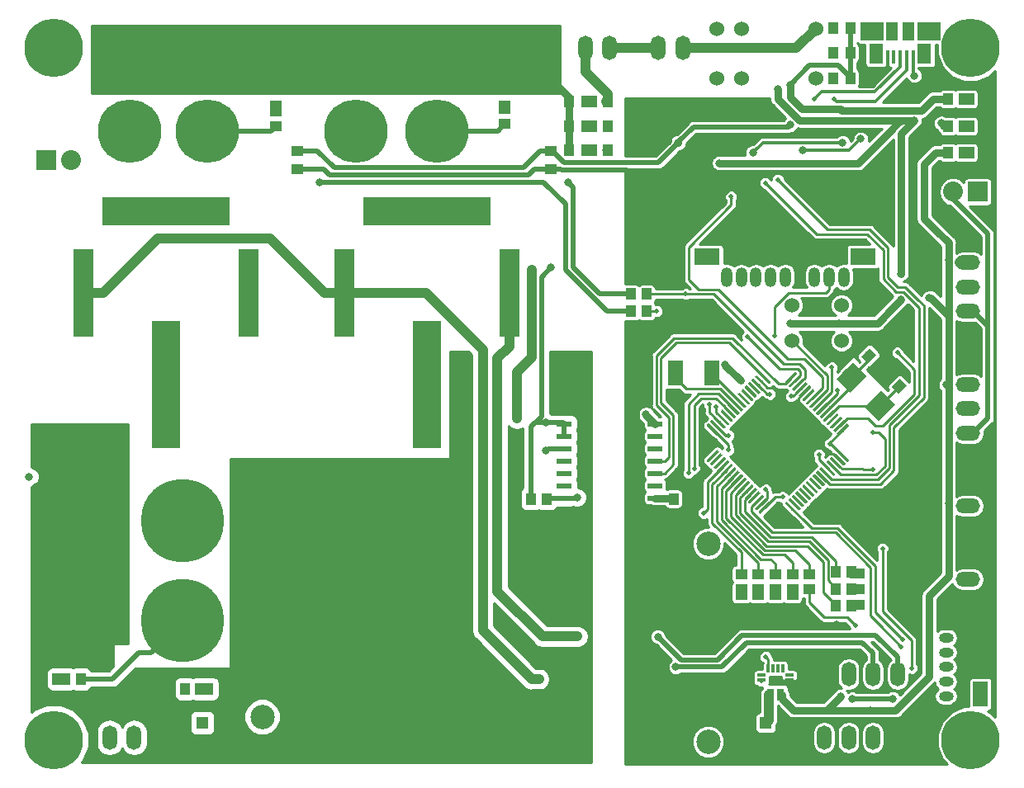
<source format=gbr>
G04 #@! TF.GenerationSoftware,KiCad,Pcbnew,(5.0.2)-1*
G04 #@! TF.CreationDate,2019-04-09T15:57:41+09:00*
G04 #@! TF.ProjectId,Electrocity_Manager,456c6563-7472-46f6-9369-74795f4d616e,rev?*
G04 #@! TF.SameCoordinates,Original*
G04 #@! TF.FileFunction,Copper,L1,Top*
G04 #@! TF.FilePolarity,Positive*
%FSLAX46Y46*%
G04 Gerber Fmt 4.6, Leading zero omitted, Abs format (unit mm)*
G04 Created by KiCad (PCBNEW (5.0.2)-1) date 2019/04/09 15:57:41*
%MOMM*%
%LPD*%
G01*
G04 APERTURE LIST*
G04 #@! TA.AperFunction,SMDPad,CuDef*
%ADD10C,1.000000*%
G04 #@! TD*
G04 #@! TA.AperFunction,Conductor*
%ADD11C,0.100000*%
G04 #@! TD*
G04 #@! TA.AperFunction,SMDPad,CuDef*
%ADD12C,2.000000*%
G04 #@! TD*
G04 #@! TA.AperFunction,SMDPad,CuDef*
%ADD13R,1.000000X1.200000*%
G04 #@! TD*
G04 #@! TA.AperFunction,SMDPad,CuDef*
%ADD14R,1.200000X1.000000*%
G04 #@! TD*
G04 #@! TA.AperFunction,ComponentPad*
%ADD15C,6.500000*%
G04 #@! TD*
G04 #@! TA.AperFunction,ComponentPad*
%ADD16C,1.300000*%
G04 #@! TD*
G04 #@! TA.AperFunction,ComponentPad*
%ADD17R,1.300000X1.300000*%
G04 #@! TD*
G04 #@! TA.AperFunction,ComponentPad*
%ADD18R,2.032000X2.032000*%
G04 #@! TD*
G04 #@! TA.AperFunction,ComponentPad*
%ADD19O,2.032000X2.032000*%
G04 #@! TD*
G04 #@! TA.AperFunction,ComponentPad*
%ADD20O,2.500000X1.500000*%
G04 #@! TD*
G04 #@! TA.AperFunction,ComponentPad*
%ADD21O,1.500000X2.500000*%
G04 #@! TD*
G04 #@! TA.AperFunction,ComponentPad*
%ADD22C,8.500000*%
G04 #@! TD*
G04 #@! TA.AperFunction,SMDPad,CuDef*
%ADD23R,1.500000X2.600000*%
G04 #@! TD*
G04 #@! TA.AperFunction,ComponentPad*
%ADD24R,3.000000X13.000000*%
G04 #@! TD*
G04 #@! TA.AperFunction,ComponentPad*
%ADD25R,2.000000X9.000000*%
G04 #@! TD*
G04 #@! TA.AperFunction,ComponentPad*
%ADD26R,13.000000X3.000000*%
G04 #@! TD*
G04 #@! TA.AperFunction,ComponentPad*
%ADD27O,1.524000X1.000000*%
G04 #@! TD*
G04 #@! TA.AperFunction,ComponentPad*
%ADD28C,4.500880*%
G04 #@! TD*
G04 #@! TA.AperFunction,SMDPad,CuDef*
%ADD29R,0.400000X1.300000*%
G04 #@! TD*
G04 #@! TA.AperFunction,SMDPad,CuDef*
%ADD30R,0.850000X0.300000*%
G04 #@! TD*
G04 #@! TA.AperFunction,SMDPad,CuDef*
%ADD31R,0.300000X0.850000*%
G04 #@! TD*
G04 #@! TA.AperFunction,ComponentPad*
%ADD32C,2.500000*%
G04 #@! TD*
G04 #@! TA.AperFunction,SMDPad,CuDef*
%ADD33R,1.500000X0.600000*%
G04 #@! TD*
G04 #@! TA.AperFunction,ComponentPad*
%ADD34C,1.524000*%
G04 #@! TD*
G04 #@! TA.AperFunction,SMDPad,CuDef*
%ADD35R,1.175000X1.900000*%
G04 #@! TD*
G04 #@! TA.AperFunction,SMDPad,CuDef*
%ADD36R,2.375000X1.900000*%
G04 #@! TD*
G04 #@! TA.AperFunction,SMDPad,CuDef*
%ADD37R,1.475000X2.100000*%
G04 #@! TD*
G04 #@! TA.AperFunction,SMDPad,CuDef*
%ADD38R,0.450000X1.380000*%
G04 #@! TD*
G04 #@! TA.AperFunction,SMDPad,CuDef*
%ADD39R,1.500000X1.000000*%
G04 #@! TD*
G04 #@! TA.AperFunction,ComponentPad*
%ADD40O,1.200000X2.000000*%
G04 #@! TD*
G04 #@! TA.AperFunction,ComponentPad*
%ADD41R,2.600000X1.700000*%
G04 #@! TD*
G04 #@! TA.AperFunction,SMDPad,CuDef*
%ADD42C,0.300000*%
G04 #@! TD*
G04 #@! TA.AperFunction,ViaPad*
%ADD43C,6.000000*%
G04 #@! TD*
G04 #@! TA.AperFunction,ViaPad*
%ADD44C,0.800000*%
G04 #@! TD*
G04 #@! TA.AperFunction,ViaPad*
%ADD45C,0.500000*%
G04 #@! TD*
G04 #@! TA.AperFunction,Conductor*
%ADD46C,0.500000*%
G04 #@! TD*
G04 #@! TA.AperFunction,Conductor*
%ADD47C,0.250000*%
G04 #@! TD*
G04 #@! TA.AperFunction,Conductor*
%ADD48C,0.300000*%
G04 #@! TD*
G04 #@! TA.AperFunction,Conductor*
%ADD49C,1.000000*%
G04 #@! TD*
G04 #@! TA.AperFunction,Conductor*
%ADD50C,0.800000*%
G04 #@! TD*
G04 #@! TA.AperFunction,Conductor*
%ADD51C,0.254000*%
G04 #@! TD*
G04 APERTURE END LIST*
D10*
G04 #@! TO.P,C5,1*
G04 #@! TO.N,/OSC_OUT*
X134578249Y-132578249D03*
D11*
G04 #@! TD*
G04 #@! TO.N,/OSC_OUT*
G04 #@! TO.C,C5*
G36*
X133800432Y-132648960D02*
X134648960Y-131800432D01*
X135356066Y-132507538D01*
X134507538Y-133356066D01*
X133800432Y-132648960D01*
X133800432Y-132648960D01*
G37*
D10*
G04 #@! TO.P,C5,2*
G04 #@! TO.N,GND*
X135907609Y-133907609D03*
D11*
G04 #@! TD*
G04 #@! TO.N,GND*
G04 #@! TO.C,C5*
G36*
X135129792Y-133978320D02*
X135978320Y-133129792D01*
X136685426Y-133836898D01*
X135836898Y-134685426D01*
X135129792Y-133978320D01*
X135129792Y-133978320D01*
G37*
D12*
G04 #@! TO.P,X1,2*
G04 #@! TO.N,/OSC_OUT*
X132800431Y-134800431D03*
D11*
G04 #@! TD*
G04 #@! TO.N,/OSC_OUT*
G04 #@! TO.C,X1*
G36*
X134356066Y-134659010D02*
X132659010Y-136356066D01*
X131244796Y-134941852D01*
X132941852Y-133244796D01*
X134356066Y-134659010D01*
X134356066Y-134659010D01*
G37*
D12*
G04 #@! TO.P,X1,1*
G04 #@! TO.N,/OSC_IN*
X135699569Y-137699569D03*
D11*
G04 #@! TD*
G04 #@! TO.N,/OSC_IN*
G04 #@! TO.C,X1*
G36*
X137255204Y-137558148D02*
X135558148Y-139255204D01*
X134143934Y-137840990D01*
X135840990Y-136143934D01*
X137255204Y-137558148D01*
X137255204Y-137558148D01*
G37*
D13*
G04 #@! TO.P,R5,1*
G04 #@! TO.N,/TIM1_CH3*
X131220000Y-156500000D03*
G04 #@! TO.P,R5,2*
G04 #@! TO.N,Net-(R5-Pad2)*
X132780000Y-156500000D03*
G04 #@! TD*
G04 #@! TO.P,R21,2*
G04 #@! TO.N,Net-(R21-Pad2)*
X132750000Y-158250000D03*
G04 #@! TO.P,R21,1*
G04 #@! TO.N,/TIM1_CH2*
X131190000Y-158250000D03*
G04 #@! TD*
G04 #@! TO.P,R1,2*
G04 #@! TO.N,Net-(R1-Pad2)*
X132780000Y-154750000D03*
G04 #@! TO.P,R1,1*
G04 #@! TO.N,/TIM1_CH4*
X131220000Y-154750000D03*
G04 #@! TD*
D14*
G04 #@! TO.P,D6,2*
G04 #@! TO.N,GND*
X123250000Y-158910000D03*
G04 #@! TO.P,D6,1*
G04 #@! TO.N,Net-(D6-Pad1)*
X123250000Y-157150000D03*
G04 #@! TD*
D15*
G04 #@! TO.P,P15,1*
G04 #@! TO.N,GNDPWR*
X90250000Y-102500000D03*
G04 #@! TO.P,P15,2*
G04 #@! TO.N,FUN_Vdd*
X90250000Y-109500000D03*
G04 #@! TD*
G04 #@! TO.P,P17,2*
G04 #@! TO.N,POWER_Vdd*
X66750000Y-109500000D03*
G04 #@! TO.P,P17,1*
G04 #@! TO.N,GNDPWR*
X66750000Y-102500000D03*
G04 #@! TD*
D13*
G04 #@! TO.P,C28,2*
G04 #@! TO.N,GND*
X116430000Y-147250000D03*
G04 #@! TO.P,C28,1*
G04 #@! TO.N,+3.3V*
X114550000Y-147250000D03*
G04 #@! TD*
D16*
G04 #@! TO.P,C32,2*
G04 #@! TO.N,GNDPWR*
X66250000Y-172750000D03*
D17*
G04 #@! TO.P,C32,1*
G04 #@! TO.N,/24V*
X66250000Y-170250000D03*
G04 #@! TD*
D14*
G04 #@! TO.P,C34,1*
G04 #@! TO.N,+3.3V*
X102000000Y-111550000D03*
G04 #@! TO.P,C34,2*
G04 #@! TO.N,GND*
X102000000Y-113430000D03*
G04 #@! TD*
D17*
G04 #@! TO.P,C35,1*
G04 #@! TO.N,Net-(C35-Pad1)*
X124000000Y-170250000D03*
D16*
G04 #@! TO.P,C35,2*
G04 #@! TO.N,GND*
X124000000Y-172750000D03*
G04 #@! TD*
D18*
G04 #@! TO.P,JP3,1*
G04 #@! TO.N,Net-(JP3-Pad1)*
X145750000Y-115750000D03*
D19*
G04 #@! TO.P,JP3,2*
G04 #@! TO.N,/CAN_L*
X143210000Y-115750000D03*
G04 #@! TD*
D20*
G04 #@! TO.P,P3,4*
G04 #@! TO.N,/CAN_L*
X144750000Y-128000000D03*
G04 #@! TO.P,P3,3*
G04 #@! TO.N,/CAN_H*
X144750000Y-125500000D03*
G04 #@! TO.P,P3,2*
G04 #@! TO.N,+12V*
X144750000Y-123000000D03*
G04 #@! TO.P,P3,1*
G04 #@! TO.N,GND*
X144750000Y-120500000D03*
G04 #@! TD*
D21*
G04 #@! TO.P,P9,2*
G04 #@! TO.N,/24V*
X59250000Y-171750000D03*
G04 #@! TO.P,P9,1*
G04 #@! TO.N,Net-(D10-Pad3)*
X56750000Y-171750000D03*
G04 #@! TD*
D22*
G04 #@! TO.P,P13,1*
G04 #@! TO.N,GNDPWR*
X53250000Y-159750000D03*
G04 #@! TO.P,P13,2*
G04 #@! TO.N,+BATT*
X64250000Y-159750000D03*
G04 #@! TD*
D15*
G04 #@! TO.P,P14,2*
G04 #@! TO.N,POWER_Vdd*
X58750000Y-109500000D03*
G04 #@! TO.P,P14,1*
G04 #@! TO.N,GNDPWR*
X58750000Y-102500000D03*
G04 #@! TD*
D22*
G04 #@! TO.P,P16,2*
G04 #@! TO.N,+BATT*
X64250000Y-149500000D03*
G04 #@! TO.P,P16,1*
G04 #@! TO.N,GNDPWR*
X53250000Y-149500000D03*
G04 #@! TD*
D15*
G04 #@! TO.P,P18,1*
G04 #@! TO.N,GNDPWR*
X82000000Y-102500000D03*
G04 #@! TO.P,P18,2*
G04 #@! TO.N,FUN_Vdd*
X82000000Y-109500000D03*
G04 #@! TD*
D23*
G04 #@! TO.P,SW1,2*
G04 #@! TO.N,GND*
X146000000Y-161700000D03*
G04 #@! TO.P,SW1,1*
G04 #@! TO.N,/~NRST*
X146000000Y-167300000D03*
G04 #@! TD*
D24*
G04 #@! TO.P,U8,30*
G04 #@! TO.N,+BATT*
X62500000Y-135500000D03*
D25*
G04 #@! TO.P,U8,86*
G04 #@! TO.N,/Relay_Out*
X54050000Y-126150000D03*
G04 #@! TO.P,U8,85*
G04 #@! TO.N,/Coil*
X70950000Y-126150000D03*
D26*
G04 #@! TO.P,U8,87*
G04 #@! TO.N,Net-(U11-Pad5)*
X62500000Y-117750000D03*
G04 #@! TD*
G04 #@! TO.P,U12,87*
G04 #@! TO.N,Net-(U12-Pad87)*
X89250000Y-117750000D03*
D25*
G04 #@! TO.P,U12,85*
G04 #@! TO.N,/Coil*
X97700000Y-126150000D03*
G04 #@! TO.P,U12,86*
G04 #@! TO.N,/Relay_Out*
X80800000Y-126150000D03*
D24*
G04 #@! TO.P,U12,30*
G04 #@! TO.N,+BATT*
X89250000Y-135500000D03*
G04 #@! TD*
D27*
G04 #@! TO.P,P1,1*
G04 #@! TO.N,GND*
X142500000Y-160000000D03*
G04 #@! TO.P,P1,2*
G04 #@! TO.N,Net-(D1-Pad1)*
X142500000Y-161500000D03*
G04 #@! TO.P,P1,3*
G04 #@! TO.N,/SWCLK*
X142500000Y-163000000D03*
G04 #@! TO.P,P1,4*
G04 #@! TO.N,/SWDIO*
X142500000Y-164500000D03*
G04 #@! TO.P,P1,5*
G04 #@! TO.N,/~NRST*
X142500000Y-166000000D03*
G04 #@! TO.P,P1,6*
G04 #@! TO.N,Net-(P1-Pad6)*
X142500000Y-167500000D03*
G04 #@! TD*
D10*
G04 #@! TO.P,C1,1*
G04 #@! TO.N,/OSC_IN*
X137671751Y-135671751D03*
D11*
G04 #@! TD*
G04 #@! TO.N,/OSC_IN*
G04 #@! TO.C,C1*
G36*
X138449568Y-135601040D02*
X137601040Y-136449568D01*
X136893934Y-135742462D01*
X137742462Y-134893934D01*
X138449568Y-135601040D01*
X138449568Y-135601040D01*
G37*
D10*
G04 #@! TO.P,C1,2*
G04 #@! TO.N,GND*
X136342391Y-134342391D03*
D11*
G04 #@! TD*
G04 #@! TO.N,GND*
G04 #@! TO.C,C1*
G36*
X137120208Y-134271680D02*
X136271680Y-135120208D01*
X135564574Y-134413102D01*
X136413102Y-133564574D01*
X137120208Y-134271680D01*
X137120208Y-134271680D01*
G37*
D14*
G04 #@! TO.P,C40,2*
G04 #@! TO.N,GND*
X76000000Y-113430000D03*
G04 #@! TO.P,C40,1*
G04 #@! TO.N,+3.3V*
X76000000Y-111550000D03*
G04 #@! TD*
D13*
G04 #@! TO.P,D2,1*
G04 #@! TO.N,Net-(D2-Pad1)*
X144870000Y-111750000D03*
G04 #@! TO.P,D2,2*
G04 #@! TO.N,GND*
X146630000Y-111750000D03*
G04 #@! TD*
G04 #@! TO.P,D3,2*
G04 #@! TO.N,GND*
X146630000Y-109000000D03*
G04 #@! TO.P,D3,1*
G04 #@! TO.N,Net-(D3-Pad1)*
X144870000Y-109000000D03*
G04 #@! TD*
G04 #@! TO.P,D4,1*
G04 #@! TO.N,Net-(D4-Pad1)*
X144870000Y-106250000D03*
G04 #@! TO.P,D4,2*
G04 #@! TO.N,GND*
X146630000Y-106250000D03*
G04 #@! TD*
D14*
G04 #@! TO.P,D5,1*
G04 #@! TO.N,Net-(D5-Pad1)*
X121500000Y-157150000D03*
G04 #@! TO.P,D5,2*
G04 #@! TO.N,GND*
X121500000Y-158910000D03*
G04 #@! TD*
G04 #@! TO.P,D7,1*
G04 #@! TO.N,Net-(D7-Pad1)*
X125000000Y-157150000D03*
G04 #@! TO.P,D7,2*
G04 #@! TO.N,GND*
X125000000Y-158910000D03*
G04 #@! TD*
G04 #@! TO.P,D8,2*
G04 #@! TO.N,GND*
X126750000Y-158910000D03*
G04 #@! TO.P,D8,1*
G04 #@! TO.N,Net-(D8-Pad1)*
X126750000Y-157150000D03*
G04 #@! TD*
D13*
G04 #@! TO.P,D14,1*
G04 #@! TO.N,Net-(D14-Pad1)*
X51380000Y-165750000D03*
G04 #@! TO.P,D14,2*
G04 #@! TO.N,GNDPWR*
X49620000Y-165750000D03*
G04 #@! TD*
G04 #@! TO.P,D15,1*
G04 #@! TO.N,Net-(D15-Pad1)*
X66870000Y-166750000D03*
G04 #@! TO.P,D15,2*
G04 #@! TO.N,GNDPWR*
X68630000Y-166750000D03*
G04 #@! TD*
D14*
G04 #@! TO.P,D16,2*
G04 #@! TO.N,GNDPWR*
X73750000Y-105120000D03*
G04 #@! TO.P,D16,1*
G04 #@! TO.N,Net-(D16-Pad1)*
X73750000Y-106880000D03*
G04 #@! TD*
G04 #@! TO.P,D17,1*
G04 #@! TO.N,Net-(D17-Pad1)*
X97250000Y-106880000D03*
G04 #@! TO.P,D17,2*
G04 #@! TO.N,GNDPWR*
X97250000Y-105120000D03*
G04 #@! TD*
D13*
G04 #@! TO.P,D18,2*
G04 #@! TO.N,GNDPWR*
X103860000Y-108990000D03*
G04 #@! TO.P,D18,1*
G04 #@! TO.N,Net-(D18-Pad1)*
X105620000Y-108990000D03*
G04 #@! TD*
G04 #@! TO.P,D19,2*
G04 #@! TO.N,GNDPWR*
X103860000Y-106490000D03*
G04 #@! TO.P,D19,1*
G04 #@! TO.N,Net-(D19-Pad1)*
X105620000Y-106490000D03*
G04 #@! TD*
G04 #@! TO.P,D20,2*
G04 #@! TO.N,GNDPWR*
X103860000Y-111490000D03*
G04 #@! TO.P,D20,1*
G04 #@! TO.N,Net-(D20-Pad1)*
X105620000Y-111490000D03*
G04 #@! TD*
D18*
G04 #@! TO.P,JP1,1*
G04 #@! TO.N,GNDPWR*
X50250000Y-112500000D03*
D19*
G04 #@! TO.P,JP1,2*
G04 #@! TO.N,/Relay_Out*
X52790000Y-112500000D03*
G04 #@! TD*
D21*
G04 #@! TO.P,P5,4*
G04 #@! TO.N,/Relay_state*
X137500000Y-165250000D03*
G04 #@! TO.P,P5,3*
G04 #@! TO.N,/Fource_shutdown*
X135000000Y-165250000D03*
G04 #@! TO.P,P5,2*
G04 #@! TO.N,+12V*
X132500000Y-165250000D03*
G04 #@! TO.P,P5,1*
G04 #@! TO.N,GND*
X130000000Y-165250000D03*
G04 #@! TD*
D20*
G04 #@! TO.P,P6,1*
G04 #@! TO.N,GND*
X144750000Y-153000000D03*
G04 #@! TO.P,P6,2*
G04 #@! TO.N,+12V*
X144750000Y-155500000D03*
G04 #@! TD*
G04 #@! TO.P,P7,2*
G04 #@! TO.N,+12V*
X144750000Y-148000000D03*
G04 #@! TO.P,P7,1*
G04 #@! TO.N,GND*
X144750000Y-145500000D03*
G04 #@! TD*
D21*
G04 #@! TO.P,P10,2*
G04 #@! TO.N,Net-(P10-Pad2)*
X108000000Y-101000000D03*
G04 #@! TO.P,P10,1*
G04 #@! TO.N,+12C*
X105500000Y-101000000D03*
G04 #@! TD*
G04 #@! TO.P,P11,1*
G04 #@! TO.N,Net-(P10-Pad2)*
X113000000Y-101000000D03*
G04 #@! TO.P,P11,2*
G04 #@! TO.N,Net-(P11-Pad2)*
X115500000Y-101000000D03*
G04 #@! TD*
D28*
G04 #@! TO.P,P12,1*
G04 #@! TO.N,GNDPWR*
X99000000Y-101500000D03*
G04 #@! TD*
D13*
G04 #@! TO.P,R2,2*
G04 #@! TO.N,+12V*
X142720000Y-111750000D03*
G04 #@! TO.P,R2,1*
G04 #@! TO.N,Net-(D2-Pad1)*
X144280000Y-111750000D03*
G04 #@! TD*
G04 #@! TO.P,R3,1*
G04 #@! TO.N,Net-(D3-Pad1)*
X144280000Y-109000000D03*
G04 #@! TO.P,R3,2*
G04 #@! TO.N,+5V*
X142720000Y-109000000D03*
G04 #@! TD*
G04 #@! TO.P,R4,2*
G04 #@! TO.N,+3.3V*
X142720000Y-106250000D03*
G04 #@! TO.P,R4,1*
G04 #@! TO.N,Net-(D4-Pad1)*
X144280000Y-106250000D03*
G04 #@! TD*
D14*
G04 #@! TO.P,R10,2*
G04 #@! TO.N,Net-(D5-Pad1)*
X121500000Y-156560000D03*
G04 #@! TO.P,R10,1*
G04 #@! TO.N,/PC6*
X121500000Y-155000000D03*
G04 #@! TD*
G04 #@! TO.P,R13,1*
G04 #@! TO.N,/PC7*
X123250000Y-155000000D03*
G04 #@! TO.P,R13,2*
G04 #@! TO.N,Net-(D6-Pad1)*
X123250000Y-156560000D03*
G04 #@! TD*
G04 #@! TO.P,R14,2*
G04 #@! TO.N,Net-(D7-Pad1)*
X125000000Y-156560000D03*
G04 #@! TO.P,R14,1*
G04 #@! TO.N,/PC8*
X125000000Y-155000000D03*
G04 #@! TD*
G04 #@! TO.P,R16,1*
G04 #@! TO.N,/PC9*
X126750000Y-155000000D03*
G04 #@! TO.P,R16,2*
G04 #@! TO.N,Net-(D8-Pad1)*
X126750000Y-156560000D03*
G04 #@! TD*
G04 #@! TO.P,R20,1*
G04 #@! TO.N,Net-(Q2-Pad1)*
X128500000Y-156530000D03*
G04 #@! TO.P,R20,2*
G04 #@! TO.N,/TIM1_CH1*
X128500000Y-154970000D03*
G04 #@! TD*
D13*
G04 #@! TO.P,R30,2*
G04 #@! TO.N,Net-(IC4-Pad4)*
X101530000Y-147250000D03*
G04 #@! TO.P,R30,1*
G04 #@! TO.N,3V3*
X99970000Y-147250000D03*
G04 #@! TD*
G04 #@! TO.P,R33,1*
G04 #@! TO.N,Net-(D14-Pad1)*
X52220000Y-165750000D03*
G04 #@! TO.P,R33,2*
G04 #@! TO.N,+BATT*
X53780000Y-165750000D03*
G04 #@! TD*
G04 #@! TO.P,R34,2*
G04 #@! TO.N,/24V*
X64470000Y-166750000D03*
G04 #@! TO.P,R34,1*
G04 #@! TO.N,Net-(D15-Pad1)*
X66030000Y-166750000D03*
G04 #@! TD*
D14*
G04 #@! TO.P,R35,1*
G04 #@! TO.N,Net-(D16-Pad1)*
X73750000Y-107470000D03*
G04 #@! TO.P,R35,2*
G04 #@! TO.N,POWER_Vdd*
X73750000Y-109030000D03*
G04 #@! TD*
G04 #@! TO.P,R36,2*
G04 #@! TO.N,FUN_Vdd*
X97250000Y-108780000D03*
G04 #@! TO.P,R36,1*
G04 #@! TO.N,Net-(D17-Pad1)*
X97250000Y-107220000D03*
G04 #@! TD*
D13*
G04 #@! TO.P,R37,1*
G04 #@! TO.N,Net-(D18-Pad1)*
X106220000Y-108990000D03*
G04 #@! TO.P,R37,2*
G04 #@! TO.N,/Coil*
X107780000Y-108990000D03*
G04 #@! TD*
G04 #@! TO.P,R38,2*
G04 #@! TO.N,+12C*
X107780000Y-106490000D03*
G04 #@! TO.P,R38,1*
G04 #@! TO.N,Net-(D19-Pad1)*
X106220000Y-106490000D03*
G04 #@! TD*
G04 #@! TO.P,R39,2*
G04 #@! TO.N,3V3*
X107780000Y-111490000D03*
G04 #@! TO.P,R39,1*
G04 #@! TO.N,Net-(D20-Pad1)*
X106220000Y-111490000D03*
G04 #@! TD*
G04 #@! TO.P,R40,1*
G04 #@! TO.N,/ADC12_IN1*
X111780000Y-128000000D03*
G04 #@! TO.P,R40,2*
G04 #@! TO.N,Net-(R40-Pad2)*
X110220000Y-128000000D03*
G04 #@! TD*
G04 #@! TO.P,R44,1*
G04 #@! TO.N,/ADC12_IN2*
X111780000Y-126250000D03*
G04 #@! TO.P,R44,2*
G04 #@! TO.N,Net-(R44-Pad2)*
X110220000Y-126250000D03*
G04 #@! TD*
D20*
G04 #@! TO.P,P2,4*
G04 #@! TO.N,/CAN_L*
X144750000Y-140500000D03*
G04 #@! TO.P,P2,3*
G04 #@! TO.N,/CAN_H*
X144750000Y-138000000D03*
G04 #@! TO.P,P2,2*
G04 #@! TO.N,+12V*
X144750000Y-135500000D03*
G04 #@! TO.P,P2,1*
G04 #@! TO.N,GND*
X144750000Y-133000000D03*
G04 #@! TD*
D29*
G04 #@! TO.P,U13,4*
G04 #@! TO.N,+12V*
X125700000Y-167350000D03*
G04 #@! TO.P,U13,2*
G04 #@! TO.N,Net-(C35-Pad1)*
X124700000Y-167350000D03*
D30*
G04 #@! TO.P,U13,12*
G04 #@! TO.N,+3.3V*
X123550000Y-165850000D03*
G04 #@! TO.P,U13,11*
G04 #@! TO.N,N/C*
X123550000Y-165350000D03*
D31*
G04 #@! TO.P,U13,10*
G04 #@! TO.N,Net-(R47-Pad2)*
X124250000Y-164650000D03*
G04 #@! TO.P,U13,9*
G04 #@! TO.N,N/C*
X124750000Y-164650000D03*
G04 #@! TO.P,U13,8*
X125250000Y-164650000D03*
G04 #@! TO.P,U13,7*
X125750000Y-164650000D03*
D30*
G04 #@! TO.P,U13,6*
X126450000Y-165350000D03*
G04 #@! TO.P,U13,5*
G04 #@! TO.N,GND*
X126450000Y-165850000D03*
D29*
G04 #@! TO.P,U13,3*
G04 #@! TO.N,+12V*
X125300000Y-167350000D03*
G04 #@! TO.P,U13,1*
G04 #@! TO.N,Net-(C35-Pad1)*
X124300000Y-167350000D03*
G04 #@! TD*
D32*
G04 #@! TO.P,U9,4*
G04 #@! TO.N,Net-(U9-Pad4)*
X118110000Y-151840000D03*
G04 #@! TO.P,U9,5*
G04 #@! TO.N,GND*
X118110000Y-162000000D03*
G04 #@! TO.P,U9,6*
G04 #@! TO.N,Net-(C35-Pad1)*
X118110000Y-172160000D03*
G04 #@! TO.P,U9,3*
G04 #@! TO.N,GNDPWR*
X72390000Y-154380000D03*
G04 #@! TO.P,U9,2*
X72390000Y-164540000D03*
G04 #@! TO.P,U9,1*
G04 #@! TO.N,/24V*
X72390000Y-169620000D03*
G04 #@! TD*
D33*
G04 #@! TO.P,U6,1*
G04 #@! TO.N,3V3*
X103350000Y-139555000D03*
G04 #@! TO.P,U6,2*
X103350000Y-140825000D03*
G04 #@! TO.P,U6,3*
G04 #@! TO.N,/Voltage*
X103350000Y-142095000D03*
G04 #@! TO.P,U6,4*
G04 #@! TO.N,Net-(U6-Pad4)*
X103350000Y-143365000D03*
G04 #@! TO.P,U6,5*
G04 #@! TO.N,Net-(U6-Pad5)*
X103350000Y-144635000D03*
G04 #@! TO.P,U6,6*
G04 #@! TO.N,Net-(U6-Pad6)*
X103350000Y-145905000D03*
G04 #@! TO.P,U6,7*
G04 #@! TO.N,Net-(IC4-Pad4)*
X103350000Y-147175000D03*
G04 #@! TO.P,U6,8*
G04 #@! TO.N,GNDPWR*
X103350000Y-148445000D03*
G04 #@! TO.P,U6,9*
G04 #@! TO.N,GND*
X112650000Y-148445000D03*
G04 #@! TO.P,U6,10*
G04 #@! TO.N,+3.3V*
X112650000Y-147175000D03*
G04 #@! TO.P,U6,11*
G04 #@! TO.N,Net-(U6-Pad11)*
X112650000Y-145905000D03*
G04 #@! TO.P,U6,12*
G04 #@! TO.N,/USART2_RX*
X112650000Y-144635000D03*
G04 #@! TO.P,U6,13*
G04 #@! TO.N,/USART2_TX*
X112650000Y-143365000D03*
G04 #@! TO.P,U6,14*
G04 #@! TO.N,Net-(U6-Pad14)*
X112650000Y-142095000D03*
G04 #@! TO.P,U6,15*
G04 #@! TO.N,Net-(U6-Pad15)*
X112650000Y-140825000D03*
G04 #@! TO.P,U6,16*
G04 #@! TO.N,+3.3V*
X112650000Y-139555000D03*
G04 #@! TD*
D21*
G04 #@! TO.P,P4,4*
G04 #@! TO.N,/Relay_state*
X130000000Y-171750000D03*
G04 #@! TO.P,P4,3*
G04 #@! TO.N,/Fource_shutdown*
X132500000Y-171750000D03*
G04 #@! TO.P,P4,2*
G04 #@! TO.N,+12V*
X135000000Y-171750000D03*
G04 #@! TO.P,P4,1*
G04 #@! TO.N,GND*
X137500000Y-171750000D03*
G04 #@! TD*
D13*
G04 #@! TO.P,D26,2*
G04 #@! TO.N,Net-(D26-Pad2)*
X130920000Y-104100000D03*
G04 #@! TO.P,D26,1*
G04 #@! TO.N,+3.3V*
X132680000Y-104100000D03*
G04 #@! TD*
G04 #@! TO.P,D27,1*
G04 #@! TO.N,+3.3V*
X132680000Y-101500000D03*
G04 #@! TO.P,D27,2*
G04 #@! TO.N,Net-(D27-Pad2)*
X130920000Y-101500000D03*
G04 #@! TD*
G04 #@! TO.P,D28,2*
G04 #@! TO.N,Net-(D28-Pad2)*
X130920000Y-98950000D03*
G04 #@! TO.P,D28,1*
G04 #@! TO.N,+3.3V*
X132680000Y-98950000D03*
G04 #@! TD*
D34*
G04 #@! TO.P,U22,1*
G04 #@! TO.N,Net-(P11-Pad2)*
X129160000Y-99000000D03*
X129160000Y-104080000D03*
G04 #@! TO.P,U22,5*
G04 #@! TO.N,+5V*
X121540000Y-99000000D03*
G04 #@! TO.P,U22,2*
G04 #@! TO.N,Net-(D25-Pad1)*
X121540000Y-104080000D03*
G04 #@! TO.P,U22,3*
G04 #@! TO.N,Net-(U22-Pad3)*
X119000000Y-104080000D03*
G04 #@! TO.P,U22,4*
G04 #@! TO.N,/Coil*
X119000000Y-99000000D03*
G04 #@! TD*
D35*
G04 #@! TO.P,J1,6*
G04 #@! TO.N,Net-(J1-Pad6)*
X136960000Y-99250000D03*
X138640000Y-99250000D03*
D36*
X134890000Y-99250000D03*
X140710000Y-99250000D03*
D37*
X135337500Y-101550000D03*
X140262500Y-101550000D03*
D38*
G04 #@! TO.P,J1,5*
G04 #@! TO.N,GND*
X136500000Y-101910000D03*
G04 #@! TO.P,J1,4*
G04 #@! TO.N,Net-(J1-Pad4)*
X137150000Y-101910000D03*
G04 #@! TO.P,J1,3*
G04 #@! TO.N,/D+*
X137800000Y-101910000D03*
G04 #@! TO.P,J1,2*
G04 #@! TO.N,/D-*
X138450000Y-101910000D03*
G04 #@! TO.P,J1,1*
G04 #@! TO.N,Net-(D29-Pad1)*
X139100000Y-101910000D03*
G04 #@! TD*
D34*
G04 #@! TO.P,U20,3*
G04 #@! TO.N,+5V*
X131790000Y-131000000D03*
G04 #@! TO.P,U20,2*
G04 #@! TO.N,GND*
X129250000Y-131000000D03*
G04 #@! TO.P,U20,1*
G04 #@! TO.N,/PC1*
X126710000Y-131000000D03*
G04 #@! TD*
G04 #@! TO.P,U21,1*
G04 #@! TO.N,/PC0*
X131790000Y-127400000D03*
G04 #@! TO.P,U21,2*
G04 #@! TO.N,GND*
X129250000Y-127400000D03*
G04 #@! TO.P,U21,3*
G04 #@! TO.N,+5V*
X126710000Y-127400000D03*
G04 #@! TD*
D23*
G04 #@! TO.P,SW2,2*
G04 #@! TO.N,/PC5*
X114750000Y-134300000D03*
G04 #@! TO.P,SW2,1*
G04 #@! TO.N,GND*
X114750000Y-128700000D03*
G04 #@! TD*
G04 #@! TO.P,SW3,1*
G04 #@! TO.N,GND*
X118500000Y-128700000D03*
G04 #@! TO.P,SW3,2*
G04 #@! TO.N,/PC4*
X118500000Y-134300000D03*
G04 #@! TD*
D39*
G04 #@! TO.P,U3,6*
G04 #@! TO.N,GND*
X138400000Y-154900000D03*
G04 #@! TO.P,U3,5*
X138400000Y-156500000D03*
G04 #@! TO.P,U3,4*
X138400000Y-158100000D03*
G04 #@! TO.P,U3,3*
G04 #@! TO.N,Net-(R21-Pad2)*
X133400000Y-158100000D03*
G04 #@! TO.P,U3,2*
G04 #@! TO.N,Net-(R5-Pad2)*
X133400000Y-156500000D03*
G04 #@! TO.P,U3,1*
G04 #@! TO.N,Net-(R1-Pad2)*
X133400000Y-154900000D03*
G04 #@! TD*
D40*
G04 #@! TO.P,U4,9*
G04 #@! TO.N,+3.3V*
X132000000Y-124500000D03*
G04 #@! TO.P,U4,8*
G04 #@! TO.N,/I2C2_SCL*
X130500000Y-124500000D03*
G04 #@! TO.P,U4,7*
G04 #@! TO.N,/I2C2_SDA*
X129000000Y-124500000D03*
G04 #@! TO.P,U4,6*
G04 #@! TO.N,GND*
X127500000Y-124500000D03*
G04 #@! TO.P,U4,5*
G04 #@! TO.N,+3.3V*
X126000000Y-124500000D03*
G04 #@! TO.P,U4,4*
G04 #@! TO.N,Net-(C21-Pad1)*
X124500000Y-124500000D03*
G04 #@! TO.P,U4,3*
G04 #@! TO.N,Net-(C21-Pad2)*
X123000000Y-124500000D03*
G04 #@! TO.P,U4,2*
G04 #@! TO.N,Net-(C20-Pad2)*
X121500000Y-124500000D03*
G04 #@! TO.P,U4,1*
G04 #@! TO.N,Net-(U4-Pad1)*
X120000000Y-124500000D03*
D41*
G04 #@! TO.P,U4,11*
G04 #@! TO.N,Net-(R29-Pad2)*
X134000000Y-122400000D03*
G04 #@! TO.P,U4,10*
G04 #@! TO.N,+3.3V*
X118000000Y-122400000D03*
G04 #@! TD*
D11*
G04 #@! TO.N,+3.3V*
G04 #@! TO.C,U2*
G36*
X132363774Y-139516172D02*
X132371055Y-139517252D01*
X132378194Y-139519040D01*
X132385124Y-139521520D01*
X132391778Y-139524667D01*
X132398091Y-139528451D01*
X132404002Y-139532835D01*
X132409456Y-139537778D01*
X132515522Y-139643844D01*
X132520465Y-139649298D01*
X132524849Y-139655209D01*
X132528633Y-139661522D01*
X132531780Y-139668176D01*
X132534260Y-139675106D01*
X132536048Y-139682245D01*
X132537128Y-139689526D01*
X132537489Y-139696877D01*
X132537128Y-139704228D01*
X132536048Y-139711509D01*
X132534260Y-139718648D01*
X132531780Y-139725578D01*
X132528633Y-139732232D01*
X132524849Y-139738545D01*
X132520465Y-139744456D01*
X132515522Y-139749910D01*
X131525572Y-140739860D01*
X131520118Y-140744803D01*
X131514207Y-140749187D01*
X131507894Y-140752971D01*
X131501240Y-140756118D01*
X131494310Y-140758598D01*
X131487171Y-140760386D01*
X131479890Y-140761466D01*
X131472539Y-140761827D01*
X131465188Y-140761466D01*
X131457907Y-140760386D01*
X131450768Y-140758598D01*
X131443838Y-140756118D01*
X131437184Y-140752971D01*
X131430871Y-140749187D01*
X131424960Y-140744803D01*
X131419506Y-140739860D01*
X131313440Y-140633794D01*
X131308497Y-140628340D01*
X131304113Y-140622429D01*
X131300329Y-140616116D01*
X131297182Y-140609462D01*
X131294702Y-140602532D01*
X131292914Y-140595393D01*
X131291834Y-140588112D01*
X131291473Y-140580761D01*
X131291834Y-140573410D01*
X131292914Y-140566129D01*
X131294702Y-140558990D01*
X131297182Y-140552060D01*
X131300329Y-140545406D01*
X131304113Y-140539093D01*
X131308497Y-140533182D01*
X131313440Y-140527728D01*
X132303390Y-139537778D01*
X132308844Y-139532835D01*
X132314755Y-139528451D01*
X132321068Y-139524667D01*
X132327722Y-139521520D01*
X132334652Y-139519040D01*
X132341791Y-139517252D01*
X132349072Y-139516172D01*
X132356423Y-139515811D01*
X132363774Y-139516172D01*
X132363774Y-139516172D01*
G37*
D42*
G04 #@! TD*
G04 #@! TO.P,U2,1*
G04 #@! TO.N,+3.3V*
X131914481Y-140138819D03*
D11*
G04 #@! TO.N,/PC13*
G04 #@! TO.C,U2*
G36*
X132010221Y-139162619D02*
X132017502Y-139163699D01*
X132024641Y-139165487D01*
X132031571Y-139167967D01*
X132038225Y-139171114D01*
X132044538Y-139174898D01*
X132050449Y-139179282D01*
X132055903Y-139184225D01*
X132161969Y-139290291D01*
X132166912Y-139295745D01*
X132171296Y-139301656D01*
X132175080Y-139307969D01*
X132178227Y-139314623D01*
X132180707Y-139321553D01*
X132182495Y-139328692D01*
X132183575Y-139335973D01*
X132183936Y-139343324D01*
X132183575Y-139350675D01*
X132182495Y-139357956D01*
X132180707Y-139365095D01*
X132178227Y-139372025D01*
X132175080Y-139378679D01*
X132171296Y-139384992D01*
X132166912Y-139390903D01*
X132161969Y-139396357D01*
X131172019Y-140386307D01*
X131166565Y-140391250D01*
X131160654Y-140395634D01*
X131154341Y-140399418D01*
X131147687Y-140402565D01*
X131140757Y-140405045D01*
X131133618Y-140406833D01*
X131126337Y-140407913D01*
X131118986Y-140408274D01*
X131111635Y-140407913D01*
X131104354Y-140406833D01*
X131097215Y-140405045D01*
X131090285Y-140402565D01*
X131083631Y-140399418D01*
X131077318Y-140395634D01*
X131071407Y-140391250D01*
X131065953Y-140386307D01*
X130959887Y-140280241D01*
X130954944Y-140274787D01*
X130950560Y-140268876D01*
X130946776Y-140262563D01*
X130943629Y-140255909D01*
X130941149Y-140248979D01*
X130939361Y-140241840D01*
X130938281Y-140234559D01*
X130937920Y-140227208D01*
X130938281Y-140219857D01*
X130939361Y-140212576D01*
X130941149Y-140205437D01*
X130943629Y-140198507D01*
X130946776Y-140191853D01*
X130950560Y-140185540D01*
X130954944Y-140179629D01*
X130959887Y-140174175D01*
X131949837Y-139184225D01*
X131955291Y-139179282D01*
X131961202Y-139174898D01*
X131967515Y-139171114D01*
X131974169Y-139167967D01*
X131981099Y-139165487D01*
X131988238Y-139163699D01*
X131995519Y-139162619D01*
X132002870Y-139162258D01*
X132010221Y-139162619D01*
X132010221Y-139162619D01*
G37*
D42*
G04 #@! TD*
G04 #@! TO.P,U2,2*
G04 #@! TO.N,/PC13*
X131560928Y-139785266D03*
D11*
G04 #@! TO.N,Net-(U2-Pad3)*
G04 #@! TO.C,U2*
G36*
X131656668Y-138809066D02*
X131663949Y-138810146D01*
X131671088Y-138811934D01*
X131678018Y-138814414D01*
X131684672Y-138817561D01*
X131690985Y-138821345D01*
X131696896Y-138825729D01*
X131702350Y-138830672D01*
X131808416Y-138936738D01*
X131813359Y-138942192D01*
X131817743Y-138948103D01*
X131821527Y-138954416D01*
X131824674Y-138961070D01*
X131827154Y-138968000D01*
X131828942Y-138975139D01*
X131830022Y-138982420D01*
X131830383Y-138989771D01*
X131830022Y-138997122D01*
X131828942Y-139004403D01*
X131827154Y-139011542D01*
X131824674Y-139018472D01*
X131821527Y-139025126D01*
X131817743Y-139031439D01*
X131813359Y-139037350D01*
X131808416Y-139042804D01*
X130818466Y-140032754D01*
X130813012Y-140037697D01*
X130807101Y-140042081D01*
X130800788Y-140045865D01*
X130794134Y-140049012D01*
X130787204Y-140051492D01*
X130780065Y-140053280D01*
X130772784Y-140054360D01*
X130765433Y-140054721D01*
X130758082Y-140054360D01*
X130750801Y-140053280D01*
X130743662Y-140051492D01*
X130736732Y-140049012D01*
X130730078Y-140045865D01*
X130723765Y-140042081D01*
X130717854Y-140037697D01*
X130712400Y-140032754D01*
X130606334Y-139926688D01*
X130601391Y-139921234D01*
X130597007Y-139915323D01*
X130593223Y-139909010D01*
X130590076Y-139902356D01*
X130587596Y-139895426D01*
X130585808Y-139888287D01*
X130584728Y-139881006D01*
X130584367Y-139873655D01*
X130584728Y-139866304D01*
X130585808Y-139859023D01*
X130587596Y-139851884D01*
X130590076Y-139844954D01*
X130593223Y-139838300D01*
X130597007Y-139831987D01*
X130601391Y-139826076D01*
X130606334Y-139820622D01*
X131596284Y-138830672D01*
X131601738Y-138825729D01*
X131607649Y-138821345D01*
X131613962Y-138817561D01*
X131620616Y-138814414D01*
X131627546Y-138811934D01*
X131634685Y-138810146D01*
X131641966Y-138809066D01*
X131649317Y-138808705D01*
X131656668Y-138809066D01*
X131656668Y-138809066D01*
G37*
D42*
G04 #@! TD*
G04 #@! TO.P,U2,3*
G04 #@! TO.N,Net-(U2-Pad3)*
X131207375Y-139431713D03*
D11*
G04 #@! TO.N,/PC15*
G04 #@! TO.C,U2*
G36*
X131303114Y-138455512D02*
X131310395Y-138456592D01*
X131317534Y-138458380D01*
X131324464Y-138460860D01*
X131331118Y-138464007D01*
X131337431Y-138467791D01*
X131343342Y-138472175D01*
X131348796Y-138477118D01*
X131454862Y-138583184D01*
X131459805Y-138588638D01*
X131464189Y-138594549D01*
X131467973Y-138600862D01*
X131471120Y-138607516D01*
X131473600Y-138614446D01*
X131475388Y-138621585D01*
X131476468Y-138628866D01*
X131476829Y-138636217D01*
X131476468Y-138643568D01*
X131475388Y-138650849D01*
X131473600Y-138657988D01*
X131471120Y-138664918D01*
X131467973Y-138671572D01*
X131464189Y-138677885D01*
X131459805Y-138683796D01*
X131454862Y-138689250D01*
X130464912Y-139679200D01*
X130459458Y-139684143D01*
X130453547Y-139688527D01*
X130447234Y-139692311D01*
X130440580Y-139695458D01*
X130433650Y-139697938D01*
X130426511Y-139699726D01*
X130419230Y-139700806D01*
X130411879Y-139701167D01*
X130404528Y-139700806D01*
X130397247Y-139699726D01*
X130390108Y-139697938D01*
X130383178Y-139695458D01*
X130376524Y-139692311D01*
X130370211Y-139688527D01*
X130364300Y-139684143D01*
X130358846Y-139679200D01*
X130252780Y-139573134D01*
X130247837Y-139567680D01*
X130243453Y-139561769D01*
X130239669Y-139555456D01*
X130236522Y-139548802D01*
X130234042Y-139541872D01*
X130232254Y-139534733D01*
X130231174Y-139527452D01*
X130230813Y-139520101D01*
X130231174Y-139512750D01*
X130232254Y-139505469D01*
X130234042Y-139498330D01*
X130236522Y-139491400D01*
X130239669Y-139484746D01*
X130243453Y-139478433D01*
X130247837Y-139472522D01*
X130252780Y-139467068D01*
X131242730Y-138477118D01*
X131248184Y-138472175D01*
X131254095Y-138467791D01*
X131260408Y-138464007D01*
X131267062Y-138460860D01*
X131273992Y-138458380D01*
X131281131Y-138456592D01*
X131288412Y-138455512D01*
X131295763Y-138455151D01*
X131303114Y-138455512D01*
X131303114Y-138455512D01*
G37*
D42*
G04 #@! TD*
G04 #@! TO.P,U2,4*
G04 #@! TO.N,/PC15*
X130853821Y-139078159D03*
D11*
G04 #@! TO.N,/OSC_IN*
G04 #@! TO.C,U2*
G36*
X130949561Y-138101959D02*
X130956842Y-138103039D01*
X130963981Y-138104827D01*
X130970911Y-138107307D01*
X130977565Y-138110454D01*
X130983878Y-138114238D01*
X130989789Y-138118622D01*
X130995243Y-138123565D01*
X131101309Y-138229631D01*
X131106252Y-138235085D01*
X131110636Y-138240996D01*
X131114420Y-138247309D01*
X131117567Y-138253963D01*
X131120047Y-138260893D01*
X131121835Y-138268032D01*
X131122915Y-138275313D01*
X131123276Y-138282664D01*
X131122915Y-138290015D01*
X131121835Y-138297296D01*
X131120047Y-138304435D01*
X131117567Y-138311365D01*
X131114420Y-138318019D01*
X131110636Y-138324332D01*
X131106252Y-138330243D01*
X131101309Y-138335697D01*
X130111359Y-139325647D01*
X130105905Y-139330590D01*
X130099994Y-139334974D01*
X130093681Y-139338758D01*
X130087027Y-139341905D01*
X130080097Y-139344385D01*
X130072958Y-139346173D01*
X130065677Y-139347253D01*
X130058326Y-139347614D01*
X130050975Y-139347253D01*
X130043694Y-139346173D01*
X130036555Y-139344385D01*
X130029625Y-139341905D01*
X130022971Y-139338758D01*
X130016658Y-139334974D01*
X130010747Y-139330590D01*
X130005293Y-139325647D01*
X129899227Y-139219581D01*
X129894284Y-139214127D01*
X129889900Y-139208216D01*
X129886116Y-139201903D01*
X129882969Y-139195249D01*
X129880489Y-139188319D01*
X129878701Y-139181180D01*
X129877621Y-139173899D01*
X129877260Y-139166548D01*
X129877621Y-139159197D01*
X129878701Y-139151916D01*
X129880489Y-139144777D01*
X129882969Y-139137847D01*
X129886116Y-139131193D01*
X129889900Y-139124880D01*
X129894284Y-139118969D01*
X129899227Y-139113515D01*
X130889177Y-138123565D01*
X130894631Y-138118622D01*
X130900542Y-138114238D01*
X130906855Y-138110454D01*
X130913509Y-138107307D01*
X130920439Y-138104827D01*
X130927578Y-138103039D01*
X130934859Y-138101959D01*
X130942210Y-138101598D01*
X130949561Y-138101959D01*
X130949561Y-138101959D01*
G37*
D42*
G04 #@! TD*
G04 #@! TO.P,U2,5*
G04 #@! TO.N,/OSC_IN*
X130500268Y-138724606D03*
D11*
G04 #@! TO.N,/OSC_OUT*
G04 #@! TO.C,U2*
G36*
X130596007Y-137748405D02*
X130603288Y-137749485D01*
X130610427Y-137751273D01*
X130617357Y-137753753D01*
X130624011Y-137756900D01*
X130630324Y-137760684D01*
X130636235Y-137765068D01*
X130641689Y-137770011D01*
X130747755Y-137876077D01*
X130752698Y-137881531D01*
X130757082Y-137887442D01*
X130760866Y-137893755D01*
X130764013Y-137900409D01*
X130766493Y-137907339D01*
X130768281Y-137914478D01*
X130769361Y-137921759D01*
X130769722Y-137929110D01*
X130769361Y-137936461D01*
X130768281Y-137943742D01*
X130766493Y-137950881D01*
X130764013Y-137957811D01*
X130760866Y-137964465D01*
X130757082Y-137970778D01*
X130752698Y-137976689D01*
X130747755Y-137982143D01*
X129757805Y-138972093D01*
X129752351Y-138977036D01*
X129746440Y-138981420D01*
X129740127Y-138985204D01*
X129733473Y-138988351D01*
X129726543Y-138990831D01*
X129719404Y-138992619D01*
X129712123Y-138993699D01*
X129704772Y-138994060D01*
X129697421Y-138993699D01*
X129690140Y-138992619D01*
X129683001Y-138990831D01*
X129676071Y-138988351D01*
X129669417Y-138985204D01*
X129663104Y-138981420D01*
X129657193Y-138977036D01*
X129651739Y-138972093D01*
X129545673Y-138866027D01*
X129540730Y-138860573D01*
X129536346Y-138854662D01*
X129532562Y-138848349D01*
X129529415Y-138841695D01*
X129526935Y-138834765D01*
X129525147Y-138827626D01*
X129524067Y-138820345D01*
X129523706Y-138812994D01*
X129524067Y-138805643D01*
X129525147Y-138798362D01*
X129526935Y-138791223D01*
X129529415Y-138784293D01*
X129532562Y-138777639D01*
X129536346Y-138771326D01*
X129540730Y-138765415D01*
X129545673Y-138759961D01*
X130535623Y-137770011D01*
X130541077Y-137765068D01*
X130546988Y-137760684D01*
X130553301Y-137756900D01*
X130559955Y-137753753D01*
X130566885Y-137751273D01*
X130574024Y-137749485D01*
X130581305Y-137748405D01*
X130588656Y-137748044D01*
X130596007Y-137748405D01*
X130596007Y-137748405D01*
G37*
D42*
G04 #@! TD*
G04 #@! TO.P,U2,6*
G04 #@! TO.N,/OSC_OUT*
X130146714Y-138371052D03*
D11*
G04 #@! TO.N,/~NRST*
G04 #@! TO.C,U2*
G36*
X130242454Y-137394852D02*
X130249735Y-137395932D01*
X130256874Y-137397720D01*
X130263804Y-137400200D01*
X130270458Y-137403347D01*
X130276771Y-137407131D01*
X130282682Y-137411515D01*
X130288136Y-137416458D01*
X130394202Y-137522524D01*
X130399145Y-137527978D01*
X130403529Y-137533889D01*
X130407313Y-137540202D01*
X130410460Y-137546856D01*
X130412940Y-137553786D01*
X130414728Y-137560925D01*
X130415808Y-137568206D01*
X130416169Y-137575557D01*
X130415808Y-137582908D01*
X130414728Y-137590189D01*
X130412940Y-137597328D01*
X130410460Y-137604258D01*
X130407313Y-137610912D01*
X130403529Y-137617225D01*
X130399145Y-137623136D01*
X130394202Y-137628590D01*
X129404252Y-138618540D01*
X129398798Y-138623483D01*
X129392887Y-138627867D01*
X129386574Y-138631651D01*
X129379920Y-138634798D01*
X129372990Y-138637278D01*
X129365851Y-138639066D01*
X129358570Y-138640146D01*
X129351219Y-138640507D01*
X129343868Y-138640146D01*
X129336587Y-138639066D01*
X129329448Y-138637278D01*
X129322518Y-138634798D01*
X129315864Y-138631651D01*
X129309551Y-138627867D01*
X129303640Y-138623483D01*
X129298186Y-138618540D01*
X129192120Y-138512474D01*
X129187177Y-138507020D01*
X129182793Y-138501109D01*
X129179009Y-138494796D01*
X129175862Y-138488142D01*
X129173382Y-138481212D01*
X129171594Y-138474073D01*
X129170514Y-138466792D01*
X129170153Y-138459441D01*
X129170514Y-138452090D01*
X129171594Y-138444809D01*
X129173382Y-138437670D01*
X129175862Y-138430740D01*
X129179009Y-138424086D01*
X129182793Y-138417773D01*
X129187177Y-138411862D01*
X129192120Y-138406408D01*
X130182070Y-137416458D01*
X130187524Y-137411515D01*
X130193435Y-137407131D01*
X130199748Y-137403347D01*
X130206402Y-137400200D01*
X130213332Y-137397720D01*
X130220471Y-137395932D01*
X130227752Y-137394852D01*
X130235103Y-137394491D01*
X130242454Y-137394852D01*
X130242454Y-137394852D01*
G37*
D42*
G04 #@! TD*
G04 #@! TO.P,U2,7*
G04 #@! TO.N,/~NRST*
X129793161Y-138017499D03*
D11*
G04 #@! TO.N,/PC0*
G04 #@! TO.C,U2*
G36*
X129888901Y-137041299D02*
X129896182Y-137042379D01*
X129903321Y-137044167D01*
X129910251Y-137046647D01*
X129916905Y-137049794D01*
X129923218Y-137053578D01*
X129929129Y-137057962D01*
X129934583Y-137062905D01*
X130040649Y-137168971D01*
X130045592Y-137174425D01*
X130049976Y-137180336D01*
X130053760Y-137186649D01*
X130056907Y-137193303D01*
X130059387Y-137200233D01*
X130061175Y-137207372D01*
X130062255Y-137214653D01*
X130062616Y-137222004D01*
X130062255Y-137229355D01*
X130061175Y-137236636D01*
X130059387Y-137243775D01*
X130056907Y-137250705D01*
X130053760Y-137257359D01*
X130049976Y-137263672D01*
X130045592Y-137269583D01*
X130040649Y-137275037D01*
X129050699Y-138264987D01*
X129045245Y-138269930D01*
X129039334Y-138274314D01*
X129033021Y-138278098D01*
X129026367Y-138281245D01*
X129019437Y-138283725D01*
X129012298Y-138285513D01*
X129005017Y-138286593D01*
X128997666Y-138286954D01*
X128990315Y-138286593D01*
X128983034Y-138285513D01*
X128975895Y-138283725D01*
X128968965Y-138281245D01*
X128962311Y-138278098D01*
X128955998Y-138274314D01*
X128950087Y-138269930D01*
X128944633Y-138264987D01*
X128838567Y-138158921D01*
X128833624Y-138153467D01*
X128829240Y-138147556D01*
X128825456Y-138141243D01*
X128822309Y-138134589D01*
X128819829Y-138127659D01*
X128818041Y-138120520D01*
X128816961Y-138113239D01*
X128816600Y-138105888D01*
X128816961Y-138098537D01*
X128818041Y-138091256D01*
X128819829Y-138084117D01*
X128822309Y-138077187D01*
X128825456Y-138070533D01*
X128829240Y-138064220D01*
X128833624Y-138058309D01*
X128838567Y-138052855D01*
X129828517Y-137062905D01*
X129833971Y-137057962D01*
X129839882Y-137053578D01*
X129846195Y-137049794D01*
X129852849Y-137046647D01*
X129859779Y-137044167D01*
X129866918Y-137042379D01*
X129874199Y-137041299D01*
X129881550Y-137040938D01*
X129888901Y-137041299D01*
X129888901Y-137041299D01*
G37*
D42*
G04 #@! TD*
G04 #@! TO.P,U2,8*
G04 #@! TO.N,/PC0*
X129439608Y-137663946D03*
D11*
G04 #@! TO.N,/PC1*
G04 #@! TO.C,U2*
G36*
X129535347Y-136687745D02*
X129542628Y-136688825D01*
X129549767Y-136690613D01*
X129556697Y-136693093D01*
X129563351Y-136696240D01*
X129569664Y-136700024D01*
X129575575Y-136704408D01*
X129581029Y-136709351D01*
X129687095Y-136815417D01*
X129692038Y-136820871D01*
X129696422Y-136826782D01*
X129700206Y-136833095D01*
X129703353Y-136839749D01*
X129705833Y-136846679D01*
X129707621Y-136853818D01*
X129708701Y-136861099D01*
X129709062Y-136868450D01*
X129708701Y-136875801D01*
X129707621Y-136883082D01*
X129705833Y-136890221D01*
X129703353Y-136897151D01*
X129700206Y-136903805D01*
X129696422Y-136910118D01*
X129692038Y-136916029D01*
X129687095Y-136921483D01*
X128697145Y-137911433D01*
X128691691Y-137916376D01*
X128685780Y-137920760D01*
X128679467Y-137924544D01*
X128672813Y-137927691D01*
X128665883Y-137930171D01*
X128658744Y-137931959D01*
X128651463Y-137933039D01*
X128644112Y-137933400D01*
X128636761Y-137933039D01*
X128629480Y-137931959D01*
X128622341Y-137930171D01*
X128615411Y-137927691D01*
X128608757Y-137924544D01*
X128602444Y-137920760D01*
X128596533Y-137916376D01*
X128591079Y-137911433D01*
X128485013Y-137805367D01*
X128480070Y-137799913D01*
X128475686Y-137794002D01*
X128471902Y-137787689D01*
X128468755Y-137781035D01*
X128466275Y-137774105D01*
X128464487Y-137766966D01*
X128463407Y-137759685D01*
X128463046Y-137752334D01*
X128463407Y-137744983D01*
X128464487Y-137737702D01*
X128466275Y-137730563D01*
X128468755Y-137723633D01*
X128471902Y-137716979D01*
X128475686Y-137710666D01*
X128480070Y-137704755D01*
X128485013Y-137699301D01*
X129474963Y-136709351D01*
X129480417Y-136704408D01*
X129486328Y-136700024D01*
X129492641Y-136696240D01*
X129499295Y-136693093D01*
X129506225Y-136690613D01*
X129513364Y-136688825D01*
X129520645Y-136687745D01*
X129527996Y-136687384D01*
X129535347Y-136687745D01*
X129535347Y-136687745D01*
G37*
D42*
G04 #@! TD*
G04 #@! TO.P,U2,9*
G04 #@! TO.N,/PC1*
X129086054Y-137310392D03*
D11*
G04 #@! TO.N,/PC2*
G04 #@! TO.C,U2*
G36*
X129181794Y-136334192D02*
X129189075Y-136335272D01*
X129196214Y-136337060D01*
X129203144Y-136339540D01*
X129209798Y-136342687D01*
X129216111Y-136346471D01*
X129222022Y-136350855D01*
X129227476Y-136355798D01*
X129333542Y-136461864D01*
X129338485Y-136467318D01*
X129342869Y-136473229D01*
X129346653Y-136479542D01*
X129349800Y-136486196D01*
X129352280Y-136493126D01*
X129354068Y-136500265D01*
X129355148Y-136507546D01*
X129355509Y-136514897D01*
X129355148Y-136522248D01*
X129354068Y-136529529D01*
X129352280Y-136536668D01*
X129349800Y-136543598D01*
X129346653Y-136550252D01*
X129342869Y-136556565D01*
X129338485Y-136562476D01*
X129333542Y-136567930D01*
X128343592Y-137557880D01*
X128338138Y-137562823D01*
X128332227Y-137567207D01*
X128325914Y-137570991D01*
X128319260Y-137574138D01*
X128312330Y-137576618D01*
X128305191Y-137578406D01*
X128297910Y-137579486D01*
X128290559Y-137579847D01*
X128283208Y-137579486D01*
X128275927Y-137578406D01*
X128268788Y-137576618D01*
X128261858Y-137574138D01*
X128255204Y-137570991D01*
X128248891Y-137567207D01*
X128242980Y-137562823D01*
X128237526Y-137557880D01*
X128131460Y-137451814D01*
X128126517Y-137446360D01*
X128122133Y-137440449D01*
X128118349Y-137434136D01*
X128115202Y-137427482D01*
X128112722Y-137420552D01*
X128110934Y-137413413D01*
X128109854Y-137406132D01*
X128109493Y-137398781D01*
X128109854Y-137391430D01*
X128110934Y-137384149D01*
X128112722Y-137377010D01*
X128115202Y-137370080D01*
X128118349Y-137363426D01*
X128122133Y-137357113D01*
X128126517Y-137351202D01*
X128131460Y-137345748D01*
X129121410Y-136355798D01*
X129126864Y-136350855D01*
X129132775Y-136346471D01*
X129139088Y-136342687D01*
X129145742Y-136339540D01*
X129152672Y-136337060D01*
X129159811Y-136335272D01*
X129167092Y-136334192D01*
X129174443Y-136333831D01*
X129181794Y-136334192D01*
X129181794Y-136334192D01*
G37*
D42*
G04 #@! TD*
G04 #@! TO.P,U2,10*
G04 #@! TO.N,/PC2*
X128732501Y-136956839D03*
D11*
G04 #@! TO.N,/PC3*
G04 #@! TO.C,U2*
G36*
X128828241Y-135980639D02*
X128835522Y-135981719D01*
X128842661Y-135983507D01*
X128849591Y-135985987D01*
X128856245Y-135989134D01*
X128862558Y-135992918D01*
X128868469Y-135997302D01*
X128873923Y-136002245D01*
X128979989Y-136108311D01*
X128984932Y-136113765D01*
X128989316Y-136119676D01*
X128993100Y-136125989D01*
X128996247Y-136132643D01*
X128998727Y-136139573D01*
X129000515Y-136146712D01*
X129001595Y-136153993D01*
X129001956Y-136161344D01*
X129001595Y-136168695D01*
X129000515Y-136175976D01*
X128998727Y-136183115D01*
X128996247Y-136190045D01*
X128993100Y-136196699D01*
X128989316Y-136203012D01*
X128984932Y-136208923D01*
X128979989Y-136214377D01*
X127990039Y-137204327D01*
X127984585Y-137209270D01*
X127978674Y-137213654D01*
X127972361Y-137217438D01*
X127965707Y-137220585D01*
X127958777Y-137223065D01*
X127951638Y-137224853D01*
X127944357Y-137225933D01*
X127937006Y-137226294D01*
X127929655Y-137225933D01*
X127922374Y-137224853D01*
X127915235Y-137223065D01*
X127908305Y-137220585D01*
X127901651Y-137217438D01*
X127895338Y-137213654D01*
X127889427Y-137209270D01*
X127883973Y-137204327D01*
X127777907Y-137098261D01*
X127772964Y-137092807D01*
X127768580Y-137086896D01*
X127764796Y-137080583D01*
X127761649Y-137073929D01*
X127759169Y-137066999D01*
X127757381Y-137059860D01*
X127756301Y-137052579D01*
X127755940Y-137045228D01*
X127756301Y-137037877D01*
X127757381Y-137030596D01*
X127759169Y-137023457D01*
X127761649Y-137016527D01*
X127764796Y-137009873D01*
X127768580Y-137003560D01*
X127772964Y-136997649D01*
X127777907Y-136992195D01*
X128767857Y-136002245D01*
X128773311Y-135997302D01*
X128779222Y-135992918D01*
X128785535Y-135989134D01*
X128792189Y-135985987D01*
X128799119Y-135983507D01*
X128806258Y-135981719D01*
X128813539Y-135980639D01*
X128820890Y-135980278D01*
X128828241Y-135980639D01*
X128828241Y-135980639D01*
G37*
D42*
G04 #@! TD*
G04 #@! TO.P,U2,11*
G04 #@! TO.N,/PC3*
X128378948Y-136603286D03*
D11*
G04 #@! TO.N,GND*
G04 #@! TO.C,U2*
G36*
X128474687Y-135627085D02*
X128481968Y-135628165D01*
X128489107Y-135629953D01*
X128496037Y-135632433D01*
X128502691Y-135635580D01*
X128509004Y-135639364D01*
X128514915Y-135643748D01*
X128520369Y-135648691D01*
X128626435Y-135754757D01*
X128631378Y-135760211D01*
X128635762Y-135766122D01*
X128639546Y-135772435D01*
X128642693Y-135779089D01*
X128645173Y-135786019D01*
X128646961Y-135793158D01*
X128648041Y-135800439D01*
X128648402Y-135807790D01*
X128648041Y-135815141D01*
X128646961Y-135822422D01*
X128645173Y-135829561D01*
X128642693Y-135836491D01*
X128639546Y-135843145D01*
X128635762Y-135849458D01*
X128631378Y-135855369D01*
X128626435Y-135860823D01*
X127636485Y-136850773D01*
X127631031Y-136855716D01*
X127625120Y-136860100D01*
X127618807Y-136863884D01*
X127612153Y-136867031D01*
X127605223Y-136869511D01*
X127598084Y-136871299D01*
X127590803Y-136872379D01*
X127583452Y-136872740D01*
X127576101Y-136872379D01*
X127568820Y-136871299D01*
X127561681Y-136869511D01*
X127554751Y-136867031D01*
X127548097Y-136863884D01*
X127541784Y-136860100D01*
X127535873Y-136855716D01*
X127530419Y-136850773D01*
X127424353Y-136744707D01*
X127419410Y-136739253D01*
X127415026Y-136733342D01*
X127411242Y-136727029D01*
X127408095Y-136720375D01*
X127405615Y-136713445D01*
X127403827Y-136706306D01*
X127402747Y-136699025D01*
X127402386Y-136691674D01*
X127402747Y-136684323D01*
X127403827Y-136677042D01*
X127405615Y-136669903D01*
X127408095Y-136662973D01*
X127411242Y-136656319D01*
X127415026Y-136650006D01*
X127419410Y-136644095D01*
X127424353Y-136638641D01*
X128414303Y-135648691D01*
X128419757Y-135643748D01*
X128425668Y-135639364D01*
X128431981Y-135635580D01*
X128438635Y-135632433D01*
X128445565Y-135629953D01*
X128452704Y-135628165D01*
X128459985Y-135627085D01*
X128467336Y-135626724D01*
X128474687Y-135627085D01*
X128474687Y-135627085D01*
G37*
D42*
G04 #@! TD*
G04 #@! TO.P,U2,12*
G04 #@! TO.N,GND*
X128025394Y-136249732D03*
D11*
G04 #@! TO.N,+3.3V*
G04 #@! TO.C,U2*
G36*
X128121134Y-135273532D02*
X128128415Y-135274612D01*
X128135554Y-135276400D01*
X128142484Y-135278880D01*
X128149138Y-135282027D01*
X128155451Y-135285811D01*
X128161362Y-135290195D01*
X128166816Y-135295138D01*
X128272882Y-135401204D01*
X128277825Y-135406658D01*
X128282209Y-135412569D01*
X128285993Y-135418882D01*
X128289140Y-135425536D01*
X128291620Y-135432466D01*
X128293408Y-135439605D01*
X128294488Y-135446886D01*
X128294849Y-135454237D01*
X128294488Y-135461588D01*
X128293408Y-135468869D01*
X128291620Y-135476008D01*
X128289140Y-135482938D01*
X128285993Y-135489592D01*
X128282209Y-135495905D01*
X128277825Y-135501816D01*
X128272882Y-135507270D01*
X127282932Y-136497220D01*
X127277478Y-136502163D01*
X127271567Y-136506547D01*
X127265254Y-136510331D01*
X127258600Y-136513478D01*
X127251670Y-136515958D01*
X127244531Y-136517746D01*
X127237250Y-136518826D01*
X127229899Y-136519187D01*
X127222548Y-136518826D01*
X127215267Y-136517746D01*
X127208128Y-136515958D01*
X127201198Y-136513478D01*
X127194544Y-136510331D01*
X127188231Y-136506547D01*
X127182320Y-136502163D01*
X127176866Y-136497220D01*
X127070800Y-136391154D01*
X127065857Y-136385700D01*
X127061473Y-136379789D01*
X127057689Y-136373476D01*
X127054542Y-136366822D01*
X127052062Y-136359892D01*
X127050274Y-136352753D01*
X127049194Y-136345472D01*
X127048833Y-136338121D01*
X127049194Y-136330770D01*
X127050274Y-136323489D01*
X127052062Y-136316350D01*
X127054542Y-136309420D01*
X127057689Y-136302766D01*
X127061473Y-136296453D01*
X127065857Y-136290542D01*
X127070800Y-136285088D01*
X128060750Y-135295138D01*
X128066204Y-135290195D01*
X128072115Y-135285811D01*
X128078428Y-135282027D01*
X128085082Y-135278880D01*
X128092012Y-135276400D01*
X128099151Y-135274612D01*
X128106432Y-135273532D01*
X128113783Y-135273171D01*
X128121134Y-135273532D01*
X128121134Y-135273532D01*
G37*
D42*
G04 #@! TD*
G04 #@! TO.P,U2,13*
G04 #@! TO.N,+3.3V*
X127671841Y-135896179D03*
D11*
G04 #@! TO.N,/ADC12_IN2*
G04 #@! TO.C,U2*
G36*
X127767580Y-134919978D02*
X127774861Y-134921058D01*
X127782000Y-134922846D01*
X127788930Y-134925326D01*
X127795584Y-134928473D01*
X127801897Y-134932257D01*
X127807808Y-134936641D01*
X127813262Y-134941584D01*
X127919328Y-135047650D01*
X127924271Y-135053104D01*
X127928655Y-135059015D01*
X127932439Y-135065328D01*
X127935586Y-135071982D01*
X127938066Y-135078912D01*
X127939854Y-135086051D01*
X127940934Y-135093332D01*
X127941295Y-135100683D01*
X127940934Y-135108034D01*
X127939854Y-135115315D01*
X127938066Y-135122454D01*
X127935586Y-135129384D01*
X127932439Y-135136038D01*
X127928655Y-135142351D01*
X127924271Y-135148262D01*
X127919328Y-135153716D01*
X126929378Y-136143666D01*
X126923924Y-136148609D01*
X126918013Y-136152993D01*
X126911700Y-136156777D01*
X126905046Y-136159924D01*
X126898116Y-136162404D01*
X126890977Y-136164192D01*
X126883696Y-136165272D01*
X126876345Y-136165633D01*
X126868994Y-136165272D01*
X126861713Y-136164192D01*
X126854574Y-136162404D01*
X126847644Y-136159924D01*
X126840990Y-136156777D01*
X126834677Y-136152993D01*
X126828766Y-136148609D01*
X126823312Y-136143666D01*
X126717246Y-136037600D01*
X126712303Y-136032146D01*
X126707919Y-136026235D01*
X126704135Y-136019922D01*
X126700988Y-136013268D01*
X126698508Y-136006338D01*
X126696720Y-135999199D01*
X126695640Y-135991918D01*
X126695279Y-135984567D01*
X126695640Y-135977216D01*
X126696720Y-135969935D01*
X126698508Y-135962796D01*
X126700988Y-135955866D01*
X126704135Y-135949212D01*
X126707919Y-135942899D01*
X126712303Y-135936988D01*
X126717246Y-135931534D01*
X127707196Y-134941584D01*
X127712650Y-134936641D01*
X127718561Y-134932257D01*
X127724874Y-134928473D01*
X127731528Y-134925326D01*
X127738458Y-134922846D01*
X127745597Y-134921058D01*
X127752878Y-134919978D01*
X127760229Y-134919617D01*
X127767580Y-134919978D01*
X127767580Y-134919978D01*
G37*
D42*
G04 #@! TD*
G04 #@! TO.P,U2,14*
G04 #@! TO.N,/ADC12_IN2*
X127318287Y-135542625D03*
D11*
G04 #@! TO.N,/ADC12_IN1*
G04 #@! TO.C,U2*
G36*
X127414027Y-134566425D02*
X127421308Y-134567505D01*
X127428447Y-134569293D01*
X127435377Y-134571773D01*
X127442031Y-134574920D01*
X127448344Y-134578704D01*
X127454255Y-134583088D01*
X127459709Y-134588031D01*
X127565775Y-134694097D01*
X127570718Y-134699551D01*
X127575102Y-134705462D01*
X127578886Y-134711775D01*
X127582033Y-134718429D01*
X127584513Y-134725359D01*
X127586301Y-134732498D01*
X127587381Y-134739779D01*
X127587742Y-134747130D01*
X127587381Y-134754481D01*
X127586301Y-134761762D01*
X127584513Y-134768901D01*
X127582033Y-134775831D01*
X127578886Y-134782485D01*
X127575102Y-134788798D01*
X127570718Y-134794709D01*
X127565775Y-134800163D01*
X126575825Y-135790113D01*
X126570371Y-135795056D01*
X126564460Y-135799440D01*
X126558147Y-135803224D01*
X126551493Y-135806371D01*
X126544563Y-135808851D01*
X126537424Y-135810639D01*
X126530143Y-135811719D01*
X126522792Y-135812080D01*
X126515441Y-135811719D01*
X126508160Y-135810639D01*
X126501021Y-135808851D01*
X126494091Y-135806371D01*
X126487437Y-135803224D01*
X126481124Y-135799440D01*
X126475213Y-135795056D01*
X126469759Y-135790113D01*
X126363693Y-135684047D01*
X126358750Y-135678593D01*
X126354366Y-135672682D01*
X126350582Y-135666369D01*
X126347435Y-135659715D01*
X126344955Y-135652785D01*
X126343167Y-135645646D01*
X126342087Y-135638365D01*
X126341726Y-135631014D01*
X126342087Y-135623663D01*
X126343167Y-135616382D01*
X126344955Y-135609243D01*
X126347435Y-135602313D01*
X126350582Y-135595659D01*
X126354366Y-135589346D01*
X126358750Y-135583435D01*
X126363693Y-135577981D01*
X127353643Y-134588031D01*
X127359097Y-134583088D01*
X127365008Y-134578704D01*
X127371321Y-134574920D01*
X127377975Y-134571773D01*
X127384905Y-134569293D01*
X127392044Y-134567505D01*
X127399325Y-134566425D01*
X127406676Y-134566064D01*
X127414027Y-134566425D01*
X127414027Y-134566425D01*
G37*
D42*
G04 #@! TD*
G04 #@! TO.P,U2,15*
G04 #@! TO.N,/ADC12_IN1*
X126964734Y-135189072D03*
D11*
G04 #@! TO.N,/USART2_TX*
G04 #@! TO.C,U2*
G36*
X127060474Y-134212872D02*
X127067755Y-134213952D01*
X127074894Y-134215740D01*
X127081824Y-134218220D01*
X127088478Y-134221367D01*
X127094791Y-134225151D01*
X127100702Y-134229535D01*
X127106156Y-134234478D01*
X127212222Y-134340544D01*
X127217165Y-134345998D01*
X127221549Y-134351909D01*
X127225333Y-134358222D01*
X127228480Y-134364876D01*
X127230960Y-134371806D01*
X127232748Y-134378945D01*
X127233828Y-134386226D01*
X127234189Y-134393577D01*
X127233828Y-134400928D01*
X127232748Y-134408209D01*
X127230960Y-134415348D01*
X127228480Y-134422278D01*
X127225333Y-134428932D01*
X127221549Y-134435245D01*
X127217165Y-134441156D01*
X127212222Y-134446610D01*
X126222272Y-135436560D01*
X126216818Y-135441503D01*
X126210907Y-135445887D01*
X126204594Y-135449671D01*
X126197940Y-135452818D01*
X126191010Y-135455298D01*
X126183871Y-135457086D01*
X126176590Y-135458166D01*
X126169239Y-135458527D01*
X126161888Y-135458166D01*
X126154607Y-135457086D01*
X126147468Y-135455298D01*
X126140538Y-135452818D01*
X126133884Y-135449671D01*
X126127571Y-135445887D01*
X126121660Y-135441503D01*
X126116206Y-135436560D01*
X126010140Y-135330494D01*
X126005197Y-135325040D01*
X126000813Y-135319129D01*
X125997029Y-135312816D01*
X125993882Y-135306162D01*
X125991402Y-135299232D01*
X125989614Y-135292093D01*
X125988534Y-135284812D01*
X125988173Y-135277461D01*
X125988534Y-135270110D01*
X125989614Y-135262829D01*
X125991402Y-135255690D01*
X125993882Y-135248760D01*
X125997029Y-135242106D01*
X126000813Y-135235793D01*
X126005197Y-135229882D01*
X126010140Y-135224428D01*
X127000090Y-134234478D01*
X127005544Y-134229535D01*
X127011455Y-134225151D01*
X127017768Y-134221367D01*
X127024422Y-134218220D01*
X127031352Y-134215740D01*
X127038491Y-134213952D01*
X127045772Y-134212872D01*
X127053123Y-134212511D01*
X127060474Y-134212872D01*
X127060474Y-134212872D01*
G37*
D42*
G04 #@! TD*
G04 #@! TO.P,U2,16*
G04 #@! TO.N,/USART2_TX*
X126611181Y-134835519D03*
D11*
G04 #@! TO.N,/USART2_RX*
G04 #@! TO.C,U2*
G36*
X123454228Y-134212872D02*
X123461509Y-134213952D01*
X123468648Y-134215740D01*
X123475578Y-134218220D01*
X123482232Y-134221367D01*
X123488545Y-134225151D01*
X123494456Y-134229535D01*
X123499910Y-134234478D01*
X124489860Y-135224428D01*
X124494803Y-135229882D01*
X124499187Y-135235793D01*
X124502971Y-135242106D01*
X124506118Y-135248760D01*
X124508598Y-135255690D01*
X124510386Y-135262829D01*
X124511466Y-135270110D01*
X124511827Y-135277461D01*
X124511466Y-135284812D01*
X124510386Y-135292093D01*
X124508598Y-135299232D01*
X124506118Y-135306162D01*
X124502971Y-135312816D01*
X124499187Y-135319129D01*
X124494803Y-135325040D01*
X124489860Y-135330494D01*
X124383794Y-135436560D01*
X124378340Y-135441503D01*
X124372429Y-135445887D01*
X124366116Y-135449671D01*
X124359462Y-135452818D01*
X124352532Y-135455298D01*
X124345393Y-135457086D01*
X124338112Y-135458166D01*
X124330761Y-135458527D01*
X124323410Y-135458166D01*
X124316129Y-135457086D01*
X124308990Y-135455298D01*
X124302060Y-135452818D01*
X124295406Y-135449671D01*
X124289093Y-135445887D01*
X124283182Y-135441503D01*
X124277728Y-135436560D01*
X123287778Y-134446610D01*
X123282835Y-134441156D01*
X123278451Y-134435245D01*
X123274667Y-134428932D01*
X123271520Y-134422278D01*
X123269040Y-134415348D01*
X123267252Y-134408209D01*
X123266172Y-134400928D01*
X123265811Y-134393577D01*
X123266172Y-134386226D01*
X123267252Y-134378945D01*
X123269040Y-134371806D01*
X123271520Y-134364876D01*
X123274667Y-134358222D01*
X123278451Y-134351909D01*
X123282835Y-134345998D01*
X123287778Y-134340544D01*
X123393844Y-134234478D01*
X123399298Y-134229535D01*
X123405209Y-134225151D01*
X123411522Y-134221367D01*
X123418176Y-134218220D01*
X123425106Y-134215740D01*
X123432245Y-134213952D01*
X123439526Y-134212872D01*
X123446877Y-134212511D01*
X123454228Y-134212872D01*
X123454228Y-134212872D01*
G37*
D42*
G04 #@! TD*
G04 #@! TO.P,U2,17*
G04 #@! TO.N,/USART2_RX*
X123888819Y-134835519D03*
D11*
G04 #@! TO.N,GND*
G04 #@! TO.C,U2*
G36*
X123100675Y-134566425D02*
X123107956Y-134567505D01*
X123115095Y-134569293D01*
X123122025Y-134571773D01*
X123128679Y-134574920D01*
X123134992Y-134578704D01*
X123140903Y-134583088D01*
X123146357Y-134588031D01*
X124136307Y-135577981D01*
X124141250Y-135583435D01*
X124145634Y-135589346D01*
X124149418Y-135595659D01*
X124152565Y-135602313D01*
X124155045Y-135609243D01*
X124156833Y-135616382D01*
X124157913Y-135623663D01*
X124158274Y-135631014D01*
X124157913Y-135638365D01*
X124156833Y-135645646D01*
X124155045Y-135652785D01*
X124152565Y-135659715D01*
X124149418Y-135666369D01*
X124145634Y-135672682D01*
X124141250Y-135678593D01*
X124136307Y-135684047D01*
X124030241Y-135790113D01*
X124024787Y-135795056D01*
X124018876Y-135799440D01*
X124012563Y-135803224D01*
X124005909Y-135806371D01*
X123998979Y-135808851D01*
X123991840Y-135810639D01*
X123984559Y-135811719D01*
X123977208Y-135812080D01*
X123969857Y-135811719D01*
X123962576Y-135810639D01*
X123955437Y-135808851D01*
X123948507Y-135806371D01*
X123941853Y-135803224D01*
X123935540Y-135799440D01*
X123929629Y-135795056D01*
X123924175Y-135790113D01*
X122934225Y-134800163D01*
X122929282Y-134794709D01*
X122924898Y-134788798D01*
X122921114Y-134782485D01*
X122917967Y-134775831D01*
X122915487Y-134768901D01*
X122913699Y-134761762D01*
X122912619Y-134754481D01*
X122912258Y-134747130D01*
X122912619Y-134739779D01*
X122913699Y-134732498D01*
X122915487Y-134725359D01*
X122917967Y-134718429D01*
X122921114Y-134711775D01*
X122924898Y-134705462D01*
X122929282Y-134699551D01*
X122934225Y-134694097D01*
X123040291Y-134588031D01*
X123045745Y-134583088D01*
X123051656Y-134578704D01*
X123057969Y-134574920D01*
X123064623Y-134571773D01*
X123071553Y-134569293D01*
X123078692Y-134567505D01*
X123085973Y-134566425D01*
X123093324Y-134566064D01*
X123100675Y-134566425D01*
X123100675Y-134566425D01*
G37*
D42*
G04 #@! TD*
G04 #@! TO.P,U2,18*
G04 #@! TO.N,GND*
X123535266Y-135189072D03*
D11*
G04 #@! TO.N,+3.3V*
G04 #@! TO.C,U2*
G36*
X122747122Y-134919978D02*
X122754403Y-134921058D01*
X122761542Y-134922846D01*
X122768472Y-134925326D01*
X122775126Y-134928473D01*
X122781439Y-134932257D01*
X122787350Y-134936641D01*
X122792804Y-134941584D01*
X123782754Y-135931534D01*
X123787697Y-135936988D01*
X123792081Y-135942899D01*
X123795865Y-135949212D01*
X123799012Y-135955866D01*
X123801492Y-135962796D01*
X123803280Y-135969935D01*
X123804360Y-135977216D01*
X123804721Y-135984567D01*
X123804360Y-135991918D01*
X123803280Y-135999199D01*
X123801492Y-136006338D01*
X123799012Y-136013268D01*
X123795865Y-136019922D01*
X123792081Y-136026235D01*
X123787697Y-136032146D01*
X123782754Y-136037600D01*
X123676688Y-136143666D01*
X123671234Y-136148609D01*
X123665323Y-136152993D01*
X123659010Y-136156777D01*
X123652356Y-136159924D01*
X123645426Y-136162404D01*
X123638287Y-136164192D01*
X123631006Y-136165272D01*
X123623655Y-136165633D01*
X123616304Y-136165272D01*
X123609023Y-136164192D01*
X123601884Y-136162404D01*
X123594954Y-136159924D01*
X123588300Y-136156777D01*
X123581987Y-136152993D01*
X123576076Y-136148609D01*
X123570622Y-136143666D01*
X122580672Y-135153716D01*
X122575729Y-135148262D01*
X122571345Y-135142351D01*
X122567561Y-135136038D01*
X122564414Y-135129384D01*
X122561934Y-135122454D01*
X122560146Y-135115315D01*
X122559066Y-135108034D01*
X122558705Y-135100683D01*
X122559066Y-135093332D01*
X122560146Y-135086051D01*
X122561934Y-135078912D01*
X122564414Y-135071982D01*
X122567561Y-135065328D01*
X122571345Y-135059015D01*
X122575729Y-135053104D01*
X122580672Y-135047650D01*
X122686738Y-134941584D01*
X122692192Y-134936641D01*
X122698103Y-134932257D01*
X122704416Y-134928473D01*
X122711070Y-134925326D01*
X122718000Y-134922846D01*
X122725139Y-134921058D01*
X122732420Y-134919978D01*
X122739771Y-134919617D01*
X122747122Y-134919978D01*
X122747122Y-134919978D01*
G37*
D42*
G04 #@! TD*
G04 #@! TO.P,U2,19*
G04 #@! TO.N,+3.3V*
X123181713Y-135542625D03*
D11*
G04 #@! TO.N,/ADC12_IN4*
G04 #@! TO.C,U2*
G36*
X122393568Y-135273532D02*
X122400849Y-135274612D01*
X122407988Y-135276400D01*
X122414918Y-135278880D01*
X122421572Y-135282027D01*
X122427885Y-135285811D01*
X122433796Y-135290195D01*
X122439250Y-135295138D01*
X123429200Y-136285088D01*
X123434143Y-136290542D01*
X123438527Y-136296453D01*
X123442311Y-136302766D01*
X123445458Y-136309420D01*
X123447938Y-136316350D01*
X123449726Y-136323489D01*
X123450806Y-136330770D01*
X123451167Y-136338121D01*
X123450806Y-136345472D01*
X123449726Y-136352753D01*
X123447938Y-136359892D01*
X123445458Y-136366822D01*
X123442311Y-136373476D01*
X123438527Y-136379789D01*
X123434143Y-136385700D01*
X123429200Y-136391154D01*
X123323134Y-136497220D01*
X123317680Y-136502163D01*
X123311769Y-136506547D01*
X123305456Y-136510331D01*
X123298802Y-136513478D01*
X123291872Y-136515958D01*
X123284733Y-136517746D01*
X123277452Y-136518826D01*
X123270101Y-136519187D01*
X123262750Y-136518826D01*
X123255469Y-136517746D01*
X123248330Y-136515958D01*
X123241400Y-136513478D01*
X123234746Y-136510331D01*
X123228433Y-136506547D01*
X123222522Y-136502163D01*
X123217068Y-136497220D01*
X122227118Y-135507270D01*
X122222175Y-135501816D01*
X122217791Y-135495905D01*
X122214007Y-135489592D01*
X122210860Y-135482938D01*
X122208380Y-135476008D01*
X122206592Y-135468869D01*
X122205512Y-135461588D01*
X122205151Y-135454237D01*
X122205512Y-135446886D01*
X122206592Y-135439605D01*
X122208380Y-135432466D01*
X122210860Y-135425536D01*
X122214007Y-135418882D01*
X122217791Y-135412569D01*
X122222175Y-135406658D01*
X122227118Y-135401204D01*
X122333184Y-135295138D01*
X122338638Y-135290195D01*
X122344549Y-135285811D01*
X122350862Y-135282027D01*
X122357516Y-135278880D01*
X122364446Y-135276400D01*
X122371585Y-135274612D01*
X122378866Y-135273532D01*
X122386217Y-135273171D01*
X122393568Y-135273532D01*
X122393568Y-135273532D01*
G37*
D42*
G04 #@! TD*
G04 #@! TO.P,U2,20*
G04 #@! TO.N,/ADC12_IN4*
X122828159Y-135896179D03*
D11*
G04 #@! TO.N,/ADC12_IN5*
G04 #@! TO.C,U2*
G36*
X122040015Y-135627085D02*
X122047296Y-135628165D01*
X122054435Y-135629953D01*
X122061365Y-135632433D01*
X122068019Y-135635580D01*
X122074332Y-135639364D01*
X122080243Y-135643748D01*
X122085697Y-135648691D01*
X123075647Y-136638641D01*
X123080590Y-136644095D01*
X123084974Y-136650006D01*
X123088758Y-136656319D01*
X123091905Y-136662973D01*
X123094385Y-136669903D01*
X123096173Y-136677042D01*
X123097253Y-136684323D01*
X123097614Y-136691674D01*
X123097253Y-136699025D01*
X123096173Y-136706306D01*
X123094385Y-136713445D01*
X123091905Y-136720375D01*
X123088758Y-136727029D01*
X123084974Y-136733342D01*
X123080590Y-136739253D01*
X123075647Y-136744707D01*
X122969581Y-136850773D01*
X122964127Y-136855716D01*
X122958216Y-136860100D01*
X122951903Y-136863884D01*
X122945249Y-136867031D01*
X122938319Y-136869511D01*
X122931180Y-136871299D01*
X122923899Y-136872379D01*
X122916548Y-136872740D01*
X122909197Y-136872379D01*
X122901916Y-136871299D01*
X122894777Y-136869511D01*
X122887847Y-136867031D01*
X122881193Y-136863884D01*
X122874880Y-136860100D01*
X122868969Y-136855716D01*
X122863515Y-136850773D01*
X121873565Y-135860823D01*
X121868622Y-135855369D01*
X121864238Y-135849458D01*
X121860454Y-135843145D01*
X121857307Y-135836491D01*
X121854827Y-135829561D01*
X121853039Y-135822422D01*
X121851959Y-135815141D01*
X121851598Y-135807790D01*
X121851959Y-135800439D01*
X121853039Y-135793158D01*
X121854827Y-135786019D01*
X121857307Y-135779089D01*
X121860454Y-135772435D01*
X121864238Y-135766122D01*
X121868622Y-135760211D01*
X121873565Y-135754757D01*
X121979631Y-135648691D01*
X121985085Y-135643748D01*
X121990996Y-135639364D01*
X121997309Y-135635580D01*
X122003963Y-135632433D01*
X122010893Y-135629953D01*
X122018032Y-135628165D01*
X122025313Y-135627085D01*
X122032664Y-135626724D01*
X122040015Y-135627085D01*
X122040015Y-135627085D01*
G37*
D42*
G04 #@! TD*
G04 #@! TO.P,U2,21*
G04 #@! TO.N,/ADC12_IN5*
X122474606Y-136249732D03*
D11*
G04 #@! TO.N,/ADC12_IN6*
G04 #@! TO.C,U2*
G36*
X121686461Y-135980639D02*
X121693742Y-135981719D01*
X121700881Y-135983507D01*
X121707811Y-135985987D01*
X121714465Y-135989134D01*
X121720778Y-135992918D01*
X121726689Y-135997302D01*
X121732143Y-136002245D01*
X122722093Y-136992195D01*
X122727036Y-136997649D01*
X122731420Y-137003560D01*
X122735204Y-137009873D01*
X122738351Y-137016527D01*
X122740831Y-137023457D01*
X122742619Y-137030596D01*
X122743699Y-137037877D01*
X122744060Y-137045228D01*
X122743699Y-137052579D01*
X122742619Y-137059860D01*
X122740831Y-137066999D01*
X122738351Y-137073929D01*
X122735204Y-137080583D01*
X122731420Y-137086896D01*
X122727036Y-137092807D01*
X122722093Y-137098261D01*
X122616027Y-137204327D01*
X122610573Y-137209270D01*
X122604662Y-137213654D01*
X122598349Y-137217438D01*
X122591695Y-137220585D01*
X122584765Y-137223065D01*
X122577626Y-137224853D01*
X122570345Y-137225933D01*
X122562994Y-137226294D01*
X122555643Y-137225933D01*
X122548362Y-137224853D01*
X122541223Y-137223065D01*
X122534293Y-137220585D01*
X122527639Y-137217438D01*
X122521326Y-137213654D01*
X122515415Y-137209270D01*
X122509961Y-137204327D01*
X121520011Y-136214377D01*
X121515068Y-136208923D01*
X121510684Y-136203012D01*
X121506900Y-136196699D01*
X121503753Y-136190045D01*
X121501273Y-136183115D01*
X121499485Y-136175976D01*
X121498405Y-136168695D01*
X121498044Y-136161344D01*
X121498405Y-136153993D01*
X121499485Y-136146712D01*
X121501273Y-136139573D01*
X121503753Y-136132643D01*
X121506900Y-136125989D01*
X121510684Y-136119676D01*
X121515068Y-136113765D01*
X121520011Y-136108311D01*
X121626077Y-136002245D01*
X121631531Y-135997302D01*
X121637442Y-135992918D01*
X121643755Y-135989134D01*
X121650409Y-135985987D01*
X121657339Y-135983507D01*
X121664478Y-135981719D01*
X121671759Y-135980639D01*
X121679110Y-135980278D01*
X121686461Y-135980639D01*
X121686461Y-135980639D01*
G37*
D42*
G04 #@! TD*
G04 #@! TO.P,U2,22*
G04 #@! TO.N,/ADC12_IN6*
X122121052Y-136603286D03*
D11*
G04 #@! TO.N,/ADC12_IN7*
G04 #@! TO.C,U2*
G36*
X121332908Y-136334192D02*
X121340189Y-136335272D01*
X121347328Y-136337060D01*
X121354258Y-136339540D01*
X121360912Y-136342687D01*
X121367225Y-136346471D01*
X121373136Y-136350855D01*
X121378590Y-136355798D01*
X122368540Y-137345748D01*
X122373483Y-137351202D01*
X122377867Y-137357113D01*
X122381651Y-137363426D01*
X122384798Y-137370080D01*
X122387278Y-137377010D01*
X122389066Y-137384149D01*
X122390146Y-137391430D01*
X122390507Y-137398781D01*
X122390146Y-137406132D01*
X122389066Y-137413413D01*
X122387278Y-137420552D01*
X122384798Y-137427482D01*
X122381651Y-137434136D01*
X122377867Y-137440449D01*
X122373483Y-137446360D01*
X122368540Y-137451814D01*
X122262474Y-137557880D01*
X122257020Y-137562823D01*
X122251109Y-137567207D01*
X122244796Y-137570991D01*
X122238142Y-137574138D01*
X122231212Y-137576618D01*
X122224073Y-137578406D01*
X122216792Y-137579486D01*
X122209441Y-137579847D01*
X122202090Y-137579486D01*
X122194809Y-137578406D01*
X122187670Y-137576618D01*
X122180740Y-137574138D01*
X122174086Y-137570991D01*
X122167773Y-137567207D01*
X122161862Y-137562823D01*
X122156408Y-137557880D01*
X121166458Y-136567930D01*
X121161515Y-136562476D01*
X121157131Y-136556565D01*
X121153347Y-136550252D01*
X121150200Y-136543598D01*
X121147720Y-136536668D01*
X121145932Y-136529529D01*
X121144852Y-136522248D01*
X121144491Y-136514897D01*
X121144852Y-136507546D01*
X121145932Y-136500265D01*
X121147720Y-136493126D01*
X121150200Y-136486196D01*
X121153347Y-136479542D01*
X121157131Y-136473229D01*
X121161515Y-136467318D01*
X121166458Y-136461864D01*
X121272524Y-136355798D01*
X121277978Y-136350855D01*
X121283889Y-136346471D01*
X121290202Y-136342687D01*
X121296856Y-136339540D01*
X121303786Y-136337060D01*
X121310925Y-136335272D01*
X121318206Y-136334192D01*
X121325557Y-136333831D01*
X121332908Y-136334192D01*
X121332908Y-136334192D01*
G37*
D42*
G04 #@! TD*
G04 #@! TO.P,U2,23*
G04 #@! TO.N,/ADC12_IN7*
X121767499Y-136956839D03*
D11*
G04 #@! TO.N,/PC4*
G04 #@! TO.C,U2*
G36*
X120979355Y-136687745D02*
X120986636Y-136688825D01*
X120993775Y-136690613D01*
X121000705Y-136693093D01*
X121007359Y-136696240D01*
X121013672Y-136700024D01*
X121019583Y-136704408D01*
X121025037Y-136709351D01*
X122014987Y-137699301D01*
X122019930Y-137704755D01*
X122024314Y-137710666D01*
X122028098Y-137716979D01*
X122031245Y-137723633D01*
X122033725Y-137730563D01*
X122035513Y-137737702D01*
X122036593Y-137744983D01*
X122036954Y-137752334D01*
X122036593Y-137759685D01*
X122035513Y-137766966D01*
X122033725Y-137774105D01*
X122031245Y-137781035D01*
X122028098Y-137787689D01*
X122024314Y-137794002D01*
X122019930Y-137799913D01*
X122014987Y-137805367D01*
X121908921Y-137911433D01*
X121903467Y-137916376D01*
X121897556Y-137920760D01*
X121891243Y-137924544D01*
X121884589Y-137927691D01*
X121877659Y-137930171D01*
X121870520Y-137931959D01*
X121863239Y-137933039D01*
X121855888Y-137933400D01*
X121848537Y-137933039D01*
X121841256Y-137931959D01*
X121834117Y-137930171D01*
X121827187Y-137927691D01*
X121820533Y-137924544D01*
X121814220Y-137920760D01*
X121808309Y-137916376D01*
X121802855Y-137911433D01*
X120812905Y-136921483D01*
X120807962Y-136916029D01*
X120803578Y-136910118D01*
X120799794Y-136903805D01*
X120796647Y-136897151D01*
X120794167Y-136890221D01*
X120792379Y-136883082D01*
X120791299Y-136875801D01*
X120790938Y-136868450D01*
X120791299Y-136861099D01*
X120792379Y-136853818D01*
X120794167Y-136846679D01*
X120796647Y-136839749D01*
X120799794Y-136833095D01*
X120803578Y-136826782D01*
X120807962Y-136820871D01*
X120812905Y-136815417D01*
X120918971Y-136709351D01*
X120924425Y-136704408D01*
X120930336Y-136700024D01*
X120936649Y-136696240D01*
X120943303Y-136693093D01*
X120950233Y-136690613D01*
X120957372Y-136688825D01*
X120964653Y-136687745D01*
X120972004Y-136687384D01*
X120979355Y-136687745D01*
X120979355Y-136687745D01*
G37*
D42*
G04 #@! TD*
G04 #@! TO.P,U2,24*
G04 #@! TO.N,/PC4*
X121413946Y-137310392D03*
D11*
G04 #@! TO.N,/PC5*
G04 #@! TO.C,U2*
G36*
X120625801Y-137041299D02*
X120633082Y-137042379D01*
X120640221Y-137044167D01*
X120647151Y-137046647D01*
X120653805Y-137049794D01*
X120660118Y-137053578D01*
X120666029Y-137057962D01*
X120671483Y-137062905D01*
X121661433Y-138052855D01*
X121666376Y-138058309D01*
X121670760Y-138064220D01*
X121674544Y-138070533D01*
X121677691Y-138077187D01*
X121680171Y-138084117D01*
X121681959Y-138091256D01*
X121683039Y-138098537D01*
X121683400Y-138105888D01*
X121683039Y-138113239D01*
X121681959Y-138120520D01*
X121680171Y-138127659D01*
X121677691Y-138134589D01*
X121674544Y-138141243D01*
X121670760Y-138147556D01*
X121666376Y-138153467D01*
X121661433Y-138158921D01*
X121555367Y-138264987D01*
X121549913Y-138269930D01*
X121544002Y-138274314D01*
X121537689Y-138278098D01*
X121531035Y-138281245D01*
X121524105Y-138283725D01*
X121516966Y-138285513D01*
X121509685Y-138286593D01*
X121502334Y-138286954D01*
X121494983Y-138286593D01*
X121487702Y-138285513D01*
X121480563Y-138283725D01*
X121473633Y-138281245D01*
X121466979Y-138278098D01*
X121460666Y-138274314D01*
X121454755Y-138269930D01*
X121449301Y-138264987D01*
X120459351Y-137275037D01*
X120454408Y-137269583D01*
X120450024Y-137263672D01*
X120446240Y-137257359D01*
X120443093Y-137250705D01*
X120440613Y-137243775D01*
X120438825Y-137236636D01*
X120437745Y-137229355D01*
X120437384Y-137222004D01*
X120437745Y-137214653D01*
X120438825Y-137207372D01*
X120440613Y-137200233D01*
X120443093Y-137193303D01*
X120446240Y-137186649D01*
X120450024Y-137180336D01*
X120454408Y-137174425D01*
X120459351Y-137168971D01*
X120565417Y-137062905D01*
X120570871Y-137057962D01*
X120576782Y-137053578D01*
X120583095Y-137049794D01*
X120589749Y-137046647D01*
X120596679Y-137044167D01*
X120603818Y-137042379D01*
X120611099Y-137041299D01*
X120618450Y-137040938D01*
X120625801Y-137041299D01*
X120625801Y-137041299D01*
G37*
D42*
G04 #@! TD*
G04 #@! TO.P,U2,25*
G04 #@! TO.N,/PC5*
X121060392Y-137663946D03*
D11*
G04 #@! TO.N,/ADC12_IN8*
G04 #@! TO.C,U2*
G36*
X120272248Y-137394852D02*
X120279529Y-137395932D01*
X120286668Y-137397720D01*
X120293598Y-137400200D01*
X120300252Y-137403347D01*
X120306565Y-137407131D01*
X120312476Y-137411515D01*
X120317930Y-137416458D01*
X121307880Y-138406408D01*
X121312823Y-138411862D01*
X121317207Y-138417773D01*
X121320991Y-138424086D01*
X121324138Y-138430740D01*
X121326618Y-138437670D01*
X121328406Y-138444809D01*
X121329486Y-138452090D01*
X121329847Y-138459441D01*
X121329486Y-138466792D01*
X121328406Y-138474073D01*
X121326618Y-138481212D01*
X121324138Y-138488142D01*
X121320991Y-138494796D01*
X121317207Y-138501109D01*
X121312823Y-138507020D01*
X121307880Y-138512474D01*
X121201814Y-138618540D01*
X121196360Y-138623483D01*
X121190449Y-138627867D01*
X121184136Y-138631651D01*
X121177482Y-138634798D01*
X121170552Y-138637278D01*
X121163413Y-138639066D01*
X121156132Y-138640146D01*
X121148781Y-138640507D01*
X121141430Y-138640146D01*
X121134149Y-138639066D01*
X121127010Y-138637278D01*
X121120080Y-138634798D01*
X121113426Y-138631651D01*
X121107113Y-138627867D01*
X121101202Y-138623483D01*
X121095748Y-138618540D01*
X120105798Y-137628590D01*
X120100855Y-137623136D01*
X120096471Y-137617225D01*
X120092687Y-137610912D01*
X120089540Y-137604258D01*
X120087060Y-137597328D01*
X120085272Y-137590189D01*
X120084192Y-137582908D01*
X120083831Y-137575557D01*
X120084192Y-137568206D01*
X120085272Y-137560925D01*
X120087060Y-137553786D01*
X120089540Y-137546856D01*
X120092687Y-137540202D01*
X120096471Y-137533889D01*
X120100855Y-137527978D01*
X120105798Y-137522524D01*
X120211864Y-137416458D01*
X120217318Y-137411515D01*
X120223229Y-137407131D01*
X120229542Y-137403347D01*
X120236196Y-137400200D01*
X120243126Y-137397720D01*
X120250265Y-137395932D01*
X120257546Y-137394852D01*
X120264897Y-137394491D01*
X120272248Y-137394852D01*
X120272248Y-137394852D01*
G37*
D42*
G04 #@! TD*
G04 #@! TO.P,U2,26*
G04 #@! TO.N,/ADC12_IN8*
X120706839Y-138017499D03*
D11*
G04 #@! TO.N,/ADC12_IN9*
G04 #@! TO.C,U2*
G36*
X119918695Y-137748405D02*
X119925976Y-137749485D01*
X119933115Y-137751273D01*
X119940045Y-137753753D01*
X119946699Y-137756900D01*
X119953012Y-137760684D01*
X119958923Y-137765068D01*
X119964377Y-137770011D01*
X120954327Y-138759961D01*
X120959270Y-138765415D01*
X120963654Y-138771326D01*
X120967438Y-138777639D01*
X120970585Y-138784293D01*
X120973065Y-138791223D01*
X120974853Y-138798362D01*
X120975933Y-138805643D01*
X120976294Y-138812994D01*
X120975933Y-138820345D01*
X120974853Y-138827626D01*
X120973065Y-138834765D01*
X120970585Y-138841695D01*
X120967438Y-138848349D01*
X120963654Y-138854662D01*
X120959270Y-138860573D01*
X120954327Y-138866027D01*
X120848261Y-138972093D01*
X120842807Y-138977036D01*
X120836896Y-138981420D01*
X120830583Y-138985204D01*
X120823929Y-138988351D01*
X120816999Y-138990831D01*
X120809860Y-138992619D01*
X120802579Y-138993699D01*
X120795228Y-138994060D01*
X120787877Y-138993699D01*
X120780596Y-138992619D01*
X120773457Y-138990831D01*
X120766527Y-138988351D01*
X120759873Y-138985204D01*
X120753560Y-138981420D01*
X120747649Y-138977036D01*
X120742195Y-138972093D01*
X119752245Y-137982143D01*
X119747302Y-137976689D01*
X119742918Y-137970778D01*
X119739134Y-137964465D01*
X119735987Y-137957811D01*
X119733507Y-137950881D01*
X119731719Y-137943742D01*
X119730639Y-137936461D01*
X119730278Y-137929110D01*
X119730639Y-137921759D01*
X119731719Y-137914478D01*
X119733507Y-137907339D01*
X119735987Y-137900409D01*
X119739134Y-137893755D01*
X119742918Y-137887442D01*
X119747302Y-137881531D01*
X119752245Y-137876077D01*
X119858311Y-137770011D01*
X119863765Y-137765068D01*
X119869676Y-137760684D01*
X119875989Y-137756900D01*
X119882643Y-137753753D01*
X119889573Y-137751273D01*
X119896712Y-137749485D01*
X119903993Y-137748405D01*
X119911344Y-137748044D01*
X119918695Y-137748405D01*
X119918695Y-137748405D01*
G37*
D42*
G04 #@! TD*
G04 #@! TO.P,U2,27*
G04 #@! TO.N,/ADC12_IN9*
X120353286Y-138371052D03*
D11*
G04 #@! TO.N,/PB2*
G04 #@! TO.C,U2*
G36*
X119565141Y-138101959D02*
X119572422Y-138103039D01*
X119579561Y-138104827D01*
X119586491Y-138107307D01*
X119593145Y-138110454D01*
X119599458Y-138114238D01*
X119605369Y-138118622D01*
X119610823Y-138123565D01*
X120600773Y-139113515D01*
X120605716Y-139118969D01*
X120610100Y-139124880D01*
X120613884Y-139131193D01*
X120617031Y-139137847D01*
X120619511Y-139144777D01*
X120621299Y-139151916D01*
X120622379Y-139159197D01*
X120622740Y-139166548D01*
X120622379Y-139173899D01*
X120621299Y-139181180D01*
X120619511Y-139188319D01*
X120617031Y-139195249D01*
X120613884Y-139201903D01*
X120610100Y-139208216D01*
X120605716Y-139214127D01*
X120600773Y-139219581D01*
X120494707Y-139325647D01*
X120489253Y-139330590D01*
X120483342Y-139334974D01*
X120477029Y-139338758D01*
X120470375Y-139341905D01*
X120463445Y-139344385D01*
X120456306Y-139346173D01*
X120449025Y-139347253D01*
X120441674Y-139347614D01*
X120434323Y-139347253D01*
X120427042Y-139346173D01*
X120419903Y-139344385D01*
X120412973Y-139341905D01*
X120406319Y-139338758D01*
X120400006Y-139334974D01*
X120394095Y-139330590D01*
X120388641Y-139325647D01*
X119398691Y-138335697D01*
X119393748Y-138330243D01*
X119389364Y-138324332D01*
X119385580Y-138318019D01*
X119382433Y-138311365D01*
X119379953Y-138304435D01*
X119378165Y-138297296D01*
X119377085Y-138290015D01*
X119376724Y-138282664D01*
X119377085Y-138275313D01*
X119378165Y-138268032D01*
X119379953Y-138260893D01*
X119382433Y-138253963D01*
X119385580Y-138247309D01*
X119389364Y-138240996D01*
X119393748Y-138235085D01*
X119398691Y-138229631D01*
X119504757Y-138123565D01*
X119510211Y-138118622D01*
X119516122Y-138114238D01*
X119522435Y-138110454D01*
X119529089Y-138107307D01*
X119536019Y-138104827D01*
X119543158Y-138103039D01*
X119550439Y-138101959D01*
X119557790Y-138101598D01*
X119565141Y-138101959D01*
X119565141Y-138101959D01*
G37*
D42*
G04 #@! TD*
G04 #@! TO.P,U2,28*
G04 #@! TO.N,/PB2*
X119999732Y-138724606D03*
D11*
G04 #@! TO.N,/I2C2_SCL*
G04 #@! TO.C,U2*
G36*
X119211588Y-138455512D02*
X119218869Y-138456592D01*
X119226008Y-138458380D01*
X119232938Y-138460860D01*
X119239592Y-138464007D01*
X119245905Y-138467791D01*
X119251816Y-138472175D01*
X119257270Y-138477118D01*
X120247220Y-139467068D01*
X120252163Y-139472522D01*
X120256547Y-139478433D01*
X120260331Y-139484746D01*
X120263478Y-139491400D01*
X120265958Y-139498330D01*
X120267746Y-139505469D01*
X120268826Y-139512750D01*
X120269187Y-139520101D01*
X120268826Y-139527452D01*
X120267746Y-139534733D01*
X120265958Y-139541872D01*
X120263478Y-139548802D01*
X120260331Y-139555456D01*
X120256547Y-139561769D01*
X120252163Y-139567680D01*
X120247220Y-139573134D01*
X120141154Y-139679200D01*
X120135700Y-139684143D01*
X120129789Y-139688527D01*
X120123476Y-139692311D01*
X120116822Y-139695458D01*
X120109892Y-139697938D01*
X120102753Y-139699726D01*
X120095472Y-139700806D01*
X120088121Y-139701167D01*
X120080770Y-139700806D01*
X120073489Y-139699726D01*
X120066350Y-139697938D01*
X120059420Y-139695458D01*
X120052766Y-139692311D01*
X120046453Y-139688527D01*
X120040542Y-139684143D01*
X120035088Y-139679200D01*
X119045138Y-138689250D01*
X119040195Y-138683796D01*
X119035811Y-138677885D01*
X119032027Y-138671572D01*
X119028880Y-138664918D01*
X119026400Y-138657988D01*
X119024612Y-138650849D01*
X119023532Y-138643568D01*
X119023171Y-138636217D01*
X119023532Y-138628866D01*
X119024612Y-138621585D01*
X119026400Y-138614446D01*
X119028880Y-138607516D01*
X119032027Y-138600862D01*
X119035811Y-138594549D01*
X119040195Y-138588638D01*
X119045138Y-138583184D01*
X119151204Y-138477118D01*
X119156658Y-138472175D01*
X119162569Y-138467791D01*
X119168882Y-138464007D01*
X119175536Y-138460860D01*
X119182466Y-138458380D01*
X119189605Y-138456592D01*
X119196886Y-138455512D01*
X119204237Y-138455151D01*
X119211588Y-138455512D01*
X119211588Y-138455512D01*
G37*
D42*
G04 #@! TD*
G04 #@! TO.P,U2,29*
G04 #@! TO.N,/I2C2_SCL*
X119646179Y-139078159D03*
D11*
G04 #@! TO.N,/I2C2_SDA*
G04 #@! TO.C,U2*
G36*
X118858034Y-138809066D02*
X118865315Y-138810146D01*
X118872454Y-138811934D01*
X118879384Y-138814414D01*
X118886038Y-138817561D01*
X118892351Y-138821345D01*
X118898262Y-138825729D01*
X118903716Y-138830672D01*
X119893666Y-139820622D01*
X119898609Y-139826076D01*
X119902993Y-139831987D01*
X119906777Y-139838300D01*
X119909924Y-139844954D01*
X119912404Y-139851884D01*
X119914192Y-139859023D01*
X119915272Y-139866304D01*
X119915633Y-139873655D01*
X119915272Y-139881006D01*
X119914192Y-139888287D01*
X119912404Y-139895426D01*
X119909924Y-139902356D01*
X119906777Y-139909010D01*
X119902993Y-139915323D01*
X119898609Y-139921234D01*
X119893666Y-139926688D01*
X119787600Y-140032754D01*
X119782146Y-140037697D01*
X119776235Y-140042081D01*
X119769922Y-140045865D01*
X119763268Y-140049012D01*
X119756338Y-140051492D01*
X119749199Y-140053280D01*
X119741918Y-140054360D01*
X119734567Y-140054721D01*
X119727216Y-140054360D01*
X119719935Y-140053280D01*
X119712796Y-140051492D01*
X119705866Y-140049012D01*
X119699212Y-140045865D01*
X119692899Y-140042081D01*
X119686988Y-140037697D01*
X119681534Y-140032754D01*
X118691584Y-139042804D01*
X118686641Y-139037350D01*
X118682257Y-139031439D01*
X118678473Y-139025126D01*
X118675326Y-139018472D01*
X118672846Y-139011542D01*
X118671058Y-139004403D01*
X118669978Y-138997122D01*
X118669617Y-138989771D01*
X118669978Y-138982420D01*
X118671058Y-138975139D01*
X118672846Y-138968000D01*
X118675326Y-138961070D01*
X118678473Y-138954416D01*
X118682257Y-138948103D01*
X118686641Y-138942192D01*
X118691584Y-138936738D01*
X118797650Y-138830672D01*
X118803104Y-138825729D01*
X118809015Y-138821345D01*
X118815328Y-138817561D01*
X118821982Y-138814414D01*
X118828912Y-138811934D01*
X118836051Y-138810146D01*
X118843332Y-138809066D01*
X118850683Y-138808705D01*
X118858034Y-138809066D01*
X118858034Y-138809066D01*
G37*
D42*
G04 #@! TD*
G04 #@! TO.P,U2,30*
G04 #@! TO.N,/I2C2_SDA*
X119292625Y-139431713D03*
D11*
G04 #@! TO.N,Net-(C11-Pad1)*
G04 #@! TO.C,U2*
G36*
X118504481Y-139162619D02*
X118511762Y-139163699D01*
X118518901Y-139165487D01*
X118525831Y-139167967D01*
X118532485Y-139171114D01*
X118538798Y-139174898D01*
X118544709Y-139179282D01*
X118550163Y-139184225D01*
X119540113Y-140174175D01*
X119545056Y-140179629D01*
X119549440Y-140185540D01*
X119553224Y-140191853D01*
X119556371Y-140198507D01*
X119558851Y-140205437D01*
X119560639Y-140212576D01*
X119561719Y-140219857D01*
X119562080Y-140227208D01*
X119561719Y-140234559D01*
X119560639Y-140241840D01*
X119558851Y-140248979D01*
X119556371Y-140255909D01*
X119553224Y-140262563D01*
X119549440Y-140268876D01*
X119545056Y-140274787D01*
X119540113Y-140280241D01*
X119434047Y-140386307D01*
X119428593Y-140391250D01*
X119422682Y-140395634D01*
X119416369Y-140399418D01*
X119409715Y-140402565D01*
X119402785Y-140405045D01*
X119395646Y-140406833D01*
X119388365Y-140407913D01*
X119381014Y-140408274D01*
X119373663Y-140407913D01*
X119366382Y-140406833D01*
X119359243Y-140405045D01*
X119352313Y-140402565D01*
X119345659Y-140399418D01*
X119339346Y-140395634D01*
X119333435Y-140391250D01*
X119327981Y-140386307D01*
X118338031Y-139396357D01*
X118333088Y-139390903D01*
X118328704Y-139384992D01*
X118324920Y-139378679D01*
X118321773Y-139372025D01*
X118319293Y-139365095D01*
X118317505Y-139357956D01*
X118316425Y-139350675D01*
X118316064Y-139343324D01*
X118316425Y-139335973D01*
X118317505Y-139328692D01*
X118319293Y-139321553D01*
X118321773Y-139314623D01*
X118324920Y-139307969D01*
X118328704Y-139301656D01*
X118333088Y-139295745D01*
X118338031Y-139290291D01*
X118444097Y-139184225D01*
X118449551Y-139179282D01*
X118455462Y-139174898D01*
X118461775Y-139171114D01*
X118468429Y-139167967D01*
X118475359Y-139165487D01*
X118482498Y-139163699D01*
X118489779Y-139162619D01*
X118497130Y-139162258D01*
X118504481Y-139162619D01*
X118504481Y-139162619D01*
G37*
D42*
G04 #@! TD*
G04 #@! TO.P,U2,31*
G04 #@! TO.N,Net-(C11-Pad1)*
X118939072Y-139785266D03*
D11*
G04 #@! TO.N,+3.3V*
G04 #@! TO.C,U2*
G36*
X118150928Y-139516172D02*
X118158209Y-139517252D01*
X118165348Y-139519040D01*
X118172278Y-139521520D01*
X118178932Y-139524667D01*
X118185245Y-139528451D01*
X118191156Y-139532835D01*
X118196610Y-139537778D01*
X119186560Y-140527728D01*
X119191503Y-140533182D01*
X119195887Y-140539093D01*
X119199671Y-140545406D01*
X119202818Y-140552060D01*
X119205298Y-140558990D01*
X119207086Y-140566129D01*
X119208166Y-140573410D01*
X119208527Y-140580761D01*
X119208166Y-140588112D01*
X119207086Y-140595393D01*
X119205298Y-140602532D01*
X119202818Y-140609462D01*
X119199671Y-140616116D01*
X119195887Y-140622429D01*
X119191503Y-140628340D01*
X119186560Y-140633794D01*
X119080494Y-140739860D01*
X119075040Y-140744803D01*
X119069129Y-140749187D01*
X119062816Y-140752971D01*
X119056162Y-140756118D01*
X119049232Y-140758598D01*
X119042093Y-140760386D01*
X119034812Y-140761466D01*
X119027461Y-140761827D01*
X119020110Y-140761466D01*
X119012829Y-140760386D01*
X119005690Y-140758598D01*
X118998760Y-140756118D01*
X118992106Y-140752971D01*
X118985793Y-140749187D01*
X118979882Y-140744803D01*
X118974428Y-140739860D01*
X117984478Y-139749910D01*
X117979535Y-139744456D01*
X117975151Y-139738545D01*
X117971367Y-139732232D01*
X117968220Y-139725578D01*
X117965740Y-139718648D01*
X117963952Y-139711509D01*
X117962872Y-139704228D01*
X117962511Y-139696877D01*
X117962872Y-139689526D01*
X117963952Y-139682245D01*
X117965740Y-139675106D01*
X117968220Y-139668176D01*
X117971367Y-139661522D01*
X117975151Y-139655209D01*
X117979535Y-139649298D01*
X117984478Y-139643844D01*
X118090544Y-139537778D01*
X118095998Y-139532835D01*
X118101909Y-139528451D01*
X118108222Y-139524667D01*
X118114876Y-139521520D01*
X118121806Y-139519040D01*
X118128945Y-139517252D01*
X118136226Y-139516172D01*
X118143577Y-139515811D01*
X118150928Y-139516172D01*
X118150928Y-139516172D01*
G37*
D42*
G04 #@! TD*
G04 #@! TO.P,U2,32*
G04 #@! TO.N,+3.3V*
X118585519Y-140138819D03*
D11*
G04 #@! TO.N,/PB12*
G04 #@! TO.C,U2*
G36*
X119034812Y-142238534D02*
X119042093Y-142239614D01*
X119049232Y-142241402D01*
X119056162Y-142243882D01*
X119062816Y-142247029D01*
X119069129Y-142250813D01*
X119075040Y-142255197D01*
X119080494Y-142260140D01*
X119186560Y-142366206D01*
X119191503Y-142371660D01*
X119195887Y-142377571D01*
X119199671Y-142383884D01*
X119202818Y-142390538D01*
X119205298Y-142397468D01*
X119207086Y-142404607D01*
X119208166Y-142411888D01*
X119208527Y-142419239D01*
X119208166Y-142426590D01*
X119207086Y-142433871D01*
X119205298Y-142441010D01*
X119202818Y-142447940D01*
X119199671Y-142454594D01*
X119195887Y-142460907D01*
X119191503Y-142466818D01*
X119186560Y-142472272D01*
X118196610Y-143462222D01*
X118191156Y-143467165D01*
X118185245Y-143471549D01*
X118178932Y-143475333D01*
X118172278Y-143478480D01*
X118165348Y-143480960D01*
X118158209Y-143482748D01*
X118150928Y-143483828D01*
X118143577Y-143484189D01*
X118136226Y-143483828D01*
X118128945Y-143482748D01*
X118121806Y-143480960D01*
X118114876Y-143478480D01*
X118108222Y-143475333D01*
X118101909Y-143471549D01*
X118095998Y-143467165D01*
X118090544Y-143462222D01*
X117984478Y-143356156D01*
X117979535Y-143350702D01*
X117975151Y-143344791D01*
X117971367Y-143338478D01*
X117968220Y-143331824D01*
X117965740Y-143324894D01*
X117963952Y-143317755D01*
X117962872Y-143310474D01*
X117962511Y-143303123D01*
X117962872Y-143295772D01*
X117963952Y-143288491D01*
X117965740Y-143281352D01*
X117968220Y-143274422D01*
X117971367Y-143267768D01*
X117975151Y-143261455D01*
X117979535Y-143255544D01*
X117984478Y-143250090D01*
X118974428Y-142260140D01*
X118979882Y-142255197D01*
X118985793Y-142250813D01*
X118992106Y-142247029D01*
X118998760Y-142243882D01*
X119005690Y-142241402D01*
X119012829Y-142239614D01*
X119020110Y-142238534D01*
X119027461Y-142238173D01*
X119034812Y-142238534D01*
X119034812Y-142238534D01*
G37*
D42*
G04 #@! TD*
G04 #@! TO.P,U2,33*
G04 #@! TO.N,/PB12*
X118585519Y-142861181D03*
D11*
G04 #@! TO.N,/PB13*
G04 #@! TO.C,U2*
G36*
X119388365Y-142592087D02*
X119395646Y-142593167D01*
X119402785Y-142594955D01*
X119409715Y-142597435D01*
X119416369Y-142600582D01*
X119422682Y-142604366D01*
X119428593Y-142608750D01*
X119434047Y-142613693D01*
X119540113Y-142719759D01*
X119545056Y-142725213D01*
X119549440Y-142731124D01*
X119553224Y-142737437D01*
X119556371Y-142744091D01*
X119558851Y-142751021D01*
X119560639Y-142758160D01*
X119561719Y-142765441D01*
X119562080Y-142772792D01*
X119561719Y-142780143D01*
X119560639Y-142787424D01*
X119558851Y-142794563D01*
X119556371Y-142801493D01*
X119553224Y-142808147D01*
X119549440Y-142814460D01*
X119545056Y-142820371D01*
X119540113Y-142825825D01*
X118550163Y-143815775D01*
X118544709Y-143820718D01*
X118538798Y-143825102D01*
X118532485Y-143828886D01*
X118525831Y-143832033D01*
X118518901Y-143834513D01*
X118511762Y-143836301D01*
X118504481Y-143837381D01*
X118497130Y-143837742D01*
X118489779Y-143837381D01*
X118482498Y-143836301D01*
X118475359Y-143834513D01*
X118468429Y-143832033D01*
X118461775Y-143828886D01*
X118455462Y-143825102D01*
X118449551Y-143820718D01*
X118444097Y-143815775D01*
X118338031Y-143709709D01*
X118333088Y-143704255D01*
X118328704Y-143698344D01*
X118324920Y-143692031D01*
X118321773Y-143685377D01*
X118319293Y-143678447D01*
X118317505Y-143671308D01*
X118316425Y-143664027D01*
X118316064Y-143656676D01*
X118316425Y-143649325D01*
X118317505Y-143642044D01*
X118319293Y-143634905D01*
X118321773Y-143627975D01*
X118324920Y-143621321D01*
X118328704Y-143615008D01*
X118333088Y-143609097D01*
X118338031Y-143603643D01*
X119327981Y-142613693D01*
X119333435Y-142608750D01*
X119339346Y-142604366D01*
X119345659Y-142600582D01*
X119352313Y-142597435D01*
X119359243Y-142594955D01*
X119366382Y-142593167D01*
X119373663Y-142592087D01*
X119381014Y-142591726D01*
X119388365Y-142592087D01*
X119388365Y-142592087D01*
G37*
D42*
G04 #@! TD*
G04 #@! TO.P,U2,34*
G04 #@! TO.N,/PB13*
X118939072Y-143214734D03*
D11*
G04 #@! TO.N,/PB14*
G04 #@! TO.C,U2*
G36*
X119741918Y-142945640D02*
X119749199Y-142946720D01*
X119756338Y-142948508D01*
X119763268Y-142950988D01*
X119769922Y-142954135D01*
X119776235Y-142957919D01*
X119782146Y-142962303D01*
X119787600Y-142967246D01*
X119893666Y-143073312D01*
X119898609Y-143078766D01*
X119902993Y-143084677D01*
X119906777Y-143090990D01*
X119909924Y-143097644D01*
X119912404Y-143104574D01*
X119914192Y-143111713D01*
X119915272Y-143118994D01*
X119915633Y-143126345D01*
X119915272Y-143133696D01*
X119914192Y-143140977D01*
X119912404Y-143148116D01*
X119909924Y-143155046D01*
X119906777Y-143161700D01*
X119902993Y-143168013D01*
X119898609Y-143173924D01*
X119893666Y-143179378D01*
X118903716Y-144169328D01*
X118898262Y-144174271D01*
X118892351Y-144178655D01*
X118886038Y-144182439D01*
X118879384Y-144185586D01*
X118872454Y-144188066D01*
X118865315Y-144189854D01*
X118858034Y-144190934D01*
X118850683Y-144191295D01*
X118843332Y-144190934D01*
X118836051Y-144189854D01*
X118828912Y-144188066D01*
X118821982Y-144185586D01*
X118815328Y-144182439D01*
X118809015Y-144178655D01*
X118803104Y-144174271D01*
X118797650Y-144169328D01*
X118691584Y-144063262D01*
X118686641Y-144057808D01*
X118682257Y-144051897D01*
X118678473Y-144045584D01*
X118675326Y-144038930D01*
X118672846Y-144032000D01*
X118671058Y-144024861D01*
X118669978Y-144017580D01*
X118669617Y-144010229D01*
X118669978Y-144002878D01*
X118671058Y-143995597D01*
X118672846Y-143988458D01*
X118675326Y-143981528D01*
X118678473Y-143974874D01*
X118682257Y-143968561D01*
X118686641Y-143962650D01*
X118691584Y-143957196D01*
X119681534Y-142967246D01*
X119686988Y-142962303D01*
X119692899Y-142957919D01*
X119699212Y-142954135D01*
X119705866Y-142950988D01*
X119712796Y-142948508D01*
X119719935Y-142946720D01*
X119727216Y-142945640D01*
X119734567Y-142945279D01*
X119741918Y-142945640D01*
X119741918Y-142945640D01*
G37*
D42*
G04 #@! TD*
G04 #@! TO.P,U2,35*
G04 #@! TO.N,/PB14*
X119292625Y-143568287D03*
D11*
G04 #@! TO.N,/PB15*
G04 #@! TO.C,U2*
G36*
X120095472Y-143299194D02*
X120102753Y-143300274D01*
X120109892Y-143302062D01*
X120116822Y-143304542D01*
X120123476Y-143307689D01*
X120129789Y-143311473D01*
X120135700Y-143315857D01*
X120141154Y-143320800D01*
X120247220Y-143426866D01*
X120252163Y-143432320D01*
X120256547Y-143438231D01*
X120260331Y-143444544D01*
X120263478Y-143451198D01*
X120265958Y-143458128D01*
X120267746Y-143465267D01*
X120268826Y-143472548D01*
X120269187Y-143479899D01*
X120268826Y-143487250D01*
X120267746Y-143494531D01*
X120265958Y-143501670D01*
X120263478Y-143508600D01*
X120260331Y-143515254D01*
X120256547Y-143521567D01*
X120252163Y-143527478D01*
X120247220Y-143532932D01*
X119257270Y-144522882D01*
X119251816Y-144527825D01*
X119245905Y-144532209D01*
X119239592Y-144535993D01*
X119232938Y-144539140D01*
X119226008Y-144541620D01*
X119218869Y-144543408D01*
X119211588Y-144544488D01*
X119204237Y-144544849D01*
X119196886Y-144544488D01*
X119189605Y-144543408D01*
X119182466Y-144541620D01*
X119175536Y-144539140D01*
X119168882Y-144535993D01*
X119162569Y-144532209D01*
X119156658Y-144527825D01*
X119151204Y-144522882D01*
X119045138Y-144416816D01*
X119040195Y-144411362D01*
X119035811Y-144405451D01*
X119032027Y-144399138D01*
X119028880Y-144392484D01*
X119026400Y-144385554D01*
X119024612Y-144378415D01*
X119023532Y-144371134D01*
X119023171Y-144363783D01*
X119023532Y-144356432D01*
X119024612Y-144349151D01*
X119026400Y-144342012D01*
X119028880Y-144335082D01*
X119032027Y-144328428D01*
X119035811Y-144322115D01*
X119040195Y-144316204D01*
X119045138Y-144310750D01*
X120035088Y-143320800D01*
X120040542Y-143315857D01*
X120046453Y-143311473D01*
X120052766Y-143307689D01*
X120059420Y-143304542D01*
X120066350Y-143302062D01*
X120073489Y-143300274D01*
X120080770Y-143299194D01*
X120088121Y-143298833D01*
X120095472Y-143299194D01*
X120095472Y-143299194D01*
G37*
D42*
G04 #@! TD*
G04 #@! TO.P,U2,36*
G04 #@! TO.N,/PB15*
X119646179Y-143921841D03*
D11*
G04 #@! TO.N,/PC6*
G04 #@! TO.C,U2*
G36*
X120449025Y-143652747D02*
X120456306Y-143653827D01*
X120463445Y-143655615D01*
X120470375Y-143658095D01*
X120477029Y-143661242D01*
X120483342Y-143665026D01*
X120489253Y-143669410D01*
X120494707Y-143674353D01*
X120600773Y-143780419D01*
X120605716Y-143785873D01*
X120610100Y-143791784D01*
X120613884Y-143798097D01*
X120617031Y-143804751D01*
X120619511Y-143811681D01*
X120621299Y-143818820D01*
X120622379Y-143826101D01*
X120622740Y-143833452D01*
X120622379Y-143840803D01*
X120621299Y-143848084D01*
X120619511Y-143855223D01*
X120617031Y-143862153D01*
X120613884Y-143868807D01*
X120610100Y-143875120D01*
X120605716Y-143881031D01*
X120600773Y-143886485D01*
X119610823Y-144876435D01*
X119605369Y-144881378D01*
X119599458Y-144885762D01*
X119593145Y-144889546D01*
X119586491Y-144892693D01*
X119579561Y-144895173D01*
X119572422Y-144896961D01*
X119565141Y-144898041D01*
X119557790Y-144898402D01*
X119550439Y-144898041D01*
X119543158Y-144896961D01*
X119536019Y-144895173D01*
X119529089Y-144892693D01*
X119522435Y-144889546D01*
X119516122Y-144885762D01*
X119510211Y-144881378D01*
X119504757Y-144876435D01*
X119398691Y-144770369D01*
X119393748Y-144764915D01*
X119389364Y-144759004D01*
X119385580Y-144752691D01*
X119382433Y-144746037D01*
X119379953Y-144739107D01*
X119378165Y-144731968D01*
X119377085Y-144724687D01*
X119376724Y-144717336D01*
X119377085Y-144709985D01*
X119378165Y-144702704D01*
X119379953Y-144695565D01*
X119382433Y-144688635D01*
X119385580Y-144681981D01*
X119389364Y-144675668D01*
X119393748Y-144669757D01*
X119398691Y-144664303D01*
X120388641Y-143674353D01*
X120394095Y-143669410D01*
X120400006Y-143665026D01*
X120406319Y-143661242D01*
X120412973Y-143658095D01*
X120419903Y-143655615D01*
X120427042Y-143653827D01*
X120434323Y-143652747D01*
X120441674Y-143652386D01*
X120449025Y-143652747D01*
X120449025Y-143652747D01*
G37*
D42*
G04 #@! TD*
G04 #@! TO.P,U2,37*
G04 #@! TO.N,/PC6*
X119999732Y-144275394D03*
D11*
G04 #@! TO.N,/PC7*
G04 #@! TO.C,U2*
G36*
X120802579Y-144006301D02*
X120809860Y-144007381D01*
X120816999Y-144009169D01*
X120823929Y-144011649D01*
X120830583Y-144014796D01*
X120836896Y-144018580D01*
X120842807Y-144022964D01*
X120848261Y-144027907D01*
X120954327Y-144133973D01*
X120959270Y-144139427D01*
X120963654Y-144145338D01*
X120967438Y-144151651D01*
X120970585Y-144158305D01*
X120973065Y-144165235D01*
X120974853Y-144172374D01*
X120975933Y-144179655D01*
X120976294Y-144187006D01*
X120975933Y-144194357D01*
X120974853Y-144201638D01*
X120973065Y-144208777D01*
X120970585Y-144215707D01*
X120967438Y-144222361D01*
X120963654Y-144228674D01*
X120959270Y-144234585D01*
X120954327Y-144240039D01*
X119964377Y-145229989D01*
X119958923Y-145234932D01*
X119953012Y-145239316D01*
X119946699Y-145243100D01*
X119940045Y-145246247D01*
X119933115Y-145248727D01*
X119925976Y-145250515D01*
X119918695Y-145251595D01*
X119911344Y-145251956D01*
X119903993Y-145251595D01*
X119896712Y-145250515D01*
X119889573Y-145248727D01*
X119882643Y-145246247D01*
X119875989Y-145243100D01*
X119869676Y-145239316D01*
X119863765Y-145234932D01*
X119858311Y-145229989D01*
X119752245Y-145123923D01*
X119747302Y-145118469D01*
X119742918Y-145112558D01*
X119739134Y-145106245D01*
X119735987Y-145099591D01*
X119733507Y-145092661D01*
X119731719Y-145085522D01*
X119730639Y-145078241D01*
X119730278Y-145070890D01*
X119730639Y-145063539D01*
X119731719Y-145056258D01*
X119733507Y-145049119D01*
X119735987Y-145042189D01*
X119739134Y-145035535D01*
X119742918Y-145029222D01*
X119747302Y-145023311D01*
X119752245Y-145017857D01*
X120742195Y-144027907D01*
X120747649Y-144022964D01*
X120753560Y-144018580D01*
X120759873Y-144014796D01*
X120766527Y-144011649D01*
X120773457Y-144009169D01*
X120780596Y-144007381D01*
X120787877Y-144006301D01*
X120795228Y-144005940D01*
X120802579Y-144006301D01*
X120802579Y-144006301D01*
G37*
D42*
G04 #@! TD*
G04 #@! TO.P,U2,38*
G04 #@! TO.N,/PC7*
X120353286Y-144628948D03*
D11*
G04 #@! TO.N,/PC8*
G04 #@! TO.C,U2*
G36*
X121156132Y-144359854D02*
X121163413Y-144360934D01*
X121170552Y-144362722D01*
X121177482Y-144365202D01*
X121184136Y-144368349D01*
X121190449Y-144372133D01*
X121196360Y-144376517D01*
X121201814Y-144381460D01*
X121307880Y-144487526D01*
X121312823Y-144492980D01*
X121317207Y-144498891D01*
X121320991Y-144505204D01*
X121324138Y-144511858D01*
X121326618Y-144518788D01*
X121328406Y-144525927D01*
X121329486Y-144533208D01*
X121329847Y-144540559D01*
X121329486Y-144547910D01*
X121328406Y-144555191D01*
X121326618Y-144562330D01*
X121324138Y-144569260D01*
X121320991Y-144575914D01*
X121317207Y-144582227D01*
X121312823Y-144588138D01*
X121307880Y-144593592D01*
X120317930Y-145583542D01*
X120312476Y-145588485D01*
X120306565Y-145592869D01*
X120300252Y-145596653D01*
X120293598Y-145599800D01*
X120286668Y-145602280D01*
X120279529Y-145604068D01*
X120272248Y-145605148D01*
X120264897Y-145605509D01*
X120257546Y-145605148D01*
X120250265Y-145604068D01*
X120243126Y-145602280D01*
X120236196Y-145599800D01*
X120229542Y-145596653D01*
X120223229Y-145592869D01*
X120217318Y-145588485D01*
X120211864Y-145583542D01*
X120105798Y-145477476D01*
X120100855Y-145472022D01*
X120096471Y-145466111D01*
X120092687Y-145459798D01*
X120089540Y-145453144D01*
X120087060Y-145446214D01*
X120085272Y-145439075D01*
X120084192Y-145431794D01*
X120083831Y-145424443D01*
X120084192Y-145417092D01*
X120085272Y-145409811D01*
X120087060Y-145402672D01*
X120089540Y-145395742D01*
X120092687Y-145389088D01*
X120096471Y-145382775D01*
X120100855Y-145376864D01*
X120105798Y-145371410D01*
X121095748Y-144381460D01*
X121101202Y-144376517D01*
X121107113Y-144372133D01*
X121113426Y-144368349D01*
X121120080Y-144365202D01*
X121127010Y-144362722D01*
X121134149Y-144360934D01*
X121141430Y-144359854D01*
X121148781Y-144359493D01*
X121156132Y-144359854D01*
X121156132Y-144359854D01*
G37*
D42*
G04 #@! TD*
G04 #@! TO.P,U2,39*
G04 #@! TO.N,/PC8*
X120706839Y-144982501D03*
D11*
G04 #@! TO.N,/PC9*
G04 #@! TO.C,U2*
G36*
X121509685Y-144713407D02*
X121516966Y-144714487D01*
X121524105Y-144716275D01*
X121531035Y-144718755D01*
X121537689Y-144721902D01*
X121544002Y-144725686D01*
X121549913Y-144730070D01*
X121555367Y-144735013D01*
X121661433Y-144841079D01*
X121666376Y-144846533D01*
X121670760Y-144852444D01*
X121674544Y-144858757D01*
X121677691Y-144865411D01*
X121680171Y-144872341D01*
X121681959Y-144879480D01*
X121683039Y-144886761D01*
X121683400Y-144894112D01*
X121683039Y-144901463D01*
X121681959Y-144908744D01*
X121680171Y-144915883D01*
X121677691Y-144922813D01*
X121674544Y-144929467D01*
X121670760Y-144935780D01*
X121666376Y-144941691D01*
X121661433Y-144947145D01*
X120671483Y-145937095D01*
X120666029Y-145942038D01*
X120660118Y-145946422D01*
X120653805Y-145950206D01*
X120647151Y-145953353D01*
X120640221Y-145955833D01*
X120633082Y-145957621D01*
X120625801Y-145958701D01*
X120618450Y-145959062D01*
X120611099Y-145958701D01*
X120603818Y-145957621D01*
X120596679Y-145955833D01*
X120589749Y-145953353D01*
X120583095Y-145950206D01*
X120576782Y-145946422D01*
X120570871Y-145942038D01*
X120565417Y-145937095D01*
X120459351Y-145831029D01*
X120454408Y-145825575D01*
X120450024Y-145819664D01*
X120446240Y-145813351D01*
X120443093Y-145806697D01*
X120440613Y-145799767D01*
X120438825Y-145792628D01*
X120437745Y-145785347D01*
X120437384Y-145777996D01*
X120437745Y-145770645D01*
X120438825Y-145763364D01*
X120440613Y-145756225D01*
X120443093Y-145749295D01*
X120446240Y-145742641D01*
X120450024Y-145736328D01*
X120454408Y-145730417D01*
X120459351Y-145724963D01*
X121449301Y-144735013D01*
X121454755Y-144730070D01*
X121460666Y-144725686D01*
X121466979Y-144721902D01*
X121473633Y-144718755D01*
X121480563Y-144716275D01*
X121487702Y-144714487D01*
X121494983Y-144713407D01*
X121502334Y-144713046D01*
X121509685Y-144713407D01*
X121509685Y-144713407D01*
G37*
D42*
G04 #@! TD*
G04 #@! TO.P,U2,40*
G04 #@! TO.N,/PC9*
X121060392Y-145336054D03*
D11*
G04 #@! TO.N,/TIM1_CH1*
G04 #@! TO.C,U2*
G36*
X121863239Y-145066961D02*
X121870520Y-145068041D01*
X121877659Y-145069829D01*
X121884589Y-145072309D01*
X121891243Y-145075456D01*
X121897556Y-145079240D01*
X121903467Y-145083624D01*
X121908921Y-145088567D01*
X122014987Y-145194633D01*
X122019930Y-145200087D01*
X122024314Y-145205998D01*
X122028098Y-145212311D01*
X122031245Y-145218965D01*
X122033725Y-145225895D01*
X122035513Y-145233034D01*
X122036593Y-145240315D01*
X122036954Y-145247666D01*
X122036593Y-145255017D01*
X122035513Y-145262298D01*
X122033725Y-145269437D01*
X122031245Y-145276367D01*
X122028098Y-145283021D01*
X122024314Y-145289334D01*
X122019930Y-145295245D01*
X122014987Y-145300699D01*
X121025037Y-146290649D01*
X121019583Y-146295592D01*
X121013672Y-146299976D01*
X121007359Y-146303760D01*
X121000705Y-146306907D01*
X120993775Y-146309387D01*
X120986636Y-146311175D01*
X120979355Y-146312255D01*
X120972004Y-146312616D01*
X120964653Y-146312255D01*
X120957372Y-146311175D01*
X120950233Y-146309387D01*
X120943303Y-146306907D01*
X120936649Y-146303760D01*
X120930336Y-146299976D01*
X120924425Y-146295592D01*
X120918971Y-146290649D01*
X120812905Y-146184583D01*
X120807962Y-146179129D01*
X120803578Y-146173218D01*
X120799794Y-146166905D01*
X120796647Y-146160251D01*
X120794167Y-146153321D01*
X120792379Y-146146182D01*
X120791299Y-146138901D01*
X120790938Y-146131550D01*
X120791299Y-146124199D01*
X120792379Y-146116918D01*
X120794167Y-146109779D01*
X120796647Y-146102849D01*
X120799794Y-146096195D01*
X120803578Y-146089882D01*
X120807962Y-146083971D01*
X120812905Y-146078517D01*
X121802855Y-145088567D01*
X121808309Y-145083624D01*
X121814220Y-145079240D01*
X121820533Y-145075456D01*
X121827187Y-145072309D01*
X121834117Y-145069829D01*
X121841256Y-145068041D01*
X121848537Y-145066961D01*
X121855888Y-145066600D01*
X121863239Y-145066961D01*
X121863239Y-145066961D01*
G37*
D42*
G04 #@! TD*
G04 #@! TO.P,U2,41*
G04 #@! TO.N,/TIM1_CH1*
X121413946Y-145689608D03*
D11*
G04 #@! TO.N,/TIM1_CH2*
G04 #@! TO.C,U2*
G36*
X122216792Y-145420514D02*
X122224073Y-145421594D01*
X122231212Y-145423382D01*
X122238142Y-145425862D01*
X122244796Y-145429009D01*
X122251109Y-145432793D01*
X122257020Y-145437177D01*
X122262474Y-145442120D01*
X122368540Y-145548186D01*
X122373483Y-145553640D01*
X122377867Y-145559551D01*
X122381651Y-145565864D01*
X122384798Y-145572518D01*
X122387278Y-145579448D01*
X122389066Y-145586587D01*
X122390146Y-145593868D01*
X122390507Y-145601219D01*
X122390146Y-145608570D01*
X122389066Y-145615851D01*
X122387278Y-145622990D01*
X122384798Y-145629920D01*
X122381651Y-145636574D01*
X122377867Y-145642887D01*
X122373483Y-145648798D01*
X122368540Y-145654252D01*
X121378590Y-146644202D01*
X121373136Y-146649145D01*
X121367225Y-146653529D01*
X121360912Y-146657313D01*
X121354258Y-146660460D01*
X121347328Y-146662940D01*
X121340189Y-146664728D01*
X121332908Y-146665808D01*
X121325557Y-146666169D01*
X121318206Y-146665808D01*
X121310925Y-146664728D01*
X121303786Y-146662940D01*
X121296856Y-146660460D01*
X121290202Y-146657313D01*
X121283889Y-146653529D01*
X121277978Y-146649145D01*
X121272524Y-146644202D01*
X121166458Y-146538136D01*
X121161515Y-146532682D01*
X121157131Y-146526771D01*
X121153347Y-146520458D01*
X121150200Y-146513804D01*
X121147720Y-146506874D01*
X121145932Y-146499735D01*
X121144852Y-146492454D01*
X121144491Y-146485103D01*
X121144852Y-146477752D01*
X121145932Y-146470471D01*
X121147720Y-146463332D01*
X121150200Y-146456402D01*
X121153347Y-146449748D01*
X121157131Y-146443435D01*
X121161515Y-146437524D01*
X121166458Y-146432070D01*
X122156408Y-145442120D01*
X122161862Y-145437177D01*
X122167773Y-145432793D01*
X122174086Y-145429009D01*
X122180740Y-145425862D01*
X122187670Y-145423382D01*
X122194809Y-145421594D01*
X122202090Y-145420514D01*
X122209441Y-145420153D01*
X122216792Y-145420514D01*
X122216792Y-145420514D01*
G37*
D42*
G04 #@! TD*
G04 #@! TO.P,U2,42*
G04 #@! TO.N,/TIM1_CH2*
X121767499Y-146043161D03*
D11*
G04 #@! TO.N,/TIM1_CH3*
G04 #@! TO.C,U2*
G36*
X122570345Y-145774067D02*
X122577626Y-145775147D01*
X122584765Y-145776935D01*
X122591695Y-145779415D01*
X122598349Y-145782562D01*
X122604662Y-145786346D01*
X122610573Y-145790730D01*
X122616027Y-145795673D01*
X122722093Y-145901739D01*
X122727036Y-145907193D01*
X122731420Y-145913104D01*
X122735204Y-145919417D01*
X122738351Y-145926071D01*
X122740831Y-145933001D01*
X122742619Y-145940140D01*
X122743699Y-145947421D01*
X122744060Y-145954772D01*
X122743699Y-145962123D01*
X122742619Y-145969404D01*
X122740831Y-145976543D01*
X122738351Y-145983473D01*
X122735204Y-145990127D01*
X122731420Y-145996440D01*
X122727036Y-146002351D01*
X122722093Y-146007805D01*
X121732143Y-146997755D01*
X121726689Y-147002698D01*
X121720778Y-147007082D01*
X121714465Y-147010866D01*
X121707811Y-147014013D01*
X121700881Y-147016493D01*
X121693742Y-147018281D01*
X121686461Y-147019361D01*
X121679110Y-147019722D01*
X121671759Y-147019361D01*
X121664478Y-147018281D01*
X121657339Y-147016493D01*
X121650409Y-147014013D01*
X121643755Y-147010866D01*
X121637442Y-147007082D01*
X121631531Y-147002698D01*
X121626077Y-146997755D01*
X121520011Y-146891689D01*
X121515068Y-146886235D01*
X121510684Y-146880324D01*
X121506900Y-146874011D01*
X121503753Y-146867357D01*
X121501273Y-146860427D01*
X121499485Y-146853288D01*
X121498405Y-146846007D01*
X121498044Y-146838656D01*
X121498405Y-146831305D01*
X121499485Y-146824024D01*
X121501273Y-146816885D01*
X121503753Y-146809955D01*
X121506900Y-146803301D01*
X121510684Y-146796988D01*
X121515068Y-146791077D01*
X121520011Y-146785623D01*
X122509961Y-145795673D01*
X122515415Y-145790730D01*
X122521326Y-145786346D01*
X122527639Y-145782562D01*
X122534293Y-145779415D01*
X122541223Y-145776935D01*
X122548362Y-145775147D01*
X122555643Y-145774067D01*
X122562994Y-145773706D01*
X122570345Y-145774067D01*
X122570345Y-145774067D01*
G37*
D42*
G04 #@! TD*
G04 #@! TO.P,U2,43*
G04 #@! TO.N,/TIM1_CH3*
X122121052Y-146396714D03*
D11*
G04 #@! TO.N,/TIM1_CH4*
G04 #@! TO.C,U2*
G36*
X122923899Y-146127621D02*
X122931180Y-146128701D01*
X122938319Y-146130489D01*
X122945249Y-146132969D01*
X122951903Y-146136116D01*
X122958216Y-146139900D01*
X122964127Y-146144284D01*
X122969581Y-146149227D01*
X123075647Y-146255293D01*
X123080590Y-146260747D01*
X123084974Y-146266658D01*
X123088758Y-146272971D01*
X123091905Y-146279625D01*
X123094385Y-146286555D01*
X123096173Y-146293694D01*
X123097253Y-146300975D01*
X123097614Y-146308326D01*
X123097253Y-146315677D01*
X123096173Y-146322958D01*
X123094385Y-146330097D01*
X123091905Y-146337027D01*
X123088758Y-146343681D01*
X123084974Y-146349994D01*
X123080590Y-146355905D01*
X123075647Y-146361359D01*
X122085697Y-147351309D01*
X122080243Y-147356252D01*
X122074332Y-147360636D01*
X122068019Y-147364420D01*
X122061365Y-147367567D01*
X122054435Y-147370047D01*
X122047296Y-147371835D01*
X122040015Y-147372915D01*
X122032664Y-147373276D01*
X122025313Y-147372915D01*
X122018032Y-147371835D01*
X122010893Y-147370047D01*
X122003963Y-147367567D01*
X121997309Y-147364420D01*
X121990996Y-147360636D01*
X121985085Y-147356252D01*
X121979631Y-147351309D01*
X121873565Y-147245243D01*
X121868622Y-147239789D01*
X121864238Y-147233878D01*
X121860454Y-147227565D01*
X121857307Y-147220911D01*
X121854827Y-147213981D01*
X121853039Y-147206842D01*
X121851959Y-147199561D01*
X121851598Y-147192210D01*
X121851959Y-147184859D01*
X121853039Y-147177578D01*
X121854827Y-147170439D01*
X121857307Y-147163509D01*
X121860454Y-147156855D01*
X121864238Y-147150542D01*
X121868622Y-147144631D01*
X121873565Y-147139177D01*
X122863515Y-146149227D01*
X122868969Y-146144284D01*
X122874880Y-146139900D01*
X122881193Y-146136116D01*
X122887847Y-146132969D01*
X122894777Y-146130489D01*
X122901916Y-146128701D01*
X122909197Y-146127621D01*
X122916548Y-146127260D01*
X122923899Y-146127621D01*
X122923899Y-146127621D01*
G37*
D42*
G04 #@! TD*
G04 #@! TO.P,U2,44*
G04 #@! TO.N,/TIM1_CH4*
X122474606Y-146750268D03*
D11*
G04 #@! TO.N,Net-(U2-Pad45)*
G04 #@! TO.C,U2*
G36*
X123277452Y-146481174D02*
X123284733Y-146482254D01*
X123291872Y-146484042D01*
X123298802Y-146486522D01*
X123305456Y-146489669D01*
X123311769Y-146493453D01*
X123317680Y-146497837D01*
X123323134Y-146502780D01*
X123429200Y-146608846D01*
X123434143Y-146614300D01*
X123438527Y-146620211D01*
X123442311Y-146626524D01*
X123445458Y-146633178D01*
X123447938Y-146640108D01*
X123449726Y-146647247D01*
X123450806Y-146654528D01*
X123451167Y-146661879D01*
X123450806Y-146669230D01*
X123449726Y-146676511D01*
X123447938Y-146683650D01*
X123445458Y-146690580D01*
X123442311Y-146697234D01*
X123438527Y-146703547D01*
X123434143Y-146709458D01*
X123429200Y-146714912D01*
X122439250Y-147704862D01*
X122433796Y-147709805D01*
X122427885Y-147714189D01*
X122421572Y-147717973D01*
X122414918Y-147721120D01*
X122407988Y-147723600D01*
X122400849Y-147725388D01*
X122393568Y-147726468D01*
X122386217Y-147726829D01*
X122378866Y-147726468D01*
X122371585Y-147725388D01*
X122364446Y-147723600D01*
X122357516Y-147721120D01*
X122350862Y-147717973D01*
X122344549Y-147714189D01*
X122338638Y-147709805D01*
X122333184Y-147704862D01*
X122227118Y-147598796D01*
X122222175Y-147593342D01*
X122217791Y-147587431D01*
X122214007Y-147581118D01*
X122210860Y-147574464D01*
X122208380Y-147567534D01*
X122206592Y-147560395D01*
X122205512Y-147553114D01*
X122205151Y-147545763D01*
X122205512Y-147538412D01*
X122206592Y-147531131D01*
X122208380Y-147523992D01*
X122210860Y-147517062D01*
X122214007Y-147510408D01*
X122217791Y-147504095D01*
X122222175Y-147498184D01*
X122227118Y-147492730D01*
X123217068Y-146502780D01*
X123222522Y-146497837D01*
X123228433Y-146493453D01*
X123234746Y-146489669D01*
X123241400Y-146486522D01*
X123248330Y-146484042D01*
X123255469Y-146482254D01*
X123262750Y-146481174D01*
X123270101Y-146480813D01*
X123277452Y-146481174D01*
X123277452Y-146481174D01*
G37*
D42*
G04 #@! TD*
G04 #@! TO.P,U2,45*
G04 #@! TO.N,Net-(U2-Pad45)*
X122828159Y-147103821D03*
D11*
G04 #@! TO.N,/SWDIO*
G04 #@! TO.C,U2*
G36*
X123631006Y-146834728D02*
X123638287Y-146835808D01*
X123645426Y-146837596D01*
X123652356Y-146840076D01*
X123659010Y-146843223D01*
X123665323Y-146847007D01*
X123671234Y-146851391D01*
X123676688Y-146856334D01*
X123782754Y-146962400D01*
X123787697Y-146967854D01*
X123792081Y-146973765D01*
X123795865Y-146980078D01*
X123799012Y-146986732D01*
X123801492Y-146993662D01*
X123803280Y-147000801D01*
X123804360Y-147008082D01*
X123804721Y-147015433D01*
X123804360Y-147022784D01*
X123803280Y-147030065D01*
X123801492Y-147037204D01*
X123799012Y-147044134D01*
X123795865Y-147050788D01*
X123792081Y-147057101D01*
X123787697Y-147063012D01*
X123782754Y-147068466D01*
X122792804Y-148058416D01*
X122787350Y-148063359D01*
X122781439Y-148067743D01*
X122775126Y-148071527D01*
X122768472Y-148074674D01*
X122761542Y-148077154D01*
X122754403Y-148078942D01*
X122747122Y-148080022D01*
X122739771Y-148080383D01*
X122732420Y-148080022D01*
X122725139Y-148078942D01*
X122718000Y-148077154D01*
X122711070Y-148074674D01*
X122704416Y-148071527D01*
X122698103Y-148067743D01*
X122692192Y-148063359D01*
X122686738Y-148058416D01*
X122580672Y-147952350D01*
X122575729Y-147946896D01*
X122571345Y-147940985D01*
X122567561Y-147934672D01*
X122564414Y-147928018D01*
X122561934Y-147921088D01*
X122560146Y-147913949D01*
X122559066Y-147906668D01*
X122558705Y-147899317D01*
X122559066Y-147891966D01*
X122560146Y-147884685D01*
X122561934Y-147877546D01*
X122564414Y-147870616D01*
X122567561Y-147863962D01*
X122571345Y-147857649D01*
X122575729Y-147851738D01*
X122580672Y-147846284D01*
X123570622Y-146856334D01*
X123576076Y-146851391D01*
X123581987Y-146847007D01*
X123588300Y-146843223D01*
X123594954Y-146840076D01*
X123601884Y-146837596D01*
X123609023Y-146835808D01*
X123616304Y-146834728D01*
X123623655Y-146834367D01*
X123631006Y-146834728D01*
X123631006Y-146834728D01*
G37*
D42*
G04 #@! TD*
G04 #@! TO.P,U2,46*
G04 #@! TO.N,/SWDIO*
X123181713Y-147457375D03*
D11*
G04 #@! TO.N,Net-(C13-Pad1)*
G04 #@! TO.C,U2*
G36*
X123984559Y-147188281D02*
X123991840Y-147189361D01*
X123998979Y-147191149D01*
X124005909Y-147193629D01*
X124012563Y-147196776D01*
X124018876Y-147200560D01*
X124024787Y-147204944D01*
X124030241Y-147209887D01*
X124136307Y-147315953D01*
X124141250Y-147321407D01*
X124145634Y-147327318D01*
X124149418Y-147333631D01*
X124152565Y-147340285D01*
X124155045Y-147347215D01*
X124156833Y-147354354D01*
X124157913Y-147361635D01*
X124158274Y-147368986D01*
X124157913Y-147376337D01*
X124156833Y-147383618D01*
X124155045Y-147390757D01*
X124152565Y-147397687D01*
X124149418Y-147404341D01*
X124145634Y-147410654D01*
X124141250Y-147416565D01*
X124136307Y-147422019D01*
X123146357Y-148411969D01*
X123140903Y-148416912D01*
X123134992Y-148421296D01*
X123128679Y-148425080D01*
X123122025Y-148428227D01*
X123115095Y-148430707D01*
X123107956Y-148432495D01*
X123100675Y-148433575D01*
X123093324Y-148433936D01*
X123085973Y-148433575D01*
X123078692Y-148432495D01*
X123071553Y-148430707D01*
X123064623Y-148428227D01*
X123057969Y-148425080D01*
X123051656Y-148421296D01*
X123045745Y-148416912D01*
X123040291Y-148411969D01*
X122934225Y-148305903D01*
X122929282Y-148300449D01*
X122924898Y-148294538D01*
X122921114Y-148288225D01*
X122917967Y-148281571D01*
X122915487Y-148274641D01*
X122913699Y-148267502D01*
X122912619Y-148260221D01*
X122912258Y-148252870D01*
X122912619Y-148245519D01*
X122913699Y-148238238D01*
X122915487Y-148231099D01*
X122917967Y-148224169D01*
X122921114Y-148217515D01*
X122924898Y-148211202D01*
X122929282Y-148205291D01*
X122934225Y-148199837D01*
X123924175Y-147209887D01*
X123929629Y-147204944D01*
X123935540Y-147200560D01*
X123941853Y-147196776D01*
X123948507Y-147193629D01*
X123955437Y-147191149D01*
X123962576Y-147189361D01*
X123969857Y-147188281D01*
X123977208Y-147187920D01*
X123984559Y-147188281D01*
X123984559Y-147188281D01*
G37*
D42*
G04 #@! TD*
G04 #@! TO.P,U2,47*
G04 #@! TO.N,Net-(C13-Pad1)*
X123535266Y-147810928D03*
D11*
G04 #@! TO.N,+3.3V*
G04 #@! TO.C,U2*
G36*
X124338112Y-147541834D02*
X124345393Y-147542914D01*
X124352532Y-147544702D01*
X124359462Y-147547182D01*
X124366116Y-147550329D01*
X124372429Y-147554113D01*
X124378340Y-147558497D01*
X124383794Y-147563440D01*
X124489860Y-147669506D01*
X124494803Y-147674960D01*
X124499187Y-147680871D01*
X124502971Y-147687184D01*
X124506118Y-147693838D01*
X124508598Y-147700768D01*
X124510386Y-147707907D01*
X124511466Y-147715188D01*
X124511827Y-147722539D01*
X124511466Y-147729890D01*
X124510386Y-147737171D01*
X124508598Y-147744310D01*
X124506118Y-147751240D01*
X124502971Y-147757894D01*
X124499187Y-147764207D01*
X124494803Y-147770118D01*
X124489860Y-147775572D01*
X123499910Y-148765522D01*
X123494456Y-148770465D01*
X123488545Y-148774849D01*
X123482232Y-148778633D01*
X123475578Y-148781780D01*
X123468648Y-148784260D01*
X123461509Y-148786048D01*
X123454228Y-148787128D01*
X123446877Y-148787489D01*
X123439526Y-148787128D01*
X123432245Y-148786048D01*
X123425106Y-148784260D01*
X123418176Y-148781780D01*
X123411522Y-148778633D01*
X123405209Y-148774849D01*
X123399298Y-148770465D01*
X123393844Y-148765522D01*
X123287778Y-148659456D01*
X123282835Y-148654002D01*
X123278451Y-148648091D01*
X123274667Y-148641778D01*
X123271520Y-148635124D01*
X123269040Y-148628194D01*
X123267252Y-148621055D01*
X123266172Y-148613774D01*
X123265811Y-148606423D01*
X123266172Y-148599072D01*
X123267252Y-148591791D01*
X123269040Y-148584652D01*
X123271520Y-148577722D01*
X123274667Y-148571068D01*
X123278451Y-148564755D01*
X123282835Y-148558844D01*
X123287778Y-148553390D01*
X124277728Y-147563440D01*
X124283182Y-147558497D01*
X124289093Y-147554113D01*
X124295406Y-147550329D01*
X124302060Y-147547182D01*
X124308990Y-147544702D01*
X124316129Y-147542914D01*
X124323410Y-147541834D01*
X124330761Y-147541473D01*
X124338112Y-147541834D01*
X124338112Y-147541834D01*
G37*
D42*
G04 #@! TD*
G04 #@! TO.P,U2,48*
G04 #@! TO.N,+3.3V*
X123888819Y-148164481D03*
D11*
G04 #@! TO.N,/SWCLK*
G04 #@! TO.C,U2*
G36*
X126176590Y-147541834D02*
X126183871Y-147542914D01*
X126191010Y-147544702D01*
X126197940Y-147547182D01*
X126204594Y-147550329D01*
X126210907Y-147554113D01*
X126216818Y-147558497D01*
X126222272Y-147563440D01*
X127212222Y-148553390D01*
X127217165Y-148558844D01*
X127221549Y-148564755D01*
X127225333Y-148571068D01*
X127228480Y-148577722D01*
X127230960Y-148584652D01*
X127232748Y-148591791D01*
X127233828Y-148599072D01*
X127234189Y-148606423D01*
X127233828Y-148613774D01*
X127232748Y-148621055D01*
X127230960Y-148628194D01*
X127228480Y-148635124D01*
X127225333Y-148641778D01*
X127221549Y-148648091D01*
X127217165Y-148654002D01*
X127212222Y-148659456D01*
X127106156Y-148765522D01*
X127100702Y-148770465D01*
X127094791Y-148774849D01*
X127088478Y-148778633D01*
X127081824Y-148781780D01*
X127074894Y-148784260D01*
X127067755Y-148786048D01*
X127060474Y-148787128D01*
X127053123Y-148787489D01*
X127045772Y-148787128D01*
X127038491Y-148786048D01*
X127031352Y-148784260D01*
X127024422Y-148781780D01*
X127017768Y-148778633D01*
X127011455Y-148774849D01*
X127005544Y-148770465D01*
X127000090Y-148765522D01*
X126010140Y-147775572D01*
X126005197Y-147770118D01*
X126000813Y-147764207D01*
X125997029Y-147757894D01*
X125993882Y-147751240D01*
X125991402Y-147744310D01*
X125989614Y-147737171D01*
X125988534Y-147729890D01*
X125988173Y-147722539D01*
X125988534Y-147715188D01*
X125989614Y-147707907D01*
X125991402Y-147700768D01*
X125993882Y-147693838D01*
X125997029Y-147687184D01*
X126000813Y-147680871D01*
X126005197Y-147674960D01*
X126010140Y-147669506D01*
X126116206Y-147563440D01*
X126121660Y-147558497D01*
X126127571Y-147554113D01*
X126133884Y-147550329D01*
X126140538Y-147547182D01*
X126147468Y-147544702D01*
X126154607Y-147542914D01*
X126161888Y-147541834D01*
X126169239Y-147541473D01*
X126176590Y-147541834D01*
X126176590Y-147541834D01*
G37*
D42*
G04 #@! TD*
G04 #@! TO.P,U2,49*
G04 #@! TO.N,/SWCLK*
X126611181Y-148164481D03*
D11*
G04 #@! TO.N,Net-(U2-Pad50)*
G04 #@! TO.C,U2*
G36*
X126530143Y-147188281D02*
X126537424Y-147189361D01*
X126544563Y-147191149D01*
X126551493Y-147193629D01*
X126558147Y-147196776D01*
X126564460Y-147200560D01*
X126570371Y-147204944D01*
X126575825Y-147209887D01*
X127565775Y-148199837D01*
X127570718Y-148205291D01*
X127575102Y-148211202D01*
X127578886Y-148217515D01*
X127582033Y-148224169D01*
X127584513Y-148231099D01*
X127586301Y-148238238D01*
X127587381Y-148245519D01*
X127587742Y-148252870D01*
X127587381Y-148260221D01*
X127586301Y-148267502D01*
X127584513Y-148274641D01*
X127582033Y-148281571D01*
X127578886Y-148288225D01*
X127575102Y-148294538D01*
X127570718Y-148300449D01*
X127565775Y-148305903D01*
X127459709Y-148411969D01*
X127454255Y-148416912D01*
X127448344Y-148421296D01*
X127442031Y-148425080D01*
X127435377Y-148428227D01*
X127428447Y-148430707D01*
X127421308Y-148432495D01*
X127414027Y-148433575D01*
X127406676Y-148433936D01*
X127399325Y-148433575D01*
X127392044Y-148432495D01*
X127384905Y-148430707D01*
X127377975Y-148428227D01*
X127371321Y-148425080D01*
X127365008Y-148421296D01*
X127359097Y-148416912D01*
X127353643Y-148411969D01*
X126363693Y-147422019D01*
X126358750Y-147416565D01*
X126354366Y-147410654D01*
X126350582Y-147404341D01*
X126347435Y-147397687D01*
X126344955Y-147390757D01*
X126343167Y-147383618D01*
X126342087Y-147376337D01*
X126341726Y-147368986D01*
X126342087Y-147361635D01*
X126343167Y-147354354D01*
X126344955Y-147347215D01*
X126347435Y-147340285D01*
X126350582Y-147333631D01*
X126354366Y-147327318D01*
X126358750Y-147321407D01*
X126363693Y-147315953D01*
X126469759Y-147209887D01*
X126475213Y-147204944D01*
X126481124Y-147200560D01*
X126487437Y-147196776D01*
X126494091Y-147193629D01*
X126501021Y-147191149D01*
X126508160Y-147189361D01*
X126515441Y-147188281D01*
X126522792Y-147187920D01*
X126530143Y-147188281D01*
X126530143Y-147188281D01*
G37*
D42*
G04 #@! TD*
G04 #@! TO.P,U2,50*
G04 #@! TO.N,Net-(U2-Pad50)*
X126964734Y-147810928D03*
D11*
G04 #@! TO.N,Net-(U2-Pad51)*
G04 #@! TO.C,U2*
G36*
X126883696Y-146834728D02*
X126890977Y-146835808D01*
X126898116Y-146837596D01*
X126905046Y-146840076D01*
X126911700Y-146843223D01*
X126918013Y-146847007D01*
X126923924Y-146851391D01*
X126929378Y-146856334D01*
X127919328Y-147846284D01*
X127924271Y-147851738D01*
X127928655Y-147857649D01*
X127932439Y-147863962D01*
X127935586Y-147870616D01*
X127938066Y-147877546D01*
X127939854Y-147884685D01*
X127940934Y-147891966D01*
X127941295Y-147899317D01*
X127940934Y-147906668D01*
X127939854Y-147913949D01*
X127938066Y-147921088D01*
X127935586Y-147928018D01*
X127932439Y-147934672D01*
X127928655Y-147940985D01*
X127924271Y-147946896D01*
X127919328Y-147952350D01*
X127813262Y-148058416D01*
X127807808Y-148063359D01*
X127801897Y-148067743D01*
X127795584Y-148071527D01*
X127788930Y-148074674D01*
X127782000Y-148077154D01*
X127774861Y-148078942D01*
X127767580Y-148080022D01*
X127760229Y-148080383D01*
X127752878Y-148080022D01*
X127745597Y-148078942D01*
X127738458Y-148077154D01*
X127731528Y-148074674D01*
X127724874Y-148071527D01*
X127718561Y-148067743D01*
X127712650Y-148063359D01*
X127707196Y-148058416D01*
X126717246Y-147068466D01*
X126712303Y-147063012D01*
X126707919Y-147057101D01*
X126704135Y-147050788D01*
X126700988Y-147044134D01*
X126698508Y-147037204D01*
X126696720Y-147030065D01*
X126695640Y-147022784D01*
X126695279Y-147015433D01*
X126695640Y-147008082D01*
X126696720Y-147000801D01*
X126698508Y-146993662D01*
X126700988Y-146986732D01*
X126704135Y-146980078D01*
X126707919Y-146973765D01*
X126712303Y-146967854D01*
X126717246Y-146962400D01*
X126823312Y-146856334D01*
X126828766Y-146851391D01*
X126834677Y-146847007D01*
X126840990Y-146843223D01*
X126847644Y-146840076D01*
X126854574Y-146837596D01*
X126861713Y-146835808D01*
X126868994Y-146834728D01*
X126876345Y-146834367D01*
X126883696Y-146834728D01*
X126883696Y-146834728D01*
G37*
D42*
G04 #@! TD*
G04 #@! TO.P,U2,51*
G04 #@! TO.N,Net-(U2-Pad51)*
X127318287Y-147457375D03*
D11*
G04 #@! TO.N,Net-(U2-Pad52)*
G04 #@! TO.C,U2*
G36*
X127237250Y-146481174D02*
X127244531Y-146482254D01*
X127251670Y-146484042D01*
X127258600Y-146486522D01*
X127265254Y-146489669D01*
X127271567Y-146493453D01*
X127277478Y-146497837D01*
X127282932Y-146502780D01*
X128272882Y-147492730D01*
X128277825Y-147498184D01*
X128282209Y-147504095D01*
X128285993Y-147510408D01*
X128289140Y-147517062D01*
X128291620Y-147523992D01*
X128293408Y-147531131D01*
X128294488Y-147538412D01*
X128294849Y-147545763D01*
X128294488Y-147553114D01*
X128293408Y-147560395D01*
X128291620Y-147567534D01*
X128289140Y-147574464D01*
X128285993Y-147581118D01*
X128282209Y-147587431D01*
X128277825Y-147593342D01*
X128272882Y-147598796D01*
X128166816Y-147704862D01*
X128161362Y-147709805D01*
X128155451Y-147714189D01*
X128149138Y-147717973D01*
X128142484Y-147721120D01*
X128135554Y-147723600D01*
X128128415Y-147725388D01*
X128121134Y-147726468D01*
X128113783Y-147726829D01*
X128106432Y-147726468D01*
X128099151Y-147725388D01*
X128092012Y-147723600D01*
X128085082Y-147721120D01*
X128078428Y-147717973D01*
X128072115Y-147714189D01*
X128066204Y-147709805D01*
X128060750Y-147704862D01*
X127070800Y-146714912D01*
X127065857Y-146709458D01*
X127061473Y-146703547D01*
X127057689Y-146697234D01*
X127054542Y-146690580D01*
X127052062Y-146683650D01*
X127050274Y-146676511D01*
X127049194Y-146669230D01*
X127048833Y-146661879D01*
X127049194Y-146654528D01*
X127050274Y-146647247D01*
X127052062Y-146640108D01*
X127054542Y-146633178D01*
X127057689Y-146626524D01*
X127061473Y-146620211D01*
X127065857Y-146614300D01*
X127070800Y-146608846D01*
X127176866Y-146502780D01*
X127182320Y-146497837D01*
X127188231Y-146493453D01*
X127194544Y-146489669D01*
X127201198Y-146486522D01*
X127208128Y-146484042D01*
X127215267Y-146482254D01*
X127222548Y-146481174D01*
X127229899Y-146480813D01*
X127237250Y-146481174D01*
X127237250Y-146481174D01*
G37*
D42*
G04 #@! TD*
G04 #@! TO.P,U2,52*
G04 #@! TO.N,Net-(U2-Pad52)*
X127671841Y-147103821D03*
D11*
G04 #@! TO.N,Net-(U2-Pad53)*
G04 #@! TO.C,U2*
G36*
X127590803Y-146127621D02*
X127598084Y-146128701D01*
X127605223Y-146130489D01*
X127612153Y-146132969D01*
X127618807Y-146136116D01*
X127625120Y-146139900D01*
X127631031Y-146144284D01*
X127636485Y-146149227D01*
X128626435Y-147139177D01*
X128631378Y-147144631D01*
X128635762Y-147150542D01*
X128639546Y-147156855D01*
X128642693Y-147163509D01*
X128645173Y-147170439D01*
X128646961Y-147177578D01*
X128648041Y-147184859D01*
X128648402Y-147192210D01*
X128648041Y-147199561D01*
X128646961Y-147206842D01*
X128645173Y-147213981D01*
X128642693Y-147220911D01*
X128639546Y-147227565D01*
X128635762Y-147233878D01*
X128631378Y-147239789D01*
X128626435Y-147245243D01*
X128520369Y-147351309D01*
X128514915Y-147356252D01*
X128509004Y-147360636D01*
X128502691Y-147364420D01*
X128496037Y-147367567D01*
X128489107Y-147370047D01*
X128481968Y-147371835D01*
X128474687Y-147372915D01*
X128467336Y-147373276D01*
X128459985Y-147372915D01*
X128452704Y-147371835D01*
X128445565Y-147370047D01*
X128438635Y-147367567D01*
X128431981Y-147364420D01*
X128425668Y-147360636D01*
X128419757Y-147356252D01*
X128414303Y-147351309D01*
X127424353Y-146361359D01*
X127419410Y-146355905D01*
X127415026Y-146349994D01*
X127411242Y-146343681D01*
X127408095Y-146337027D01*
X127405615Y-146330097D01*
X127403827Y-146322958D01*
X127402747Y-146315677D01*
X127402386Y-146308326D01*
X127402747Y-146300975D01*
X127403827Y-146293694D01*
X127405615Y-146286555D01*
X127408095Y-146279625D01*
X127411242Y-146272971D01*
X127415026Y-146266658D01*
X127419410Y-146260747D01*
X127424353Y-146255293D01*
X127530419Y-146149227D01*
X127535873Y-146144284D01*
X127541784Y-146139900D01*
X127548097Y-146136116D01*
X127554751Y-146132969D01*
X127561681Y-146130489D01*
X127568820Y-146128701D01*
X127576101Y-146127621D01*
X127583452Y-146127260D01*
X127590803Y-146127621D01*
X127590803Y-146127621D01*
G37*
D42*
G04 #@! TD*
G04 #@! TO.P,U2,53*
G04 #@! TO.N,Net-(U2-Pad53)*
X128025394Y-146750268D03*
D11*
G04 #@! TO.N,Net-(U2-Pad54)*
G04 #@! TO.C,U2*
G36*
X127944357Y-145774067D02*
X127951638Y-145775147D01*
X127958777Y-145776935D01*
X127965707Y-145779415D01*
X127972361Y-145782562D01*
X127978674Y-145786346D01*
X127984585Y-145790730D01*
X127990039Y-145795673D01*
X128979989Y-146785623D01*
X128984932Y-146791077D01*
X128989316Y-146796988D01*
X128993100Y-146803301D01*
X128996247Y-146809955D01*
X128998727Y-146816885D01*
X129000515Y-146824024D01*
X129001595Y-146831305D01*
X129001956Y-146838656D01*
X129001595Y-146846007D01*
X129000515Y-146853288D01*
X128998727Y-146860427D01*
X128996247Y-146867357D01*
X128993100Y-146874011D01*
X128989316Y-146880324D01*
X128984932Y-146886235D01*
X128979989Y-146891689D01*
X128873923Y-146997755D01*
X128868469Y-147002698D01*
X128862558Y-147007082D01*
X128856245Y-147010866D01*
X128849591Y-147014013D01*
X128842661Y-147016493D01*
X128835522Y-147018281D01*
X128828241Y-147019361D01*
X128820890Y-147019722D01*
X128813539Y-147019361D01*
X128806258Y-147018281D01*
X128799119Y-147016493D01*
X128792189Y-147014013D01*
X128785535Y-147010866D01*
X128779222Y-147007082D01*
X128773311Y-147002698D01*
X128767857Y-146997755D01*
X127777907Y-146007805D01*
X127772964Y-146002351D01*
X127768580Y-145996440D01*
X127764796Y-145990127D01*
X127761649Y-145983473D01*
X127759169Y-145976543D01*
X127757381Y-145969404D01*
X127756301Y-145962123D01*
X127755940Y-145954772D01*
X127756301Y-145947421D01*
X127757381Y-145940140D01*
X127759169Y-145933001D01*
X127761649Y-145926071D01*
X127764796Y-145919417D01*
X127768580Y-145913104D01*
X127772964Y-145907193D01*
X127777907Y-145901739D01*
X127883973Y-145795673D01*
X127889427Y-145790730D01*
X127895338Y-145786346D01*
X127901651Y-145782562D01*
X127908305Y-145779415D01*
X127915235Y-145776935D01*
X127922374Y-145775147D01*
X127929655Y-145774067D01*
X127937006Y-145773706D01*
X127944357Y-145774067D01*
X127944357Y-145774067D01*
G37*
D42*
G04 #@! TD*
G04 #@! TO.P,U2,54*
G04 #@! TO.N,Net-(U2-Pad54)*
X128378948Y-146396714D03*
D11*
G04 #@! TO.N,Net-(U2-Pad55)*
G04 #@! TO.C,U2*
G36*
X128297910Y-145420514D02*
X128305191Y-145421594D01*
X128312330Y-145423382D01*
X128319260Y-145425862D01*
X128325914Y-145429009D01*
X128332227Y-145432793D01*
X128338138Y-145437177D01*
X128343592Y-145442120D01*
X129333542Y-146432070D01*
X129338485Y-146437524D01*
X129342869Y-146443435D01*
X129346653Y-146449748D01*
X129349800Y-146456402D01*
X129352280Y-146463332D01*
X129354068Y-146470471D01*
X129355148Y-146477752D01*
X129355509Y-146485103D01*
X129355148Y-146492454D01*
X129354068Y-146499735D01*
X129352280Y-146506874D01*
X129349800Y-146513804D01*
X129346653Y-146520458D01*
X129342869Y-146526771D01*
X129338485Y-146532682D01*
X129333542Y-146538136D01*
X129227476Y-146644202D01*
X129222022Y-146649145D01*
X129216111Y-146653529D01*
X129209798Y-146657313D01*
X129203144Y-146660460D01*
X129196214Y-146662940D01*
X129189075Y-146664728D01*
X129181794Y-146665808D01*
X129174443Y-146666169D01*
X129167092Y-146665808D01*
X129159811Y-146664728D01*
X129152672Y-146662940D01*
X129145742Y-146660460D01*
X129139088Y-146657313D01*
X129132775Y-146653529D01*
X129126864Y-146649145D01*
X129121410Y-146644202D01*
X128131460Y-145654252D01*
X128126517Y-145648798D01*
X128122133Y-145642887D01*
X128118349Y-145636574D01*
X128115202Y-145629920D01*
X128112722Y-145622990D01*
X128110934Y-145615851D01*
X128109854Y-145608570D01*
X128109493Y-145601219D01*
X128109854Y-145593868D01*
X128110934Y-145586587D01*
X128112722Y-145579448D01*
X128115202Y-145572518D01*
X128118349Y-145565864D01*
X128122133Y-145559551D01*
X128126517Y-145553640D01*
X128131460Y-145548186D01*
X128237526Y-145442120D01*
X128242980Y-145437177D01*
X128248891Y-145432793D01*
X128255204Y-145429009D01*
X128261858Y-145425862D01*
X128268788Y-145423382D01*
X128275927Y-145421594D01*
X128283208Y-145420514D01*
X128290559Y-145420153D01*
X128297910Y-145420514D01*
X128297910Y-145420514D01*
G37*
D42*
G04 #@! TD*
G04 #@! TO.P,U2,55*
G04 #@! TO.N,Net-(U2-Pad55)*
X128732501Y-146043161D03*
D11*
G04 #@! TO.N,Net-(U2-Pad56)*
G04 #@! TO.C,U2*
G36*
X128651463Y-145066961D02*
X128658744Y-145068041D01*
X128665883Y-145069829D01*
X128672813Y-145072309D01*
X128679467Y-145075456D01*
X128685780Y-145079240D01*
X128691691Y-145083624D01*
X128697145Y-145088567D01*
X129687095Y-146078517D01*
X129692038Y-146083971D01*
X129696422Y-146089882D01*
X129700206Y-146096195D01*
X129703353Y-146102849D01*
X129705833Y-146109779D01*
X129707621Y-146116918D01*
X129708701Y-146124199D01*
X129709062Y-146131550D01*
X129708701Y-146138901D01*
X129707621Y-146146182D01*
X129705833Y-146153321D01*
X129703353Y-146160251D01*
X129700206Y-146166905D01*
X129696422Y-146173218D01*
X129692038Y-146179129D01*
X129687095Y-146184583D01*
X129581029Y-146290649D01*
X129575575Y-146295592D01*
X129569664Y-146299976D01*
X129563351Y-146303760D01*
X129556697Y-146306907D01*
X129549767Y-146309387D01*
X129542628Y-146311175D01*
X129535347Y-146312255D01*
X129527996Y-146312616D01*
X129520645Y-146312255D01*
X129513364Y-146311175D01*
X129506225Y-146309387D01*
X129499295Y-146306907D01*
X129492641Y-146303760D01*
X129486328Y-146299976D01*
X129480417Y-146295592D01*
X129474963Y-146290649D01*
X128485013Y-145300699D01*
X128480070Y-145295245D01*
X128475686Y-145289334D01*
X128471902Y-145283021D01*
X128468755Y-145276367D01*
X128466275Y-145269437D01*
X128464487Y-145262298D01*
X128463407Y-145255017D01*
X128463046Y-145247666D01*
X128463407Y-145240315D01*
X128464487Y-145233034D01*
X128466275Y-145225895D01*
X128468755Y-145218965D01*
X128471902Y-145212311D01*
X128475686Y-145205998D01*
X128480070Y-145200087D01*
X128485013Y-145194633D01*
X128591079Y-145088567D01*
X128596533Y-145083624D01*
X128602444Y-145079240D01*
X128608757Y-145075456D01*
X128615411Y-145072309D01*
X128622341Y-145069829D01*
X128629480Y-145068041D01*
X128636761Y-145066961D01*
X128644112Y-145066600D01*
X128651463Y-145066961D01*
X128651463Y-145066961D01*
G37*
D42*
G04 #@! TD*
G04 #@! TO.P,U2,56*
G04 #@! TO.N,Net-(U2-Pad56)*
X129086054Y-145689608D03*
D11*
G04 #@! TO.N,/PB5*
G04 #@! TO.C,U2*
G36*
X129005017Y-144713407D02*
X129012298Y-144714487D01*
X129019437Y-144716275D01*
X129026367Y-144718755D01*
X129033021Y-144721902D01*
X129039334Y-144725686D01*
X129045245Y-144730070D01*
X129050699Y-144735013D01*
X130040649Y-145724963D01*
X130045592Y-145730417D01*
X130049976Y-145736328D01*
X130053760Y-145742641D01*
X130056907Y-145749295D01*
X130059387Y-145756225D01*
X130061175Y-145763364D01*
X130062255Y-145770645D01*
X130062616Y-145777996D01*
X130062255Y-145785347D01*
X130061175Y-145792628D01*
X130059387Y-145799767D01*
X130056907Y-145806697D01*
X130053760Y-145813351D01*
X130049976Y-145819664D01*
X130045592Y-145825575D01*
X130040649Y-145831029D01*
X129934583Y-145937095D01*
X129929129Y-145942038D01*
X129923218Y-145946422D01*
X129916905Y-145950206D01*
X129910251Y-145953353D01*
X129903321Y-145955833D01*
X129896182Y-145957621D01*
X129888901Y-145958701D01*
X129881550Y-145959062D01*
X129874199Y-145958701D01*
X129866918Y-145957621D01*
X129859779Y-145955833D01*
X129852849Y-145953353D01*
X129846195Y-145950206D01*
X129839882Y-145946422D01*
X129833971Y-145942038D01*
X129828517Y-145937095D01*
X128838567Y-144947145D01*
X128833624Y-144941691D01*
X128829240Y-144935780D01*
X128825456Y-144929467D01*
X128822309Y-144922813D01*
X128819829Y-144915883D01*
X128818041Y-144908744D01*
X128816961Y-144901463D01*
X128816600Y-144894112D01*
X128816961Y-144886761D01*
X128818041Y-144879480D01*
X128819829Y-144872341D01*
X128822309Y-144865411D01*
X128825456Y-144858757D01*
X128829240Y-144852444D01*
X128833624Y-144846533D01*
X128838567Y-144841079D01*
X128944633Y-144735013D01*
X128950087Y-144730070D01*
X128955998Y-144725686D01*
X128962311Y-144721902D01*
X128968965Y-144718755D01*
X128975895Y-144716275D01*
X128983034Y-144714487D01*
X128990315Y-144713407D01*
X128997666Y-144713046D01*
X129005017Y-144713407D01*
X129005017Y-144713407D01*
G37*
D42*
G04 #@! TD*
G04 #@! TO.P,U2,57*
G04 #@! TO.N,/PB5*
X129439608Y-145336054D03*
D11*
G04 #@! TO.N,/USART1_TX*
G04 #@! TO.C,U2*
G36*
X129358570Y-144359854D02*
X129365851Y-144360934D01*
X129372990Y-144362722D01*
X129379920Y-144365202D01*
X129386574Y-144368349D01*
X129392887Y-144372133D01*
X129398798Y-144376517D01*
X129404252Y-144381460D01*
X130394202Y-145371410D01*
X130399145Y-145376864D01*
X130403529Y-145382775D01*
X130407313Y-145389088D01*
X130410460Y-145395742D01*
X130412940Y-145402672D01*
X130414728Y-145409811D01*
X130415808Y-145417092D01*
X130416169Y-145424443D01*
X130415808Y-145431794D01*
X130414728Y-145439075D01*
X130412940Y-145446214D01*
X130410460Y-145453144D01*
X130407313Y-145459798D01*
X130403529Y-145466111D01*
X130399145Y-145472022D01*
X130394202Y-145477476D01*
X130288136Y-145583542D01*
X130282682Y-145588485D01*
X130276771Y-145592869D01*
X130270458Y-145596653D01*
X130263804Y-145599800D01*
X130256874Y-145602280D01*
X130249735Y-145604068D01*
X130242454Y-145605148D01*
X130235103Y-145605509D01*
X130227752Y-145605148D01*
X130220471Y-145604068D01*
X130213332Y-145602280D01*
X130206402Y-145599800D01*
X130199748Y-145596653D01*
X130193435Y-145592869D01*
X130187524Y-145588485D01*
X130182070Y-145583542D01*
X129192120Y-144593592D01*
X129187177Y-144588138D01*
X129182793Y-144582227D01*
X129179009Y-144575914D01*
X129175862Y-144569260D01*
X129173382Y-144562330D01*
X129171594Y-144555191D01*
X129170514Y-144547910D01*
X129170153Y-144540559D01*
X129170514Y-144533208D01*
X129171594Y-144525927D01*
X129173382Y-144518788D01*
X129175862Y-144511858D01*
X129179009Y-144505204D01*
X129182793Y-144498891D01*
X129187177Y-144492980D01*
X129192120Y-144487526D01*
X129298186Y-144381460D01*
X129303640Y-144376517D01*
X129309551Y-144372133D01*
X129315864Y-144368349D01*
X129322518Y-144365202D01*
X129329448Y-144362722D01*
X129336587Y-144360934D01*
X129343868Y-144359854D01*
X129351219Y-144359493D01*
X129358570Y-144359854D01*
X129358570Y-144359854D01*
G37*
D42*
G04 #@! TD*
G04 #@! TO.P,U2,58*
G04 #@! TO.N,/USART1_TX*
X129793161Y-144982501D03*
D11*
G04 #@! TO.N,/USART1_RX*
G04 #@! TO.C,U2*
G36*
X129712123Y-144006301D02*
X129719404Y-144007381D01*
X129726543Y-144009169D01*
X129733473Y-144011649D01*
X129740127Y-144014796D01*
X129746440Y-144018580D01*
X129752351Y-144022964D01*
X129757805Y-144027907D01*
X130747755Y-145017857D01*
X130752698Y-145023311D01*
X130757082Y-145029222D01*
X130760866Y-145035535D01*
X130764013Y-145042189D01*
X130766493Y-145049119D01*
X130768281Y-145056258D01*
X130769361Y-145063539D01*
X130769722Y-145070890D01*
X130769361Y-145078241D01*
X130768281Y-145085522D01*
X130766493Y-145092661D01*
X130764013Y-145099591D01*
X130760866Y-145106245D01*
X130757082Y-145112558D01*
X130752698Y-145118469D01*
X130747755Y-145123923D01*
X130641689Y-145229989D01*
X130636235Y-145234932D01*
X130630324Y-145239316D01*
X130624011Y-145243100D01*
X130617357Y-145246247D01*
X130610427Y-145248727D01*
X130603288Y-145250515D01*
X130596007Y-145251595D01*
X130588656Y-145251956D01*
X130581305Y-145251595D01*
X130574024Y-145250515D01*
X130566885Y-145248727D01*
X130559955Y-145246247D01*
X130553301Y-145243100D01*
X130546988Y-145239316D01*
X130541077Y-145234932D01*
X130535623Y-145229989D01*
X129545673Y-144240039D01*
X129540730Y-144234585D01*
X129536346Y-144228674D01*
X129532562Y-144222361D01*
X129529415Y-144215707D01*
X129526935Y-144208777D01*
X129525147Y-144201638D01*
X129524067Y-144194357D01*
X129523706Y-144187006D01*
X129524067Y-144179655D01*
X129525147Y-144172374D01*
X129526935Y-144165235D01*
X129529415Y-144158305D01*
X129532562Y-144151651D01*
X129536346Y-144145338D01*
X129540730Y-144139427D01*
X129545673Y-144133973D01*
X129651739Y-144027907D01*
X129657193Y-144022964D01*
X129663104Y-144018580D01*
X129669417Y-144014796D01*
X129676071Y-144011649D01*
X129683001Y-144009169D01*
X129690140Y-144007381D01*
X129697421Y-144006301D01*
X129704772Y-144005940D01*
X129712123Y-144006301D01*
X129712123Y-144006301D01*
G37*
D42*
G04 #@! TD*
G04 #@! TO.P,U2,59*
G04 #@! TO.N,/USART1_RX*
X130146714Y-144628948D03*
D11*
G04 #@! TO.N,Net-(R8-Pad1)*
G04 #@! TO.C,U2*
G36*
X130065677Y-143652747D02*
X130072958Y-143653827D01*
X130080097Y-143655615D01*
X130087027Y-143658095D01*
X130093681Y-143661242D01*
X130099994Y-143665026D01*
X130105905Y-143669410D01*
X130111359Y-143674353D01*
X131101309Y-144664303D01*
X131106252Y-144669757D01*
X131110636Y-144675668D01*
X131114420Y-144681981D01*
X131117567Y-144688635D01*
X131120047Y-144695565D01*
X131121835Y-144702704D01*
X131122915Y-144709985D01*
X131123276Y-144717336D01*
X131122915Y-144724687D01*
X131121835Y-144731968D01*
X131120047Y-144739107D01*
X131117567Y-144746037D01*
X131114420Y-144752691D01*
X131110636Y-144759004D01*
X131106252Y-144764915D01*
X131101309Y-144770369D01*
X130995243Y-144876435D01*
X130989789Y-144881378D01*
X130983878Y-144885762D01*
X130977565Y-144889546D01*
X130970911Y-144892693D01*
X130963981Y-144895173D01*
X130956842Y-144896961D01*
X130949561Y-144898041D01*
X130942210Y-144898402D01*
X130934859Y-144898041D01*
X130927578Y-144896961D01*
X130920439Y-144895173D01*
X130913509Y-144892693D01*
X130906855Y-144889546D01*
X130900542Y-144885762D01*
X130894631Y-144881378D01*
X130889177Y-144876435D01*
X129899227Y-143886485D01*
X129894284Y-143881031D01*
X129889900Y-143875120D01*
X129886116Y-143868807D01*
X129882969Y-143862153D01*
X129880489Y-143855223D01*
X129878701Y-143848084D01*
X129877621Y-143840803D01*
X129877260Y-143833452D01*
X129877621Y-143826101D01*
X129878701Y-143818820D01*
X129880489Y-143811681D01*
X129882969Y-143804751D01*
X129886116Y-143798097D01*
X129889900Y-143791784D01*
X129894284Y-143785873D01*
X129899227Y-143780419D01*
X130005293Y-143674353D01*
X130010747Y-143669410D01*
X130016658Y-143665026D01*
X130022971Y-143661242D01*
X130029625Y-143658095D01*
X130036555Y-143655615D01*
X130043694Y-143653827D01*
X130050975Y-143652747D01*
X130058326Y-143652386D01*
X130065677Y-143652747D01*
X130065677Y-143652747D01*
G37*
D42*
G04 #@! TD*
G04 #@! TO.P,U2,60*
G04 #@! TO.N,Net-(R8-Pad1)*
X130500268Y-144275394D03*
D11*
G04 #@! TO.N,/CAN1_RX*
G04 #@! TO.C,U2*
G36*
X130419230Y-143299194D02*
X130426511Y-143300274D01*
X130433650Y-143302062D01*
X130440580Y-143304542D01*
X130447234Y-143307689D01*
X130453547Y-143311473D01*
X130459458Y-143315857D01*
X130464912Y-143320800D01*
X131454862Y-144310750D01*
X131459805Y-144316204D01*
X131464189Y-144322115D01*
X131467973Y-144328428D01*
X131471120Y-144335082D01*
X131473600Y-144342012D01*
X131475388Y-144349151D01*
X131476468Y-144356432D01*
X131476829Y-144363783D01*
X131476468Y-144371134D01*
X131475388Y-144378415D01*
X131473600Y-144385554D01*
X131471120Y-144392484D01*
X131467973Y-144399138D01*
X131464189Y-144405451D01*
X131459805Y-144411362D01*
X131454862Y-144416816D01*
X131348796Y-144522882D01*
X131343342Y-144527825D01*
X131337431Y-144532209D01*
X131331118Y-144535993D01*
X131324464Y-144539140D01*
X131317534Y-144541620D01*
X131310395Y-144543408D01*
X131303114Y-144544488D01*
X131295763Y-144544849D01*
X131288412Y-144544488D01*
X131281131Y-144543408D01*
X131273992Y-144541620D01*
X131267062Y-144539140D01*
X131260408Y-144535993D01*
X131254095Y-144532209D01*
X131248184Y-144527825D01*
X131242730Y-144522882D01*
X130252780Y-143532932D01*
X130247837Y-143527478D01*
X130243453Y-143521567D01*
X130239669Y-143515254D01*
X130236522Y-143508600D01*
X130234042Y-143501670D01*
X130232254Y-143494531D01*
X130231174Y-143487250D01*
X130230813Y-143479899D01*
X130231174Y-143472548D01*
X130232254Y-143465267D01*
X130234042Y-143458128D01*
X130236522Y-143451198D01*
X130239669Y-143444544D01*
X130243453Y-143438231D01*
X130247837Y-143432320D01*
X130252780Y-143426866D01*
X130358846Y-143320800D01*
X130364300Y-143315857D01*
X130370211Y-143311473D01*
X130376524Y-143307689D01*
X130383178Y-143304542D01*
X130390108Y-143302062D01*
X130397247Y-143300274D01*
X130404528Y-143299194D01*
X130411879Y-143298833D01*
X130419230Y-143299194D01*
X130419230Y-143299194D01*
G37*
D42*
G04 #@! TD*
G04 #@! TO.P,U2,61*
G04 #@! TO.N,/CAN1_RX*
X130853821Y-143921841D03*
D11*
G04 #@! TO.N,/CAN1_TX*
G04 #@! TO.C,U2*
G36*
X130772784Y-142945640D02*
X130780065Y-142946720D01*
X130787204Y-142948508D01*
X130794134Y-142950988D01*
X130800788Y-142954135D01*
X130807101Y-142957919D01*
X130813012Y-142962303D01*
X130818466Y-142967246D01*
X131808416Y-143957196D01*
X131813359Y-143962650D01*
X131817743Y-143968561D01*
X131821527Y-143974874D01*
X131824674Y-143981528D01*
X131827154Y-143988458D01*
X131828942Y-143995597D01*
X131830022Y-144002878D01*
X131830383Y-144010229D01*
X131830022Y-144017580D01*
X131828942Y-144024861D01*
X131827154Y-144032000D01*
X131824674Y-144038930D01*
X131821527Y-144045584D01*
X131817743Y-144051897D01*
X131813359Y-144057808D01*
X131808416Y-144063262D01*
X131702350Y-144169328D01*
X131696896Y-144174271D01*
X131690985Y-144178655D01*
X131684672Y-144182439D01*
X131678018Y-144185586D01*
X131671088Y-144188066D01*
X131663949Y-144189854D01*
X131656668Y-144190934D01*
X131649317Y-144191295D01*
X131641966Y-144190934D01*
X131634685Y-144189854D01*
X131627546Y-144188066D01*
X131620616Y-144185586D01*
X131613962Y-144182439D01*
X131607649Y-144178655D01*
X131601738Y-144174271D01*
X131596284Y-144169328D01*
X130606334Y-143179378D01*
X130601391Y-143173924D01*
X130597007Y-143168013D01*
X130593223Y-143161700D01*
X130590076Y-143155046D01*
X130587596Y-143148116D01*
X130585808Y-143140977D01*
X130584728Y-143133696D01*
X130584367Y-143126345D01*
X130584728Y-143118994D01*
X130585808Y-143111713D01*
X130587596Y-143104574D01*
X130590076Y-143097644D01*
X130593223Y-143090990D01*
X130597007Y-143084677D01*
X130601391Y-143078766D01*
X130606334Y-143073312D01*
X130712400Y-142967246D01*
X130717854Y-142962303D01*
X130723765Y-142957919D01*
X130730078Y-142954135D01*
X130736732Y-142950988D01*
X130743662Y-142948508D01*
X130750801Y-142946720D01*
X130758082Y-142945640D01*
X130765433Y-142945279D01*
X130772784Y-142945640D01*
X130772784Y-142945640D01*
G37*
D42*
G04 #@! TD*
G04 #@! TO.P,U2,62*
G04 #@! TO.N,/CAN1_TX*
X131207375Y-143568287D03*
D11*
G04 #@! TO.N,GND*
G04 #@! TO.C,U2*
G36*
X131126337Y-142592087D02*
X131133618Y-142593167D01*
X131140757Y-142594955D01*
X131147687Y-142597435D01*
X131154341Y-142600582D01*
X131160654Y-142604366D01*
X131166565Y-142608750D01*
X131172019Y-142613693D01*
X132161969Y-143603643D01*
X132166912Y-143609097D01*
X132171296Y-143615008D01*
X132175080Y-143621321D01*
X132178227Y-143627975D01*
X132180707Y-143634905D01*
X132182495Y-143642044D01*
X132183575Y-143649325D01*
X132183936Y-143656676D01*
X132183575Y-143664027D01*
X132182495Y-143671308D01*
X132180707Y-143678447D01*
X132178227Y-143685377D01*
X132175080Y-143692031D01*
X132171296Y-143698344D01*
X132166912Y-143704255D01*
X132161969Y-143709709D01*
X132055903Y-143815775D01*
X132050449Y-143820718D01*
X132044538Y-143825102D01*
X132038225Y-143828886D01*
X132031571Y-143832033D01*
X132024641Y-143834513D01*
X132017502Y-143836301D01*
X132010221Y-143837381D01*
X132002870Y-143837742D01*
X131995519Y-143837381D01*
X131988238Y-143836301D01*
X131981099Y-143834513D01*
X131974169Y-143832033D01*
X131967515Y-143828886D01*
X131961202Y-143825102D01*
X131955291Y-143820718D01*
X131949837Y-143815775D01*
X130959887Y-142825825D01*
X130954944Y-142820371D01*
X130950560Y-142814460D01*
X130946776Y-142808147D01*
X130943629Y-142801493D01*
X130941149Y-142794563D01*
X130939361Y-142787424D01*
X130938281Y-142780143D01*
X130937920Y-142772792D01*
X130938281Y-142765441D01*
X130939361Y-142758160D01*
X130941149Y-142751021D01*
X130943629Y-142744091D01*
X130946776Y-142737437D01*
X130950560Y-142731124D01*
X130954944Y-142725213D01*
X130959887Y-142719759D01*
X131065953Y-142613693D01*
X131071407Y-142608750D01*
X131077318Y-142604366D01*
X131083631Y-142600582D01*
X131090285Y-142597435D01*
X131097215Y-142594955D01*
X131104354Y-142593167D01*
X131111635Y-142592087D01*
X131118986Y-142591726D01*
X131126337Y-142592087D01*
X131126337Y-142592087D01*
G37*
D42*
G04 #@! TD*
G04 #@! TO.P,U2,63*
G04 #@! TO.N,GND*
X131560928Y-143214734D03*
D11*
G04 #@! TO.N,+3.3V*
G04 #@! TO.C,U2*
G36*
X131479890Y-142238534D02*
X131487171Y-142239614D01*
X131494310Y-142241402D01*
X131501240Y-142243882D01*
X131507894Y-142247029D01*
X131514207Y-142250813D01*
X131520118Y-142255197D01*
X131525572Y-142260140D01*
X132515522Y-143250090D01*
X132520465Y-143255544D01*
X132524849Y-143261455D01*
X132528633Y-143267768D01*
X132531780Y-143274422D01*
X132534260Y-143281352D01*
X132536048Y-143288491D01*
X132537128Y-143295772D01*
X132537489Y-143303123D01*
X132537128Y-143310474D01*
X132536048Y-143317755D01*
X132534260Y-143324894D01*
X132531780Y-143331824D01*
X132528633Y-143338478D01*
X132524849Y-143344791D01*
X132520465Y-143350702D01*
X132515522Y-143356156D01*
X132409456Y-143462222D01*
X132404002Y-143467165D01*
X132398091Y-143471549D01*
X132391778Y-143475333D01*
X132385124Y-143478480D01*
X132378194Y-143480960D01*
X132371055Y-143482748D01*
X132363774Y-143483828D01*
X132356423Y-143484189D01*
X132349072Y-143483828D01*
X132341791Y-143482748D01*
X132334652Y-143480960D01*
X132327722Y-143478480D01*
X132321068Y-143475333D01*
X132314755Y-143471549D01*
X132308844Y-143467165D01*
X132303390Y-143462222D01*
X131313440Y-142472272D01*
X131308497Y-142466818D01*
X131304113Y-142460907D01*
X131300329Y-142454594D01*
X131297182Y-142447940D01*
X131294702Y-142441010D01*
X131292914Y-142433871D01*
X131291834Y-142426590D01*
X131291473Y-142419239D01*
X131291834Y-142411888D01*
X131292914Y-142404607D01*
X131294702Y-142397468D01*
X131297182Y-142390538D01*
X131300329Y-142383884D01*
X131304113Y-142377571D01*
X131308497Y-142371660D01*
X131313440Y-142366206D01*
X131419506Y-142260140D01*
X131424960Y-142255197D01*
X131430871Y-142250813D01*
X131437184Y-142247029D01*
X131443838Y-142243882D01*
X131450768Y-142241402D01*
X131457907Y-142239614D01*
X131465188Y-142238534D01*
X131472539Y-142238173D01*
X131479890Y-142238534D01*
X131479890Y-142238534D01*
G37*
D42*
G04 #@! TD*
G04 #@! TO.P,U2,64*
G04 #@! TO.N,+3.3V*
X131914481Y-142861181D03*
D43*
G04 #@! TO.N,*
X51000000Y-172000000D03*
X145000000Y-101000000D03*
X145000000Y-172000000D03*
X51000000Y-101000000D03*
D44*
X48500000Y-145000000D03*
G04 #@! TO.N,GND*
X131280000Y-160200000D03*
X102000000Y-113430000D03*
X76000000Y-113430000D03*
X110000000Y-174250000D03*
X112250000Y-174250000D03*
X114250000Y-174250000D03*
X116250000Y-174250000D03*
X118250000Y-174250000D03*
X120250000Y-174250000D03*
X122250000Y-174250000D03*
X124250000Y-174250000D03*
X126250000Y-174250000D03*
X128250000Y-174250000D03*
X130250000Y-174250000D03*
X132250000Y-174250000D03*
X134250000Y-174250000D03*
X136250000Y-174250000D03*
X138250000Y-174250000D03*
X140250000Y-174250000D03*
X141250000Y-173250000D03*
X141250000Y-171250000D03*
X141500000Y-169500000D03*
X143500000Y-168500000D03*
X147250000Y-163750000D03*
X110000000Y-172250000D03*
X110000000Y-170250000D03*
X110000000Y-168250000D03*
X110000000Y-166250000D03*
X110000000Y-163000000D03*
X110000000Y-159000000D03*
X110000000Y-157000000D03*
X110000000Y-155000000D03*
X110000000Y-153000000D03*
X110000000Y-151000000D03*
X110000000Y-145750000D03*
X110000000Y-143750000D03*
X110000000Y-141750000D03*
X110000000Y-139750000D03*
X110000000Y-124750000D03*
X110000000Y-122750000D03*
X110000000Y-120750000D03*
X110000000Y-118750000D03*
X110000000Y-116750000D03*
X110000000Y-114750000D03*
X110000000Y-111750000D03*
X110000000Y-109750000D03*
X110500000Y-108250000D03*
X111500000Y-107250000D03*
X113500000Y-107250000D03*
X115250000Y-107000000D03*
X116750000Y-106500000D03*
X118250000Y-106500000D03*
X120750000Y-106500000D03*
X141500000Y-103250000D03*
X143000000Y-104750000D03*
X145000000Y-105000000D03*
X147000000Y-104500000D03*
X147000000Y-113500000D03*
X147000000Y-142250000D03*
X147000000Y-144250000D03*
X147000000Y-146250000D03*
X147000000Y-148250000D03*
X147000000Y-150250000D03*
X147000000Y-152250000D03*
X147000000Y-154250000D03*
X147000000Y-156250000D03*
X147000000Y-158250000D03*
X147000000Y-160250000D03*
D45*
X128370000Y-115250000D03*
D44*
X141240000Y-136880000D03*
X130000000Y-109750000D03*
X122500000Y-110250000D03*
X123000000Y-164250000D03*
X122500000Y-169500000D03*
X119500000Y-170500000D03*
X127250000Y-164250000D03*
X136250000Y-163750000D03*
X143000000Y-156750000D03*
X144000000Y-167250000D03*
X144000000Y-165000000D03*
X144000000Y-162250000D03*
X144000000Y-163750000D03*
X141000000Y-167000000D03*
X115750000Y-145750000D03*
X115000000Y-137500000D03*
X123250000Y-137500000D03*
X122000000Y-140000000D03*
X124000000Y-142000000D03*
X124250000Y-145000000D03*
X126750000Y-143750000D03*
X125000000Y-139250000D03*
X122000000Y-143500000D03*
X127500000Y-138000000D03*
X128500000Y-143750000D03*
X141250000Y-128750000D03*
X141250000Y-132750000D03*
X144000000Y-129500000D03*
X145500000Y-130000000D03*
X142500000Y-114000000D03*
X137000000Y-106000000D03*
D45*
X136500000Y-103000000D03*
D44*
X111250000Y-130250000D03*
X111250000Y-133750000D03*
X111250000Y-136500000D03*
X138750000Y-160000000D03*
X137000000Y-154000000D03*
X141000000Y-155250000D03*
X115250000Y-124000000D03*
X113250000Y-122500000D03*
X112000000Y-124000000D03*
X114000000Y-125250000D03*
X126750000Y-149750000D03*
X130500000Y-147750000D03*
X136000000Y-151000000D03*
G04 #@! TO.N,+12V*
X131700000Y-167500000D03*
X142750000Y-155200000D03*
X142750000Y-147750000D03*
X142500000Y-135550000D03*
X142750000Y-122700000D03*
X134730000Y-168930000D03*
X140750000Y-126635000D03*
D45*
G04 #@! TO.N,/~NRST*
X146000000Y-166950000D03*
X131355000Y-136089529D03*
X138950000Y-164630000D03*
X135980000Y-152340000D03*
D44*
G04 #@! TO.N,+3.3V*
X102000000Y-111550000D03*
X76000000Y-111550000D03*
D45*
X123550000Y-165950002D03*
D44*
X115050000Y-110750000D03*
X126500000Y-104750000D03*
X111750000Y-138550000D03*
X126510779Y-108889220D03*
X114550000Y-147250000D03*
D45*
X120180000Y-142250000D03*
X124430000Y-136500000D03*
X126570000Y-136750000D03*
X130592391Y-141592391D03*
X125750000Y-147070000D03*
D44*
X121405564Y-135111968D03*
X119850002Y-133500000D03*
X121405564Y-135111968D03*
D45*
G04 #@! TO.N,Net-(C11-Pad1)*
X120199999Y-140750000D03*
G04 #@! TO.N,Net-(C13-Pad1)*
X124000000Y-146300001D03*
D44*
G04 #@! TO.N,+5V*
X126550000Y-129250000D03*
X131500000Y-129250000D03*
X142000000Y-108700000D03*
X139250000Y-108410000D03*
X125250000Y-105250000D03*
X119250000Y-112800000D03*
X137900000Y-124150000D03*
X137900000Y-126810000D03*
G04 #@! TO.N,3V3*
X101500000Y-139430000D03*
X99970000Y-147250000D03*
X107650000Y-111490000D03*
X102000000Y-123500000D03*
G04 #@! TO.N,GNDPWR*
X56750000Y-160000000D03*
X51500000Y-157000000D03*
X52250000Y-156000000D03*
X53750000Y-156000000D03*
X55250000Y-156000000D03*
X56000000Y-157000000D03*
X56750000Y-158000000D03*
X56750000Y-148000000D03*
X56000000Y-147000000D03*
X52250000Y-146000000D03*
X50000000Y-147000000D03*
X49250000Y-150000000D03*
X50000000Y-159000000D03*
X49250000Y-160000000D03*
X50000000Y-161000000D03*
X51500000Y-163000000D03*
X54500000Y-163000000D03*
X56750000Y-162000000D03*
X58250000Y-160000000D03*
X58250000Y-158000000D03*
X58250000Y-156000000D03*
X58250000Y-154000000D03*
X58250000Y-152000000D03*
X58250000Y-150000000D03*
X58250000Y-148000000D03*
X58250000Y-146000000D03*
X58250000Y-144000000D03*
X58250000Y-142000000D03*
X58250000Y-140000000D03*
X57500000Y-141000000D03*
X57500000Y-143000000D03*
X57500000Y-145000000D03*
X57500000Y-147000000D03*
X57500000Y-149000000D03*
X57500000Y-151000000D03*
X57500000Y-153000000D03*
X57500000Y-155000000D03*
X57500000Y-157000000D03*
X57500000Y-159000000D03*
X57500000Y-161000000D03*
X56000000Y-163000000D03*
X55250000Y-164000000D03*
X53750000Y-164000000D03*
X52250000Y-164000000D03*
X50750000Y-164000000D03*
X50000000Y-163000000D03*
X49250000Y-164000000D03*
X49250000Y-162000000D03*
X49250000Y-158000000D03*
X49250000Y-156000000D03*
X50000000Y-157000000D03*
X49250000Y-154000000D03*
X49250000Y-152000000D03*
X50000000Y-153000000D03*
X50000000Y-155000000D03*
X49250000Y-148000000D03*
X49250000Y-146000000D03*
X49250000Y-144000000D03*
X49250000Y-142000000D03*
X49250000Y-140000000D03*
X50000000Y-141000000D03*
X50000000Y-141000000D03*
X50000000Y-141000000D03*
X50000000Y-143000000D03*
X50000000Y-145000000D03*
X50750000Y-146000000D03*
X50750000Y-144000000D03*
X50750000Y-142000000D03*
X50750000Y-140000000D03*
X51500000Y-141000000D03*
X51500000Y-143000000D03*
X51500000Y-145000000D03*
X52250000Y-144000000D03*
X52250000Y-142000000D03*
X52250000Y-140000000D03*
X53000000Y-141000000D03*
X53000000Y-143000000D03*
X53000000Y-145000000D03*
X53750000Y-140000000D03*
X53750000Y-142000000D03*
X53750000Y-144000000D03*
X54500000Y-145000000D03*
X55250000Y-144000000D03*
X56000000Y-143000000D03*
X56750000Y-144000000D03*
X56750000Y-142000000D03*
X56750000Y-140000000D03*
X55250000Y-140000000D03*
X56000000Y-141000000D03*
X54500000Y-141000000D03*
X54500000Y-143000000D03*
X56000000Y-145000000D03*
X56750000Y-146000000D03*
X56750000Y-152000000D03*
X56750000Y-154000000D03*
X56750000Y-156000000D03*
X56000000Y-155000000D03*
X56000000Y-153000000D03*
X55250000Y-154000000D03*
X54500000Y-155000000D03*
X53750000Y-154000000D03*
X53000000Y-155000000D03*
X52250000Y-154000000D03*
X51500000Y-155000000D03*
X50750000Y-154000000D03*
X50750000Y-156000000D03*
X50000000Y-151000000D03*
X56750000Y-150000000D03*
X53750000Y-146000000D03*
X102500000Y-103500000D03*
X102500000Y-101500000D03*
X102500000Y-99500000D03*
X98750000Y-104500000D03*
X97250000Y-104500000D03*
X96500000Y-103500000D03*
X96500000Y-101500000D03*
X95750000Y-100500000D03*
X95750000Y-102500000D03*
X95750000Y-104500000D03*
X95000000Y-103500000D03*
X95000000Y-101500000D03*
X94250000Y-100500000D03*
X94250000Y-102500000D03*
X94250000Y-104500000D03*
X93500000Y-103500000D03*
X93500000Y-101500000D03*
X86750000Y-100500000D03*
X86750000Y-102500000D03*
X86750000Y-104500000D03*
X86000000Y-103500000D03*
X86000000Y-101500000D03*
X85250000Y-104500000D03*
X85250000Y-100500000D03*
X79250000Y-100500000D03*
X79250000Y-104500000D03*
X78500000Y-103500000D03*
X78500000Y-101500000D03*
X77750000Y-100500000D03*
X77750000Y-102500000D03*
X77750000Y-104500000D03*
X77000000Y-103500000D03*
X77000000Y-101500000D03*
X76250000Y-100500000D03*
X76250000Y-102500000D03*
X76250000Y-104500000D03*
X75500000Y-103500000D03*
X75500000Y-101500000D03*
X74750000Y-100500000D03*
X74750000Y-102500000D03*
X74750000Y-104500000D03*
X74000000Y-101500000D03*
X74000000Y-103500000D03*
X73250000Y-104500000D03*
X72500000Y-103500000D03*
X72500000Y-101500000D03*
X73250000Y-102500000D03*
X73250000Y-100500000D03*
X71750000Y-104500000D03*
X71000000Y-103500000D03*
X71000000Y-101500000D03*
X71750000Y-102500000D03*
X71750000Y-100500000D03*
X68750000Y-105250000D03*
X70250000Y-104500000D03*
X70250000Y-102500000D03*
X70250000Y-100500000D03*
X63500000Y-103500000D03*
X63500000Y-101500000D03*
X62750000Y-100500000D03*
X62750000Y-102500000D03*
X61750000Y-105250000D03*
X62750000Y-104500000D03*
X62000000Y-103500000D03*
X62000000Y-101500000D03*
X69500000Y-99500000D03*
X71000000Y-99500000D03*
X72500000Y-99500000D03*
X74000000Y-99500000D03*
X75500000Y-99500000D03*
X77000000Y-99500000D03*
X78500000Y-99500000D03*
X80000000Y-99500000D03*
X84500000Y-99500000D03*
X86000000Y-99500000D03*
X87500000Y-99500000D03*
X92000000Y-99500000D03*
X93500000Y-99500000D03*
X95000000Y-99500000D03*
X96500000Y-99500000D03*
X101000000Y-99500000D03*
X100250000Y-104500000D03*
X101000000Y-103500000D03*
X102040000Y-104770000D03*
X101750000Y-102500000D03*
X101750000Y-100500000D03*
X65000000Y-99500000D03*
X63500000Y-99500000D03*
X62000000Y-99500000D03*
X60500000Y-99500000D03*
X56250000Y-105250000D03*
X55250000Y-104500000D03*
X55250000Y-102500000D03*
X56000000Y-99500000D03*
X55250000Y-100500000D03*
X56000000Y-101500000D03*
X56000000Y-103500000D03*
X56750000Y-100500000D03*
X57500000Y-99500000D03*
X59000000Y-99500000D03*
X99500000Y-103500000D03*
X101000000Y-101500000D03*
X99500000Y-99500000D03*
X98000000Y-99500000D03*
X90500000Y-99500000D03*
X89000000Y-99500000D03*
X83000000Y-99500000D03*
X81500000Y-99500000D03*
X68000000Y-99500000D03*
X66500000Y-99500000D03*
X61250000Y-100500000D03*
X61250000Y-102500000D03*
X64250000Y-100500000D03*
X64250000Y-102500000D03*
X64250000Y-104500000D03*
X68750000Y-100500000D03*
X79250000Y-102500000D03*
X85250000Y-102500000D03*
X84500000Y-103500000D03*
X84500000Y-101500000D03*
X87500000Y-101500000D03*
X87500000Y-103500000D03*
X88250000Y-100500000D03*
X88250000Y-104500000D03*
X92750000Y-100500000D03*
X92750000Y-102500000D03*
X92750000Y-104500000D03*
X97250000Y-102500000D03*
X97250000Y-100500000D03*
X98000000Y-103500000D03*
X101750000Y-174000000D03*
X99750000Y-174000000D03*
X97750000Y-174000000D03*
X95750000Y-174000000D03*
X93750000Y-174000000D03*
X91750000Y-174000000D03*
X89750000Y-174000000D03*
X87750000Y-174000000D03*
X85750000Y-174000000D03*
X79750000Y-174000000D03*
X81750000Y-174000000D03*
X83750000Y-174000000D03*
X73750000Y-174000000D03*
X71750000Y-174000000D03*
X77750000Y-174000000D03*
X75750000Y-174000000D03*
X69750000Y-174000000D03*
X67750000Y-174000000D03*
G04 #@! TO.N,+12C*
X98500000Y-139000000D03*
X107650000Y-106499175D03*
X100000000Y-123750000D03*
G04 #@! TO.N,/24V*
X64470000Y-166750000D03*
G04 #@! TO.N,/Voltage*
X101500000Y-142300000D03*
G04 #@! TO.N,/Relay_Out*
X100751780Y-165750000D03*
D45*
G04 #@! TO.N,/SWDIO*
X137887318Y-162413651D03*
G04 #@! TO.N,/SWCLK*
X138000000Y-161660000D03*
D44*
G04 #@! TO.N,/Relay_state*
X137030000Y-167750000D03*
X132900000Y-167800000D03*
X112940000Y-161390000D03*
G04 #@! TO.N,/Fource_shutdown*
X114780000Y-164500000D03*
D45*
G04 #@! TO.N,/USART1_TX*
X125240000Y-114510000D03*
G04 #@! TO.N,/USART1_RX*
X123960000Y-114830000D03*
D44*
G04 #@! TO.N,/Coil*
X107780000Y-108990000D03*
X104700000Y-161385000D03*
D45*
G04 #@! TO.N,Net-(Q2-Pad1)*
X133200000Y-160249240D03*
G04 #@! TO.N,Net-(R8-Pad1)*
X129448457Y-142698457D03*
G04 #@! TO.N,/PC0*
X130770000Y-133780000D03*
D44*
G04 #@! TO.N,/PC4*
X118500000Y-134280000D03*
G04 #@! TO.N,/PC5*
X114750000Y-134280000D03*
D45*
G04 #@! TO.N,/I2C2_SCL*
X118930000Y-137780000D03*
X124910000Y-130490000D03*
G04 #@! TO.N,/I2C2_SDA*
X118240000Y-137570000D03*
D44*
G04 #@! TO.N,Net-(IC4-Pad4)*
X104660000Y-147115000D03*
D45*
G04 #@! TO.N,Net-(R47-Pad2)*
X124000000Y-163470000D03*
G04 #@! TO.N,/CAN1_TX*
X135020000Y-144215000D03*
G04 #@! TO.N,/CAN1_RX*
X135020000Y-140405000D03*
G04 #@! TO.N,/PC2*
X120470000Y-116250000D03*
G04 #@! TO.N,/ADC12_IN1*
X122160000Y-130590000D03*
X112820000Y-128000000D03*
D44*
G04 #@! TO.N,Net-(R40-Pad2)*
X78250000Y-114750000D03*
G04 #@! TO.N,Net-(R44-Pad2)*
X103750000Y-114750000D03*
D45*
G04 #@! TO.N,/PB15*
X117610000Y-148700000D03*
D44*
G04 #@! TO.N,Net-(D26-Pad2)*
X130920000Y-104100000D03*
G04 #@! TO.N,Net-(D27-Pad2)*
X130920000Y-101500000D03*
G04 #@! TO.N,Net-(D28-Pad2)*
X130920000Y-98950000D03*
G04 #@! TO.N,Net-(D29-Pad1)*
X139250000Y-103830000D03*
D45*
G04 #@! TO.N,/D-*
X131000000Y-106250000D03*
G04 #@! TO.N,/D+*
X129000000Y-106250000D03*
D44*
G04 #@! TO.N,Net-(R51-Pad2)*
X127770000Y-111510000D03*
X133750000Y-110320000D03*
G04 #@! TO.N,Net-(R58-Pad2)*
X131900000Y-110690000D03*
X122690000Y-111730000D03*
D45*
G04 #@! TO.N,/PC13*
X137500000Y-132250000D03*
G04 #@! TO.N,/ADC12_IN2*
X115800000Y-126250000D03*
G04 #@! TO.N,/ADC12_IN9*
X116670000Y-144130000D03*
G04 #@! TO.N,/ADC12_IN8*
X116080000Y-144620000D03*
G04 #@! TD*
D46*
G04 #@! TO.N,GND*
X102990037Y-113430000D02*
X103050037Y-113490000D01*
X102000000Y-113430000D02*
X102990037Y-113430000D01*
X103050037Y-113490000D02*
X109800000Y-113490000D01*
X100250000Y-113430000D02*
X102000000Y-113430000D01*
X99689990Y-113990010D02*
X100250000Y-113430000D01*
X83259990Y-113990010D02*
X99689990Y-113990010D01*
X83250000Y-114000000D02*
X83259990Y-113990010D01*
X79280000Y-114000000D02*
X83250000Y-114000000D01*
X78720000Y-113440000D02*
X79280000Y-114000000D01*
X77110000Y-113440000D02*
X78720000Y-113440000D01*
X77100000Y-113430000D02*
X77110000Y-113440000D01*
X76000000Y-113430000D02*
X77100000Y-113430000D01*
D47*
X126450000Y-165850000D02*
X125920000Y-165850000D01*
D48*
X136500000Y-101910000D02*
X136500000Y-103000000D01*
D47*
X127500000Y-137434315D02*
X127500000Y-138000000D01*
X127406676Y-137340991D02*
X127500000Y-137434315D01*
X127406676Y-136868450D02*
X127406676Y-137340991D01*
X128025394Y-136249732D02*
X127406676Y-136868450D01*
X130942210Y-142596016D02*
X130426016Y-142596016D01*
X131560928Y-143214734D02*
X130942210Y-142596016D01*
X130426016Y-142596016D02*
X130310000Y-142480000D01*
X124186194Y-135840000D02*
X124880000Y-135840000D01*
X123535266Y-135189072D02*
X124186194Y-135840000D01*
X124880000Y-135840000D02*
X124980000Y-135940000D01*
G04 #@! TO.N,/OSC_IN*
X131525305Y-137699569D02*
X135699569Y-137699569D01*
X130517946Y-138706928D02*
X131525305Y-137699569D01*
X137671751Y-135727387D02*
X137671751Y-135671751D01*
X135699569Y-137699569D02*
X137671751Y-135727387D01*
D49*
G04 #@! TO.N,+12V*
X144750000Y-123000000D02*
X143910000Y-123000000D01*
D50*
X132500000Y-165250000D02*
X132500000Y-165050000D01*
X125700000Y-167800000D02*
X126830000Y-168930000D01*
X125700000Y-167350000D02*
X125700000Y-167800000D01*
X126830000Y-168930000D02*
X130270000Y-168930000D01*
X130270000Y-168930000D02*
X131700000Y-167500000D01*
X133250000Y-168930000D02*
X134320000Y-168930000D01*
X133250000Y-168930000D02*
X134730000Y-168930000D01*
X130270000Y-168930000D02*
X133250000Y-168930000D01*
X134320000Y-168930000D02*
X137320000Y-168930000D01*
X137320000Y-168930000D02*
X140750000Y-165500000D01*
X140750000Y-165500000D02*
X140750000Y-157200000D01*
X140750000Y-157200000D02*
X142750000Y-155200000D01*
X142750000Y-155200000D02*
X142750000Y-147750000D01*
X142750000Y-135800000D02*
X142500000Y-135550000D01*
X141420000Y-111750000D02*
X140250000Y-112920000D01*
X142720000Y-111750000D02*
X141420000Y-111750000D01*
X140250000Y-118500000D02*
X141440000Y-119690000D01*
X140250000Y-112920000D02*
X140250000Y-118500000D01*
X142750000Y-136510000D02*
X142750000Y-135800000D01*
X142750000Y-147750000D02*
X142750000Y-136510000D01*
X142750000Y-121000000D02*
X141440000Y-119690000D01*
X142750000Y-122700000D02*
X142750000Y-121000000D01*
X142750000Y-136510000D02*
X142750000Y-128900000D01*
X142750000Y-128900000D02*
X142750000Y-122700000D01*
X142750000Y-128480000D02*
X142750000Y-128900000D01*
X140905000Y-126635000D02*
X142750000Y-128480000D01*
X140750000Y-126635000D02*
X140905000Y-126635000D01*
D47*
G04 #@! TO.N,/~NRST*
X129810839Y-137999821D02*
X131355000Y-136455660D01*
X131355000Y-136455660D02*
X131355000Y-136089529D01*
X138950000Y-164630000D02*
X138950000Y-164276447D01*
X138950000Y-164276447D02*
X138950000Y-161750000D01*
X138950000Y-161750000D02*
X135980000Y-158780000D01*
X135980000Y-153540000D02*
X135980000Y-152340000D01*
X135980000Y-158780000D02*
X135980000Y-153540000D01*
D46*
G04 #@! TO.N,+3.3V*
X100900000Y-111550000D02*
X102000000Y-111550000D01*
X99160000Y-113290000D02*
X100900000Y-111550000D01*
X79750000Y-113290000D02*
X99160000Y-113290000D01*
X78010000Y-111550000D02*
X79750000Y-113290000D01*
X76000000Y-111550000D02*
X78010000Y-111550000D01*
X132680000Y-101500000D02*
X132680000Y-98950000D01*
D47*
X123550000Y-165850000D02*
X123550000Y-165950002D01*
D46*
X113010000Y-112790000D02*
X115050000Y-110750000D01*
X103340000Y-112790000D02*
X113010000Y-112790000D01*
X102100000Y-111550000D02*
X103340000Y-112790000D01*
X102000000Y-111550000D02*
X102100000Y-111550000D01*
X132680000Y-101500000D02*
X132680000Y-104100000D01*
X126500000Y-104750000D02*
X128500000Y-102750000D01*
X132680000Y-104000000D02*
X132680000Y-104100000D01*
X131430000Y-102750000D02*
X132680000Y-104000000D01*
X128500000Y-102750000D02*
X131430000Y-102750000D01*
D50*
X111750000Y-138655000D02*
X112650000Y-139555000D01*
X111750000Y-138550000D02*
X111750000Y-138655000D01*
X126500000Y-104750000D02*
X126500000Y-106050000D01*
X127700010Y-107250010D02*
X131650010Y-107250010D01*
X126500000Y-106050000D02*
X127700010Y-107250010D01*
X131650010Y-107250010D02*
X131810000Y-107410000D01*
X131810000Y-107410000D02*
X139980000Y-107410000D01*
X141140000Y-106250000D02*
X142720000Y-106250000D01*
X139980000Y-107410000D02*
X141140000Y-106250000D01*
X115050000Y-110650000D02*
X115050000Y-110750000D01*
D46*
X116600000Y-109100000D02*
X115050000Y-110650000D01*
X126510779Y-108919221D02*
X126330000Y-109100000D01*
X126510779Y-108889220D02*
X126510779Y-108919221D01*
X126330000Y-109100000D02*
X116600000Y-109100000D01*
D50*
X114475000Y-147175000D02*
X114550000Y-147250000D01*
X112650000Y-147175000D02*
X114475000Y-147175000D01*
D47*
X118567841Y-140121142D02*
X120010000Y-141563301D01*
X120180000Y-141733301D02*
X120010000Y-141563301D01*
X120180000Y-142250000D02*
X120180000Y-141733301D01*
X124139088Y-136500000D02*
X124430000Y-136500000D01*
X123181713Y-135542625D02*
X124139088Y-136500000D01*
X126818020Y-136750000D02*
X126570000Y-136750000D01*
X127671841Y-135896179D02*
X126818020Y-136750000D01*
X130645691Y-141592391D02*
X131914481Y-142861181D01*
X130592391Y-141592391D02*
X130645691Y-141592391D01*
X130592391Y-141460909D02*
X131914481Y-140138819D01*
X130592391Y-141592391D02*
X130592391Y-141460909D01*
X124983300Y-147070000D02*
X123888819Y-148164481D01*
X125750000Y-147070000D02*
X124983300Y-147070000D01*
D50*
X119850002Y-133556406D02*
X121405564Y-135111968D01*
X119850002Y-133500000D02*
X119850002Y-133556406D01*
D47*
G04 #@! TO.N,/OSC_OUT*
X132800431Y-135717336D02*
X132800431Y-134800431D01*
X130164392Y-138353375D02*
X132800431Y-135717336D01*
X134578249Y-133022613D02*
X134578249Y-132578249D01*
X132800431Y-134800431D02*
X134578249Y-133022613D01*
G04 #@! TO.N,Net-(C11-Pad1)*
X119903806Y-140750000D02*
X120199999Y-140750000D01*
X118921394Y-139767588D02*
X119903806Y-140750000D01*
G04 #@! TO.N,Net-(C13-Pad1)*
X124153984Y-146453985D02*
X124000000Y-146300001D01*
X124153984Y-147192210D02*
X124153984Y-146453985D01*
X123535266Y-147810928D02*
X124153984Y-147192210D01*
D50*
G04 #@! TO.N,+5V*
X126550000Y-129250000D02*
X131500000Y-129250000D01*
X142720000Y-109000000D02*
X142300000Y-109000000D01*
X142300000Y-109000000D02*
X142000000Y-108700000D01*
X125250000Y-106214227D02*
X125250000Y-105250000D01*
X127445773Y-108410000D02*
X125250000Y-106214227D01*
X132430000Y-108410000D02*
X127445773Y-108410000D01*
X138160000Y-108410000D02*
X137880000Y-108410000D01*
X138160000Y-108410000D02*
X132430000Y-108410000D01*
X139250000Y-108410000D02*
X138160000Y-108410000D01*
X133490000Y-112800000D02*
X119250000Y-112800000D01*
X136950000Y-109340000D02*
X133490000Y-112800000D01*
X137880000Y-108410000D02*
X137320000Y-108970000D01*
X136950000Y-109340000D02*
X137320000Y-108970000D01*
X139250000Y-108410000D02*
X137900000Y-109760000D01*
X137900000Y-109760000D02*
X137900000Y-124150000D01*
X135460000Y-129250000D02*
X137140000Y-127570000D01*
X131500000Y-129250000D02*
X135460000Y-129250000D01*
X137900000Y-126810000D02*
X137140000Y-127570000D01*
D46*
G04 #@! TO.N,3V3*
X103225000Y-139430000D02*
X103350000Y-139555000D01*
X101500000Y-139430000D02*
X103225000Y-139430000D01*
X103350000Y-139555000D02*
X103350000Y-140825000D01*
X100400000Y-139430000D02*
X101500000Y-139430000D01*
X99970000Y-139860000D02*
X100400000Y-139430000D01*
X99970000Y-147250000D02*
X99970000Y-139860000D01*
X107780000Y-111490000D02*
X107650000Y-111490000D01*
X101000000Y-138830000D02*
X99970000Y-139860000D01*
X102000000Y-123500000D02*
X101000000Y-124500000D01*
X101000000Y-124500000D02*
X101000000Y-138830000D01*
D50*
G04 #@! TO.N,GNDPWR*
X103860000Y-111490000D02*
X103860000Y-108990000D01*
X103860000Y-108990000D02*
X103860000Y-106490000D01*
X102580000Y-104770000D02*
X102040000Y-104770000D01*
X103860000Y-106490000D02*
X103860000Y-106050000D01*
X103860000Y-106050000D02*
X102580000Y-104770000D01*
D49*
G04 #@! TO.N,+12C*
X107780000Y-105689998D02*
X107780000Y-106490000D01*
X105500000Y-103409998D02*
X107780000Y-105689998D01*
X105500000Y-101000000D02*
X105500000Y-103409998D01*
X98500000Y-139000000D02*
X98500000Y-134250000D01*
X107780000Y-106490000D02*
X107659175Y-106490000D01*
X107659175Y-106490000D02*
X107650000Y-106499175D01*
X100000000Y-132750000D02*
X98500000Y-134250000D01*
X100000000Y-123750000D02*
X100000000Y-132750000D01*
G04 #@! TO.N,Net-(C35-Pad1)*
X124300000Y-169950000D02*
X124000000Y-170250000D01*
X124300000Y-167350000D02*
X124300000Y-169950000D01*
D46*
G04 #@! TO.N,/Voltage*
X103350000Y-142095000D02*
X101705000Y-142095000D01*
X101705000Y-142095000D02*
X101500000Y-142300000D01*
G04 #@! TO.N,Net-(D2-Pad1)*
X144280000Y-111750000D02*
X144870000Y-111750000D01*
G04 #@! TO.N,Net-(D3-Pad1)*
X144280000Y-109000000D02*
X144870000Y-109000000D01*
G04 #@! TO.N,Net-(D4-Pad1)*
X144280000Y-106250000D02*
X144870000Y-106250000D01*
D47*
G04 #@! TO.N,Net-(D5-Pad1)*
X121500000Y-156560000D02*
X121500000Y-157150000D01*
G04 #@! TO.N,Net-(D6-Pad1)*
X123250000Y-156560000D02*
X123250000Y-157150000D01*
G04 #@! TO.N,Net-(D7-Pad1)*
X125000000Y-156560000D02*
X125000000Y-157150000D01*
G04 #@! TO.N,Net-(D8-Pad1)*
X126750000Y-156560000D02*
X126750000Y-157150000D01*
D46*
G04 #@! TO.N,+BATT*
X57000000Y-165750000D02*
X59750000Y-163000000D01*
X53780000Y-165750000D02*
X57000000Y-165750000D01*
X61000000Y-163000000D02*
X64250000Y-159750000D01*
X59750000Y-163000000D02*
X61000000Y-163000000D01*
G04 #@! TO.N,Net-(D14-Pad1)*
X52220000Y-165750000D02*
X51380000Y-165750000D01*
G04 #@! TO.N,Net-(D15-Pad1)*
X66030000Y-166750000D02*
X66870000Y-166750000D01*
G04 #@! TO.N,Net-(D16-Pad1)*
X73750000Y-107470000D02*
X73750000Y-106880000D01*
G04 #@! TO.N,Net-(D17-Pad1)*
X97250000Y-106880000D02*
X97250000Y-107220000D01*
G04 #@! TO.N,Net-(D18-Pad1)*
X105620000Y-108990000D02*
X106220000Y-108990000D01*
G04 #@! TO.N,Net-(D19-Pad1)*
X105620000Y-106490000D02*
X106460000Y-106490000D01*
G04 #@! TO.N,Net-(D20-Pad1)*
X105620000Y-111490000D02*
X106460000Y-111490000D01*
D49*
G04 #@! TO.N,/Relay_Out*
X78800000Y-126150000D02*
X73150000Y-120500000D01*
X80800000Y-126150000D02*
X78800000Y-126150000D01*
X56050000Y-126150000D02*
X54050000Y-126150000D01*
X61700000Y-120500000D02*
X56050000Y-126150000D01*
X73150000Y-120500000D02*
X61700000Y-120500000D01*
X89160002Y-126150000D02*
X95000000Y-131989998D01*
X80800000Y-126150000D02*
X89160002Y-126150000D01*
X95000000Y-131989998D02*
X95000000Y-160750000D01*
X95000000Y-160750000D02*
X100000000Y-165750000D01*
X100000000Y-165750000D02*
X100751780Y-165750000D01*
D46*
G04 #@! TO.N,/CAN_L*
X145250000Y-128000000D02*
X146760000Y-129510000D01*
X144750000Y-128000000D02*
X145250000Y-128000000D01*
X145250000Y-140500000D02*
X144750000Y-140500000D01*
X146760000Y-138990000D02*
X145250000Y-140500000D01*
X146760000Y-129510000D02*
X146760000Y-138990000D01*
X143210000Y-115750000D02*
X143210000Y-116510000D01*
X146760000Y-120060000D02*
X146760000Y-120550000D01*
X143210000Y-116510000D02*
X146760000Y-120060000D01*
X146760000Y-129510000D02*
X146760000Y-120550000D01*
D47*
G04 #@! TO.N,/SWDIO*
X134750000Y-159260000D02*
X135690000Y-160200000D01*
X123164035Y-147475052D02*
X122556182Y-148082905D01*
X122556182Y-148082905D02*
X122556182Y-148596182D01*
X122556182Y-148596182D02*
X124670000Y-150710000D01*
X124670000Y-150710000D02*
X131140000Y-150710000D01*
X131140000Y-150710000D02*
X134750000Y-154320000D01*
X134750000Y-154320000D02*
X134750000Y-159260000D01*
X135690000Y-160200000D02*
X137887318Y-162413651D01*
G04 #@! TO.N,/SWCLK*
X127846699Y-149400000D02*
X127850000Y-149400000D01*
X126628858Y-148182159D02*
X127846699Y-149400000D01*
X127850000Y-149400000D02*
X128710000Y-150260000D01*
X128710010Y-150259990D02*
X131369990Y-150259990D01*
X128710000Y-150260000D02*
X128710010Y-150259990D01*
X131369990Y-150259990D02*
X132650000Y-151540000D01*
X132650000Y-151540000D02*
X133720000Y-152610000D01*
X133720000Y-152610000D02*
X135250000Y-154140000D01*
X135250000Y-154140000D02*
X135250000Y-158910000D01*
X135250000Y-158910000D02*
X138000000Y-161660000D01*
D46*
G04 #@! TO.N,/Relay_state*
X137030000Y-167750000D02*
X132950000Y-167750000D01*
X132950000Y-167750000D02*
X132900000Y-167800000D01*
X137500000Y-163500000D02*
X137500000Y-165250000D01*
X135250000Y-161250000D02*
X137500000Y-163500000D01*
X121570000Y-161250000D02*
X135250000Y-161250000D01*
X119040000Y-163780000D02*
X121570000Y-161250000D01*
X112940000Y-161390000D02*
X115330000Y-163780000D01*
X115330000Y-163780000D02*
X119040000Y-163780000D01*
G04 #@! TO.N,/Fource_shutdown*
X114800000Y-164520000D02*
X114780000Y-164500000D01*
X135000000Y-165250000D02*
X135000000Y-163080000D01*
X135000000Y-163080000D02*
X133930000Y-162010000D01*
X122040000Y-162010000D02*
X119530000Y-164520000D01*
X133930000Y-162010000D02*
X122040000Y-162010000D01*
X119530000Y-164520000D02*
X114800000Y-164520000D01*
D47*
G04 #@! TO.N,/USART1_TX*
X130340000Y-119610000D02*
X125240000Y-114510000D01*
X134660000Y-119610000D02*
X130340000Y-119610000D01*
X136540000Y-121490000D02*
X134660000Y-119610000D01*
X139660000Y-126850000D02*
X138320000Y-125510000D01*
X140210000Y-127410000D02*
X139660000Y-126860000D01*
X136540000Y-124480000D02*
X136540000Y-121490000D01*
X139660000Y-126860000D02*
X139660000Y-126850000D01*
X130560660Y-145750000D02*
X135770000Y-145750000D01*
X129793161Y-144982501D02*
X130560660Y-145750000D01*
X138320000Y-125510000D02*
X137570000Y-125510000D01*
X135770000Y-145750000D02*
X137150020Y-144369980D01*
X137570000Y-125510000D02*
X136540000Y-124480000D01*
X137150020Y-144369980D02*
X137150020Y-139919980D01*
X137150020Y-139919980D02*
X140210000Y-136860000D01*
X140210000Y-136860000D02*
X140210000Y-127410000D01*
G04 #@! TO.N,/USART1_RX*
X129220000Y-120090000D02*
X123960000Y-114830000D01*
X136060000Y-121724998D02*
X134425002Y-120090000D01*
X138125318Y-126010000D02*
X137360000Y-126010000D01*
X139730000Y-127614682D02*
X138125318Y-126010000D01*
X134425002Y-120090000D02*
X129220000Y-120090000D01*
X130765432Y-145247666D02*
X135538744Y-145247666D01*
X137360000Y-126010000D02*
X136060000Y-124710000D01*
X130146714Y-144628948D02*
X130765432Y-145247666D01*
X135538744Y-145247666D02*
X136700010Y-144086400D01*
X136060000Y-124710000D02*
X136060000Y-121724998D01*
X136700010Y-144086400D02*
X136700010Y-139686400D01*
X136700010Y-139686400D02*
X139730000Y-136656410D01*
X139730000Y-136656410D02*
X139730000Y-127614682D01*
D49*
G04 #@! TO.N,Net-(P10-Pad2)*
X108000000Y-101000000D02*
X113000000Y-101000000D01*
G04 #@! TO.N,/Coil*
X97700000Y-131650000D02*
X96500000Y-132850000D01*
X97700000Y-126150000D02*
X97700000Y-131650000D01*
X96500000Y-132850000D02*
X96500000Y-156750000D01*
X101135000Y-161385000D02*
X104700000Y-161385000D01*
X96500000Y-156750000D02*
X101135000Y-161385000D01*
D46*
G04 #@! TO.N,POWER_Vdd*
X73280000Y-109500000D02*
X73750000Y-109030000D01*
X66750000Y-109500000D02*
X73280000Y-109500000D01*
G04 #@! TO.N,FUN_Vdd*
X96530000Y-109500000D02*
X97250000Y-108780000D01*
X90250000Y-109500000D02*
X96530000Y-109500000D01*
D47*
G04 #@! TO.N,Net-(Q2-Pad1)*
X128500000Y-156530000D02*
X128500000Y-157900000D01*
X128500000Y-157900000D02*
X130030000Y-159430000D01*
X130030000Y-159430000D02*
X132380760Y-159430000D01*
X132380760Y-159430000D02*
X133200000Y-160249240D01*
G04 #@! TO.N,Net-(R8-Pad1)*
X129448457Y-143223583D02*
X129448457Y-142698457D01*
X130500268Y-144275394D02*
X129448457Y-143223583D01*
G04 #@! TO.N,/PC0*
X130779999Y-133789999D02*
X130770000Y-133780000D01*
X129439608Y-137663946D02*
X130779999Y-136323555D01*
X130779999Y-136323555D02*
X130779999Y-133789999D01*
G04 #@! TO.N,/PC1*
X126710000Y-131000000D02*
X130329990Y-134619990D01*
X130329990Y-136066457D02*
X129103732Y-137292715D01*
X130329990Y-134619990D02*
X130329990Y-136066457D01*
G04 #@! TO.N,/PC4*
X118500000Y-134396447D02*
X118500000Y-134300000D01*
X121396268Y-137292715D02*
X118500000Y-134396447D01*
G04 #@! TO.N,/PC5*
X119836447Y-136440000D02*
X121042715Y-137646268D01*
X119830000Y-136440000D02*
X119836447Y-136440000D01*
X119370000Y-135980000D02*
X119830000Y-136440000D01*
X115850000Y-135980000D02*
X119370000Y-135980000D01*
X114750000Y-134300000D02*
X114750000Y-134880000D01*
X114750000Y-134880000D02*
X115850000Y-135980000D01*
G04 #@! TO.N,/TIM1_CH1*
X121396268Y-145707285D02*
X120420000Y-146683553D01*
X120420000Y-146683553D02*
X120420000Y-149080000D01*
X120420000Y-149080000D02*
X123880000Y-152540000D01*
X123880000Y-152540000D02*
X127060000Y-152540000D01*
X128500000Y-153980000D02*
X128500000Y-154970000D01*
X127060000Y-152540000D02*
X128500000Y-153980000D01*
G04 #@! TO.N,/TIM1_CH2*
X121749821Y-146060839D02*
X120900000Y-146910660D01*
X120900000Y-148886410D02*
X124093590Y-152080000D01*
X120900000Y-146910660D02*
X120900000Y-148886410D01*
X124093590Y-152080000D02*
X128270000Y-152080000D01*
X128270000Y-152080000D02*
X129920000Y-153730000D01*
X131190000Y-158150000D02*
X131190000Y-158250000D01*
X129920000Y-156880000D02*
X131190000Y-158150000D01*
X129920000Y-153730000D02*
X129920000Y-156880000D01*
G04 #@! TO.N,/TIM1_CH3*
X122103375Y-146414392D02*
X121380000Y-147137767D01*
X121380000Y-147137767D02*
X121380000Y-148730000D01*
X124270009Y-151620009D02*
X128470009Y-151620009D01*
X121380000Y-148730000D02*
X124270009Y-151620009D01*
X128470009Y-151620009D02*
X130380000Y-153530000D01*
X131220000Y-156400000D02*
X131220000Y-156500000D01*
X130380000Y-155560000D02*
X131220000Y-156400000D01*
X130380000Y-153530000D02*
X130380000Y-155560000D01*
G04 #@! TO.N,/TIM1_CH4*
X131220000Y-153680000D02*
X131220000Y-154750000D01*
X128710000Y-151170000D02*
X131220000Y-153680000D01*
X124470000Y-151170000D02*
X128710000Y-151170000D01*
X121849076Y-148549076D02*
X124470000Y-151170000D01*
X122456928Y-146767946D02*
X121849076Y-147375798D01*
X121849076Y-147375798D02*
X121849076Y-148549076D01*
G04 #@! TO.N,/I2C2_SCL*
X119646179Y-139078159D02*
X118930000Y-138361980D01*
X118930000Y-138361980D02*
X118930000Y-137780000D01*
X130500000Y-125750000D02*
X130500000Y-124500000D01*
X130130000Y-126120000D02*
X130500000Y-125750000D01*
X126381238Y-126120000D02*
X130130000Y-126120000D01*
X124910000Y-127591238D02*
X125151238Y-127350000D01*
X124910000Y-130490000D02*
X124910000Y-127591238D01*
X125151238Y-127350000D02*
X126381238Y-126120000D01*
G04 #@! TO.N,/I2C2_SDA*
X119292625Y-139431713D02*
X118240000Y-138379088D01*
X118240000Y-138379088D02*
X118240000Y-137570000D01*
D46*
G04 #@! TO.N,Net-(IC4-Pad4)*
X101605000Y-147175000D02*
X101530000Y-147250000D01*
X103350000Y-147175000D02*
X101605000Y-147175000D01*
X103350000Y-147175000D02*
X104600000Y-147175000D01*
X104600000Y-147175000D02*
X104660000Y-147115000D01*
D47*
G04 #@! TO.N,Net-(R47-Pad2)*
X124250000Y-164650000D02*
X124250000Y-163941753D01*
X124250000Y-163941753D02*
X124251753Y-163940000D01*
X124250000Y-163720000D02*
X124000000Y-163470000D01*
X124250000Y-164650000D02*
X124250000Y-163720000D01*
G04 #@! TO.N,/CAN1_TX*
X131826093Y-144187005D02*
X131207375Y-143568287D01*
X133967005Y-144187005D02*
X131826093Y-144187005D01*
X133995000Y-144215000D02*
X133967005Y-144187005D01*
X135020000Y-144215000D02*
X133995000Y-144215000D01*
G04 #@! TO.N,/CAN1_RX*
X135359999Y-144790001D02*
X136250000Y-143900000D01*
X130853821Y-143921841D02*
X131721981Y-144790001D01*
X131721981Y-144790001D02*
X135359999Y-144790001D01*
X135020000Y-140405000D02*
X135565000Y-140405000D01*
X136250000Y-141090000D02*
X136250000Y-143900000D01*
X135565000Y-140405000D02*
X136250000Y-141090000D01*
G04 #@! TO.N,/PC2*
X120470000Y-116350000D02*
X120500000Y-116380000D01*
X120470000Y-116250000D02*
X120470000Y-116350000D01*
X120470000Y-116250000D02*
X120470000Y-117100000D01*
X129850000Y-134820000D02*
X129850000Y-134800000D01*
X128732501Y-136956839D02*
X129351219Y-136338121D01*
X129850000Y-135840000D02*
X129850000Y-134820000D01*
X129351879Y-136338121D02*
X129850000Y-135840000D01*
X129351219Y-136338121D02*
X129351879Y-136338121D01*
X120470000Y-117100000D02*
X116140000Y-121430000D01*
X116140000Y-121430000D02*
X116140000Y-123240000D01*
X116140000Y-123240000D02*
X116140000Y-124780000D01*
X116140000Y-124780000D02*
X117140000Y-125780000D01*
X118851412Y-125780000D02*
X118871403Y-125799991D01*
X117140000Y-125780000D02*
X118851412Y-125780000D01*
X129850000Y-134800000D02*
X128150000Y-133100000D01*
X119150000Y-125780000D02*
X118851412Y-125780000D01*
X126250000Y-132880000D02*
X119150000Y-125780000D01*
X128150000Y-133100000D02*
X127930000Y-132880000D01*
X127930000Y-132880000D02*
X126250000Y-132880000D01*
G04 #@! TO.N,/USART2_TX*
X113650000Y-143365000D02*
X112650000Y-143365000D01*
X114070000Y-142945000D02*
X113650000Y-143365000D01*
X112820000Y-137630000D02*
X114070000Y-138880000D01*
X125992463Y-135454237D02*
X125314237Y-135454237D01*
X125314237Y-135454237D02*
X120620000Y-130760000D01*
X120620000Y-130760000D02*
X114590000Y-130760000D01*
X126611181Y-134835519D02*
X125992463Y-135454237D01*
X114590000Y-130760000D02*
X112820000Y-132530000D01*
X114070000Y-138880000D02*
X114070000Y-142945000D01*
X112820000Y-132530000D02*
X112820000Y-137630000D01*
G04 #@! TO.N,/USART2_RX*
X121573301Y-132520000D02*
X123871142Y-134817841D01*
X120293301Y-131240000D02*
X121573301Y-132520000D01*
X114840000Y-131240000D02*
X120293301Y-131240000D01*
X112650000Y-144635000D02*
X113650000Y-144635000D01*
X113650000Y-144635000D02*
X114520010Y-143764990D01*
X114520010Y-143764990D02*
X114520010Y-138640010D01*
X114520010Y-138640010D02*
X113270000Y-137390000D01*
X113270000Y-137390000D02*
X113270000Y-132810000D01*
X113270000Y-132810000D02*
X114840000Y-131240000D01*
G04 #@! TO.N,/ADC12_IN1*
X127583452Y-134570354D02*
X127583452Y-134173452D01*
X126964734Y-135189072D02*
X127583452Y-134570354D01*
X127583452Y-134173452D02*
X127297501Y-133887501D01*
X126450000Y-133887501D02*
X125457501Y-133887501D01*
X127297501Y-133887501D02*
X126450000Y-133887501D01*
X125457501Y-133887501D02*
X122160000Y-130590000D01*
X111780000Y-128000000D02*
X112820000Y-128000000D01*
D49*
G04 #@! TO.N,Net-(P11-Pad2)*
X127160000Y-101000000D02*
X129160000Y-99000000D01*
X115500000Y-101000000D02*
X127160000Y-101000000D01*
D46*
G04 #@! TO.N,Net-(R40-Pad2)*
X98750000Y-114750000D02*
X78250000Y-114750000D01*
X101250000Y-114750000D02*
X98750000Y-114750000D01*
X103500000Y-117000000D02*
X101250000Y-114750000D01*
X103500000Y-123750000D02*
X103500000Y-117000000D01*
X107750000Y-128000000D02*
X103500000Y-123750000D01*
X110220000Y-128000000D02*
X107750000Y-128000000D01*
G04 #@! TO.N,Net-(R44-Pad2)*
X107000000Y-126250000D02*
X110220000Y-126250000D01*
X104250000Y-123500000D02*
X107000000Y-126250000D01*
X103750000Y-114750000D02*
X104250000Y-115250000D01*
X104250000Y-115250000D02*
X104250000Y-123500000D01*
D47*
G04 #@! TO.N,/PB15*
X119628501Y-143939518D02*
X118040000Y-145528019D01*
X118040000Y-148270000D02*
X117610000Y-148700000D01*
X118040000Y-145528019D02*
X118040000Y-148270000D01*
D48*
G04 #@! TO.N,Net-(D29-Pad1)*
X139100000Y-103680000D02*
X139250000Y-103830000D01*
X139100000Y-101910000D02*
X139100000Y-103680000D01*
G04 #@! TO.N,/D-*
X131000000Y-106250000D02*
X131250000Y-106500000D01*
X131250000Y-106500000D02*
X135250000Y-106500000D01*
X138450000Y-103300000D02*
X138450000Y-101910000D01*
X135250000Y-106500000D02*
X138450000Y-103300000D01*
G04 #@! TO.N,/D+*
X137800000Y-102900000D02*
X135200000Y-105500000D01*
X137800000Y-101910000D02*
X137800000Y-102900000D01*
X135200000Y-105500000D02*
X129750000Y-105500000D01*
X129750000Y-105500000D02*
X129000000Y-106250000D01*
G04 #@! TO.N,Net-(R51-Pad2)*
X127770000Y-111510000D02*
X132560000Y-111510000D01*
X132560000Y-111510000D02*
X133750000Y-110320000D01*
G04 #@! TO.N,Net-(R58-Pad2)*
X123099999Y-111330001D02*
X123740000Y-110690000D01*
X123089999Y-111330001D02*
X123099999Y-111330001D01*
X122690000Y-111730000D02*
X123089999Y-111330001D01*
X131900000Y-110690000D02*
X123740000Y-110690000D01*
D47*
G04 #@! TO.N,/PC13*
X132346194Y-139000000D02*
X134500000Y-139000000D01*
X131578606Y-139767588D02*
X132346194Y-139000000D01*
X134500000Y-139000000D02*
X135250000Y-139750000D01*
X135250000Y-139750000D02*
X136000000Y-139750000D01*
X136000000Y-139750000D02*
X139250000Y-136500000D01*
X139250000Y-136500000D02*
X139250000Y-134000000D01*
X139250000Y-134000000D02*
X137500000Y-132250000D01*
G04 #@! TO.N,/ADC12_IN2*
X128033462Y-134827450D02*
X128033461Y-133987051D01*
X127318287Y-135542625D02*
X128033462Y-134827450D01*
X128033461Y-133987051D02*
X127466410Y-133420000D01*
X111780000Y-126250000D02*
X115800000Y-126250000D01*
X125855002Y-133420000D02*
X125990000Y-133420000D01*
X118685002Y-126250000D02*
X125855002Y-133420000D01*
X115800000Y-126250000D02*
X118685002Y-126250000D01*
X127466410Y-133420000D02*
X125990000Y-133420000D01*
G04 #@! TO.N,/PC6*
X119982054Y-144293072D02*
X118500000Y-145775126D01*
X121500000Y-154250000D02*
X121500000Y-155000000D01*
X121500000Y-152705640D02*
X121500000Y-154250000D01*
X118500000Y-149705640D02*
X121500000Y-152705640D01*
X118500000Y-145775126D02*
X118500000Y-149705640D01*
G04 #@! TO.N,/PC7*
X120335608Y-144646625D02*
X119010000Y-145972233D01*
X123250000Y-154250000D02*
X123250000Y-155000000D01*
X123250000Y-153819230D02*
X123250000Y-154250000D01*
X119010000Y-149579230D02*
X123250000Y-153819230D01*
X119010000Y-145972233D02*
X119010000Y-149579230D01*
G04 #@! TO.N,/PC8*
X119480000Y-146209340D02*
X120689161Y-145000179D01*
X119480000Y-149412820D02*
X119480000Y-146209340D01*
X123507190Y-153440010D02*
X119480000Y-149412820D01*
X124530010Y-153440010D02*
X123507190Y-153440010D01*
X125000000Y-155000000D02*
X125000000Y-153910000D01*
X125000000Y-153910000D02*
X124530010Y-153440010D01*
G04 #@! TO.N,/PC9*
X121042715Y-145353732D02*
X119950000Y-146446447D01*
X119950000Y-149246410D02*
X123693590Y-152990000D01*
X119950000Y-146446447D02*
X119950000Y-149246410D01*
X123693590Y-152990000D02*
X125910000Y-152990000D01*
X126750000Y-153830000D02*
X126750000Y-155000000D01*
X125910000Y-152990000D02*
X126750000Y-153830000D01*
G04 #@! TO.N,/ADC12_IN9*
X119734568Y-137752334D02*
X119732334Y-137752334D01*
X120353286Y-138371052D02*
X119734568Y-137752334D01*
X119732334Y-137752334D02*
X118940000Y-136960000D01*
X118940000Y-136960000D02*
X117380000Y-136960000D01*
X117380000Y-136960000D02*
X116670000Y-137670000D01*
X116670000Y-137670000D02*
X116670000Y-144130000D01*
G04 #@! TO.N,/ADC12_IN8*
X120088121Y-137398781D02*
X120088121Y-137398121D01*
X120706839Y-138017499D02*
X120088121Y-137398781D01*
X120088121Y-137398121D02*
X119170000Y-136480000D01*
X116080000Y-137540000D02*
X117140000Y-136480000D01*
X116080000Y-144620000D02*
X116080000Y-137540000D01*
X119170000Y-136480000D02*
X117140000Y-136480000D01*
G04 #@! TD*
D51*
G04 #@! TO.N,GNDPWR*
G36*
X93865000Y-132460130D02*
X93865001Y-160638212D01*
X93842765Y-160750000D01*
X93930854Y-161192854D01*
X93930855Y-161192855D01*
X94181712Y-161568289D01*
X94276480Y-161631611D01*
X99118389Y-166473521D01*
X99181711Y-166568289D01*
X99453661Y-166750000D01*
X99557145Y-166819146D01*
X100000000Y-166907235D01*
X100111783Y-166885000D01*
X100863563Y-166885000D01*
X101194635Y-166819146D01*
X101570069Y-166568289D01*
X101820926Y-166192855D01*
X101909015Y-165750000D01*
X101820926Y-165307145D01*
X101570069Y-164931711D01*
X101194635Y-164680854D01*
X100863563Y-164615000D01*
X100470132Y-164615000D01*
X96135000Y-160279869D01*
X96135000Y-157990131D01*
X100253389Y-162108521D01*
X100316711Y-162203289D01*
X100641042Y-162420000D01*
X100692145Y-162454146D01*
X101135000Y-162542235D01*
X101246783Y-162520000D01*
X104811783Y-162520000D01*
X105142855Y-162454146D01*
X105518289Y-162203289D01*
X105769146Y-161827855D01*
X105857235Y-161385000D01*
X105769146Y-160942145D01*
X105518289Y-160566711D01*
X105142855Y-160315854D01*
X104811783Y-160250000D01*
X101605132Y-160250000D01*
X97635000Y-156279869D01*
X97635000Y-139748381D01*
X97681711Y-139818289D01*
X98057145Y-140069146D01*
X98500000Y-140157235D01*
X98942854Y-140069146D01*
X99085001Y-139974167D01*
X99085000Y-146143541D01*
X99012191Y-146192191D01*
X98871843Y-146402235D01*
X98822560Y-146650000D01*
X98822560Y-147850000D01*
X98871843Y-148097765D01*
X99012191Y-148307809D01*
X99222235Y-148448157D01*
X99470000Y-148497440D01*
X100470000Y-148497440D01*
X100717765Y-148448157D01*
X100750000Y-148426618D01*
X100782235Y-148448157D01*
X101030000Y-148497440D01*
X102030000Y-148497440D01*
X102277765Y-148448157D01*
X102487809Y-148307809D01*
X102611670Y-148122440D01*
X104100000Y-148122440D01*
X104294290Y-148083794D01*
X104454126Y-148150000D01*
X104865874Y-148150000D01*
X105246280Y-147992431D01*
X105537431Y-147701280D01*
X105695000Y-147320874D01*
X105695000Y-146909126D01*
X105537431Y-146528720D01*
X105246280Y-146237569D01*
X104865874Y-146080000D01*
X104747440Y-146080000D01*
X104747440Y-145605000D01*
X104698157Y-145357235D01*
X104639868Y-145270000D01*
X104698157Y-145182765D01*
X104747440Y-144935000D01*
X104747440Y-144335000D01*
X104698157Y-144087235D01*
X104639868Y-144000000D01*
X104698157Y-143912765D01*
X104747440Y-143665000D01*
X104747440Y-143065000D01*
X104698157Y-142817235D01*
X104639868Y-142730000D01*
X104698157Y-142642765D01*
X104747440Y-142395000D01*
X104747440Y-141795000D01*
X104698157Y-141547235D01*
X104639868Y-141460000D01*
X104698157Y-141372765D01*
X104747440Y-141125000D01*
X104747440Y-140525000D01*
X104698157Y-140277235D01*
X104639868Y-140190000D01*
X104698157Y-140102765D01*
X104747440Y-139855000D01*
X104747440Y-139255000D01*
X104698157Y-139007235D01*
X104557809Y-138797191D01*
X104347765Y-138656843D01*
X104100000Y-138607560D01*
X103587090Y-138607560D01*
X103570310Y-138596348D01*
X103312165Y-138545000D01*
X103312161Y-138545000D01*
X103225000Y-138527663D01*
X103137839Y-138545000D01*
X102068007Y-138545000D01*
X101885000Y-138469196D01*
X101885000Y-132127000D01*
X106123000Y-132127000D01*
X106123000Y-174290000D01*
X53850666Y-174290000D01*
X54081604Y-174059062D01*
X54635000Y-172723046D01*
X54635000Y-171276954D01*
X54567334Y-171113593D01*
X55365000Y-171113593D01*
X55365000Y-172386406D01*
X55445359Y-172790399D01*
X55751471Y-173248528D01*
X56209600Y-173554641D01*
X56750000Y-173662133D01*
X57290399Y-173554641D01*
X57748528Y-173248529D01*
X58000000Y-172872175D01*
X58251471Y-173248528D01*
X58709600Y-173554641D01*
X59250000Y-173662133D01*
X59790399Y-173554641D01*
X60248528Y-173248529D01*
X60554641Y-172790400D01*
X60635000Y-172386407D01*
X60635000Y-171113593D01*
X60554641Y-170709600D01*
X60248529Y-170251471D01*
X59790400Y-169945359D01*
X59250000Y-169837867D01*
X58709601Y-169945359D01*
X58251472Y-170251471D01*
X58000000Y-170627824D01*
X57748529Y-170251471D01*
X57290400Y-169945359D01*
X56750000Y-169837867D01*
X56209601Y-169945359D01*
X55751472Y-170251471D01*
X55445359Y-170709600D01*
X55365000Y-171113593D01*
X54567334Y-171113593D01*
X54081604Y-169940938D01*
X53740666Y-169600000D01*
X64952560Y-169600000D01*
X64952560Y-170900000D01*
X65001843Y-171147765D01*
X65142191Y-171357809D01*
X65352235Y-171498157D01*
X65600000Y-171547440D01*
X66900000Y-171547440D01*
X67147765Y-171498157D01*
X67357809Y-171357809D01*
X67498157Y-171147765D01*
X67547440Y-170900000D01*
X67547440Y-169600000D01*
X67498157Y-169352235D01*
X67426538Y-169245050D01*
X70505000Y-169245050D01*
X70505000Y-169994950D01*
X70791974Y-170687767D01*
X71322233Y-171218026D01*
X72015050Y-171505000D01*
X72764950Y-171505000D01*
X73457767Y-171218026D01*
X73988026Y-170687767D01*
X74275000Y-169994950D01*
X74275000Y-169245050D01*
X73988026Y-168552233D01*
X73457767Y-168021974D01*
X72764950Y-167735000D01*
X72015050Y-167735000D01*
X71322233Y-168021974D01*
X70791974Y-168552233D01*
X70505000Y-169245050D01*
X67426538Y-169245050D01*
X67357809Y-169142191D01*
X67147765Y-169001843D01*
X66900000Y-168952560D01*
X65600000Y-168952560D01*
X65352235Y-169001843D01*
X65142191Y-169142191D01*
X65001843Y-169352235D01*
X64952560Y-169600000D01*
X53740666Y-169600000D01*
X53059062Y-168918396D01*
X51723046Y-168365000D01*
X50276954Y-168365000D01*
X48940938Y-168918396D01*
X48710000Y-169149334D01*
X48710000Y-146033291D01*
X49086280Y-145877431D01*
X49377431Y-145586280D01*
X49535000Y-145205874D01*
X49535000Y-144794126D01*
X49377431Y-144413720D01*
X49086280Y-144122569D01*
X48710000Y-143966709D01*
X48710000Y-139627000D01*
X58623000Y-139627000D01*
X58623000Y-162123000D01*
X57250000Y-162123000D01*
X57201399Y-162132667D01*
X57160197Y-162160197D01*
X57132667Y-162201399D01*
X57123000Y-162250000D01*
X57123000Y-164375422D01*
X56633422Y-164865000D01*
X54853277Y-164865000D01*
X54737809Y-164692191D01*
X54527765Y-164551843D01*
X54280000Y-164502560D01*
X53280000Y-164502560D01*
X53032235Y-164551843D01*
X53000000Y-164573382D01*
X52967765Y-164551843D01*
X52720000Y-164502560D01*
X50880000Y-164502560D01*
X50632235Y-164551843D01*
X50422191Y-164692191D01*
X50281843Y-164902235D01*
X50232560Y-165150000D01*
X50232560Y-166350000D01*
X50281843Y-166597765D01*
X50422191Y-166807809D01*
X50632235Y-166948157D01*
X50880000Y-166997440D01*
X52720000Y-166997440D01*
X52967765Y-166948157D01*
X53000000Y-166926618D01*
X53032235Y-166948157D01*
X53280000Y-166997440D01*
X54280000Y-166997440D01*
X54527765Y-166948157D01*
X54737809Y-166807809D01*
X54853277Y-166635000D01*
X56912839Y-166635000D01*
X57000000Y-166652337D01*
X57087161Y-166635000D01*
X57087165Y-166635000D01*
X57345310Y-166583652D01*
X57638049Y-166388049D01*
X57687425Y-166314153D01*
X57851578Y-166150000D01*
X63322560Y-166150000D01*
X63322560Y-167350000D01*
X63371843Y-167597765D01*
X63512191Y-167807809D01*
X63722235Y-167948157D01*
X63970000Y-167997440D01*
X64970000Y-167997440D01*
X65217765Y-167948157D01*
X65250000Y-167926618D01*
X65282235Y-167948157D01*
X65530000Y-167997440D01*
X67370000Y-167997440D01*
X67617765Y-167948157D01*
X67827809Y-167807809D01*
X67968157Y-167597765D01*
X68017440Y-167350000D01*
X68017440Y-166150000D01*
X67968157Y-165902235D01*
X67827809Y-165692191D01*
X67617765Y-165551843D01*
X67370000Y-165502560D01*
X65530000Y-165502560D01*
X65282235Y-165551843D01*
X65250000Y-165573382D01*
X65217765Y-165551843D01*
X64970000Y-165502560D01*
X63970000Y-165502560D01*
X63722235Y-165551843D01*
X63512191Y-165692191D01*
X63371843Y-165902235D01*
X63322560Y-166150000D01*
X57851578Y-166150000D01*
X59374579Y-164627000D01*
X63258999Y-164627000D01*
X63278313Y-164635000D01*
X65221687Y-164635000D01*
X65241001Y-164627000D01*
X69000000Y-164627000D01*
X69048601Y-164617333D01*
X69089803Y-164589803D01*
X69117333Y-164548601D01*
X69127000Y-164500000D01*
X69127000Y-160741001D01*
X69135000Y-160721687D01*
X69135000Y-158778313D01*
X69127000Y-158758999D01*
X69127000Y-150491001D01*
X69135000Y-150471687D01*
X69135000Y-148528313D01*
X69127000Y-148508999D01*
X69127000Y-143127000D01*
X91500000Y-143127000D01*
X91548601Y-143117333D01*
X91589803Y-143089803D01*
X91617333Y-143048601D01*
X91627000Y-143000000D01*
X91627000Y-132127000D01*
X93531870Y-132127000D01*
X93865000Y-132460130D01*
X93865000Y-132460130D01*
G37*
X93865000Y-132460130D02*
X93865001Y-160638212D01*
X93842765Y-160750000D01*
X93930854Y-161192854D01*
X93930855Y-161192855D01*
X94181712Y-161568289D01*
X94276480Y-161631611D01*
X99118389Y-166473521D01*
X99181711Y-166568289D01*
X99453661Y-166750000D01*
X99557145Y-166819146D01*
X100000000Y-166907235D01*
X100111783Y-166885000D01*
X100863563Y-166885000D01*
X101194635Y-166819146D01*
X101570069Y-166568289D01*
X101820926Y-166192855D01*
X101909015Y-165750000D01*
X101820926Y-165307145D01*
X101570069Y-164931711D01*
X101194635Y-164680854D01*
X100863563Y-164615000D01*
X100470132Y-164615000D01*
X96135000Y-160279869D01*
X96135000Y-157990131D01*
X100253389Y-162108521D01*
X100316711Y-162203289D01*
X100641042Y-162420000D01*
X100692145Y-162454146D01*
X101135000Y-162542235D01*
X101246783Y-162520000D01*
X104811783Y-162520000D01*
X105142855Y-162454146D01*
X105518289Y-162203289D01*
X105769146Y-161827855D01*
X105857235Y-161385000D01*
X105769146Y-160942145D01*
X105518289Y-160566711D01*
X105142855Y-160315854D01*
X104811783Y-160250000D01*
X101605132Y-160250000D01*
X97635000Y-156279869D01*
X97635000Y-139748381D01*
X97681711Y-139818289D01*
X98057145Y-140069146D01*
X98500000Y-140157235D01*
X98942854Y-140069146D01*
X99085001Y-139974167D01*
X99085000Y-146143541D01*
X99012191Y-146192191D01*
X98871843Y-146402235D01*
X98822560Y-146650000D01*
X98822560Y-147850000D01*
X98871843Y-148097765D01*
X99012191Y-148307809D01*
X99222235Y-148448157D01*
X99470000Y-148497440D01*
X100470000Y-148497440D01*
X100717765Y-148448157D01*
X100750000Y-148426618D01*
X100782235Y-148448157D01*
X101030000Y-148497440D01*
X102030000Y-148497440D01*
X102277765Y-148448157D01*
X102487809Y-148307809D01*
X102611670Y-148122440D01*
X104100000Y-148122440D01*
X104294290Y-148083794D01*
X104454126Y-148150000D01*
X104865874Y-148150000D01*
X105246280Y-147992431D01*
X105537431Y-147701280D01*
X105695000Y-147320874D01*
X105695000Y-146909126D01*
X105537431Y-146528720D01*
X105246280Y-146237569D01*
X104865874Y-146080000D01*
X104747440Y-146080000D01*
X104747440Y-145605000D01*
X104698157Y-145357235D01*
X104639868Y-145270000D01*
X104698157Y-145182765D01*
X104747440Y-144935000D01*
X104747440Y-144335000D01*
X104698157Y-144087235D01*
X104639868Y-144000000D01*
X104698157Y-143912765D01*
X104747440Y-143665000D01*
X104747440Y-143065000D01*
X104698157Y-142817235D01*
X104639868Y-142730000D01*
X104698157Y-142642765D01*
X104747440Y-142395000D01*
X104747440Y-141795000D01*
X104698157Y-141547235D01*
X104639868Y-141460000D01*
X104698157Y-141372765D01*
X104747440Y-141125000D01*
X104747440Y-140525000D01*
X104698157Y-140277235D01*
X104639868Y-140190000D01*
X104698157Y-140102765D01*
X104747440Y-139855000D01*
X104747440Y-139255000D01*
X104698157Y-139007235D01*
X104557809Y-138797191D01*
X104347765Y-138656843D01*
X104100000Y-138607560D01*
X103587090Y-138607560D01*
X103570310Y-138596348D01*
X103312165Y-138545000D01*
X103312161Y-138545000D01*
X103225000Y-138527663D01*
X103137839Y-138545000D01*
X102068007Y-138545000D01*
X101885000Y-138469196D01*
X101885000Y-132127000D01*
X106123000Y-132127000D01*
X106123000Y-174290000D01*
X53850666Y-174290000D01*
X54081604Y-174059062D01*
X54635000Y-172723046D01*
X54635000Y-171276954D01*
X54567334Y-171113593D01*
X55365000Y-171113593D01*
X55365000Y-172386406D01*
X55445359Y-172790399D01*
X55751471Y-173248528D01*
X56209600Y-173554641D01*
X56750000Y-173662133D01*
X57290399Y-173554641D01*
X57748528Y-173248529D01*
X58000000Y-172872175D01*
X58251471Y-173248528D01*
X58709600Y-173554641D01*
X59250000Y-173662133D01*
X59790399Y-173554641D01*
X60248528Y-173248529D01*
X60554641Y-172790400D01*
X60635000Y-172386407D01*
X60635000Y-171113593D01*
X60554641Y-170709600D01*
X60248529Y-170251471D01*
X59790400Y-169945359D01*
X59250000Y-169837867D01*
X58709601Y-169945359D01*
X58251472Y-170251471D01*
X58000000Y-170627824D01*
X57748529Y-170251471D01*
X57290400Y-169945359D01*
X56750000Y-169837867D01*
X56209601Y-169945359D01*
X55751472Y-170251471D01*
X55445359Y-170709600D01*
X55365000Y-171113593D01*
X54567334Y-171113593D01*
X54081604Y-169940938D01*
X53740666Y-169600000D01*
X64952560Y-169600000D01*
X64952560Y-170900000D01*
X65001843Y-171147765D01*
X65142191Y-171357809D01*
X65352235Y-171498157D01*
X65600000Y-171547440D01*
X66900000Y-171547440D01*
X67147765Y-171498157D01*
X67357809Y-171357809D01*
X67498157Y-171147765D01*
X67547440Y-170900000D01*
X67547440Y-169600000D01*
X67498157Y-169352235D01*
X67426538Y-169245050D01*
X70505000Y-169245050D01*
X70505000Y-169994950D01*
X70791974Y-170687767D01*
X71322233Y-171218026D01*
X72015050Y-171505000D01*
X72764950Y-171505000D01*
X73457767Y-171218026D01*
X73988026Y-170687767D01*
X74275000Y-169994950D01*
X74275000Y-169245050D01*
X73988026Y-168552233D01*
X73457767Y-168021974D01*
X72764950Y-167735000D01*
X72015050Y-167735000D01*
X71322233Y-168021974D01*
X70791974Y-168552233D01*
X70505000Y-169245050D01*
X67426538Y-169245050D01*
X67357809Y-169142191D01*
X67147765Y-169001843D01*
X66900000Y-168952560D01*
X65600000Y-168952560D01*
X65352235Y-169001843D01*
X65142191Y-169142191D01*
X65001843Y-169352235D01*
X64952560Y-169600000D01*
X53740666Y-169600000D01*
X53059062Y-168918396D01*
X51723046Y-168365000D01*
X50276954Y-168365000D01*
X48940938Y-168918396D01*
X48710000Y-169149334D01*
X48710000Y-146033291D01*
X49086280Y-145877431D01*
X49377431Y-145586280D01*
X49535000Y-145205874D01*
X49535000Y-144794126D01*
X49377431Y-144413720D01*
X4908628
... [108530 chars truncated]
</source>
